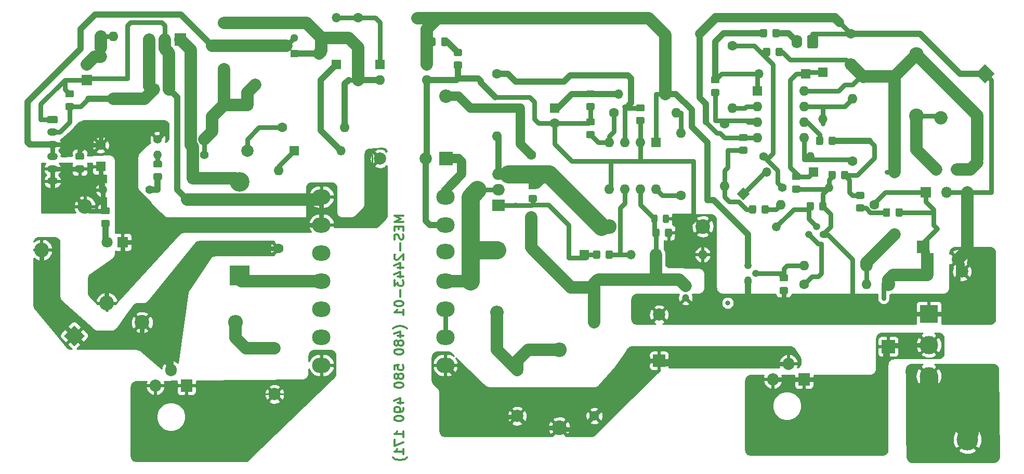
<source format=gbr>
%TF.GenerationSoftware,KiCad,Pcbnew,(5.1.6)-1*%
%TF.CreationDate,2021-01-03T20:38:07+05:30*%
%TF.ProjectId,supplyboard,73757070-6c79-4626-9f61-72642e6b6963,rev?*%
%TF.SameCoordinates,Original*%
%TF.FileFunction,Copper,L2,Bot*%
%TF.FilePolarity,Positive*%
%FSLAX46Y46*%
G04 Gerber Fmt 4.6, Leading zero omitted, Abs format (unit mm)*
G04 Created by KiCad (PCBNEW (5.1.6)-1) date 2021-01-03 20:38:07*
%MOMM*%
%LPD*%
G01*
G04 APERTURE LIST*
%TA.AperFunction,NonConductor*%
%ADD10C,0.300000*%
%TD*%
%TA.AperFunction,ComponentPad*%
%ADD11O,3.200000X3.200000*%
%TD*%
%TA.AperFunction,ComponentPad*%
%ADD12R,3.200000X3.200000*%
%TD*%
%TA.AperFunction,ComponentPad*%
%ADD13C,1.600000*%
%TD*%
%TA.AperFunction,ComponentPad*%
%ADD14R,1.600000X1.600000*%
%TD*%
%TA.AperFunction,ComponentPad*%
%ADD15O,1.600000X1.600000*%
%TD*%
%TA.AperFunction,ComponentPad*%
%ADD16O,1.400000X1.400000*%
%TD*%
%TA.AperFunction,ComponentPad*%
%ADD17C,1.400000*%
%TD*%
%TA.AperFunction,ComponentPad*%
%ADD18O,1.750000X1.200000*%
%TD*%
%TA.AperFunction,ComponentPad*%
%ADD19R,1.200000X1.200000*%
%TD*%
%TA.AperFunction,ComponentPad*%
%ADD20C,1.200000*%
%TD*%
%TA.AperFunction,ComponentPad*%
%ADD21C,0.100000*%
%TD*%
%TA.AperFunction,ComponentPad*%
%ADD22C,3.500000*%
%TD*%
%TA.AperFunction,ComponentPad*%
%ADD23O,1.500000X1.500000*%
%TD*%
%TA.AperFunction,ComponentPad*%
%ADD24R,1.500000X1.500000*%
%TD*%
%TA.AperFunction,ComponentPad*%
%ADD25C,2.000000*%
%TD*%
%TA.AperFunction,ComponentPad*%
%ADD26R,2.000000X2.000000*%
%TD*%
%TA.AperFunction,ComponentPad*%
%ADD27O,3.000000X2.500000*%
%TD*%
%TA.AperFunction,ComponentPad*%
%ADD28O,2.400000X2.400000*%
%TD*%
%TA.AperFunction,ComponentPad*%
%ADD29C,2.400000*%
%TD*%
%TA.AperFunction,ComponentPad*%
%ADD30O,2.200000X2.200000*%
%TD*%
%TA.AperFunction,ComponentPad*%
%ADD31R,2.200000X2.200000*%
%TD*%
%TA.AperFunction,ComponentPad*%
%ADD32C,1.800000*%
%TD*%
%TA.AperFunction,ComponentPad*%
%ADD33R,1.800000X1.800000*%
%TD*%
%TA.AperFunction,ComponentPad*%
%ADD34O,1.905000X2.000000*%
%TD*%
%TA.AperFunction,ComponentPad*%
%ADD35R,1.905000X2.000000*%
%TD*%
%TA.AperFunction,ComponentPad*%
%ADD36C,3.000000*%
%TD*%
%TA.AperFunction,ComponentPad*%
%ADD37R,3.000000X3.000000*%
%TD*%
%TA.AperFunction,ComponentPad*%
%ADD38O,1.800000X1.800000*%
%TD*%
%TA.AperFunction,ComponentPad*%
%ADD39O,1.740000X2.190000*%
%TD*%
%TA.AperFunction,ComponentPad*%
%ADD40O,1.200000X1.200000*%
%TD*%
%TA.AperFunction,ComponentPad*%
%ADD41O,1.600000X1.200000*%
%TD*%
%TA.AperFunction,ComponentPad*%
%ADD42R,2.000000X1.905000*%
%TD*%
%TA.AperFunction,ComponentPad*%
%ADD43O,2.000000X1.905000*%
%TD*%
%TA.AperFunction,ComponentPad*%
%ADD44O,1.200000X1.600000*%
%TD*%
%TA.AperFunction,ComponentPad*%
%ADD45C,1.300000*%
%TD*%
%TA.AperFunction,ComponentPad*%
%ADD46R,1.300000X1.300000*%
%TD*%
%TA.AperFunction,ViaPad*%
%ADD47C,0.800000*%
%TD*%
%TA.AperFunction,Conductor*%
%ADD48C,0.800000*%
%TD*%
%TA.AperFunction,Conductor*%
%ADD49C,2.000000*%
%TD*%
%TA.AperFunction,Conductor*%
%ADD50C,1.000000*%
%TD*%
%TA.AperFunction,Conductor*%
%ADD51C,0.250000*%
%TD*%
%TA.AperFunction,Conductor*%
%ADD52C,1.500000*%
%TD*%
%TA.AperFunction,Conductor*%
%ADD53C,3.000000*%
%TD*%
%TA.AperFunction,Conductor*%
%ADD54C,0.254000*%
%TD*%
G04 APERTURE END LIST*
D10*
X97833571Y-111552142D02*
X96333571Y-111552142D01*
X97405000Y-112052142D01*
X96333571Y-112552142D01*
X97833571Y-112552142D01*
X97047857Y-113266428D02*
X97047857Y-113766428D01*
X97833571Y-113980714D02*
X97833571Y-113266428D01*
X96333571Y-113266428D01*
X96333571Y-113980714D01*
X97762142Y-114552142D02*
X97833571Y-114766428D01*
X97833571Y-115123571D01*
X97762142Y-115266428D01*
X97690714Y-115337857D01*
X97547857Y-115409285D01*
X97405000Y-115409285D01*
X97262142Y-115337857D01*
X97190714Y-115266428D01*
X97119285Y-115123571D01*
X97047857Y-114837857D01*
X96976428Y-114695000D01*
X96905000Y-114623571D01*
X96762142Y-114552142D01*
X96619285Y-114552142D01*
X96476428Y-114623571D01*
X96405000Y-114695000D01*
X96333571Y-114837857D01*
X96333571Y-115195000D01*
X96405000Y-115409285D01*
X97262142Y-116052142D02*
X97262142Y-117195000D01*
X96476428Y-117837857D02*
X96405000Y-117909285D01*
X96333571Y-118052142D01*
X96333571Y-118409285D01*
X96405000Y-118552142D01*
X96476428Y-118623571D01*
X96619285Y-118695000D01*
X96762142Y-118695000D01*
X96976428Y-118623571D01*
X97833571Y-117766428D01*
X97833571Y-118695000D01*
X96833571Y-119980714D02*
X97833571Y-119980714D01*
X96262142Y-119623571D02*
X97333571Y-119266428D01*
X97333571Y-120195000D01*
X96833571Y-121409285D02*
X97833571Y-121409285D01*
X96262142Y-121052142D02*
X97333571Y-120695000D01*
X97333571Y-121623571D01*
X96333571Y-122052142D02*
X96333571Y-122980714D01*
X96905000Y-122480714D01*
X96905000Y-122695000D01*
X96976428Y-122837857D01*
X97047857Y-122909285D01*
X97190714Y-122980714D01*
X97547857Y-122980714D01*
X97690714Y-122909285D01*
X97762142Y-122837857D01*
X97833571Y-122695000D01*
X97833571Y-122266428D01*
X97762142Y-122123571D01*
X97690714Y-122052142D01*
X97262142Y-123623571D02*
X97262142Y-124766428D01*
X96333571Y-125766428D02*
X96333571Y-125909285D01*
X96405000Y-126052142D01*
X96476428Y-126123571D01*
X96619285Y-126195000D01*
X96905000Y-126266428D01*
X97262142Y-126266428D01*
X97547857Y-126195000D01*
X97690714Y-126123571D01*
X97762142Y-126052142D01*
X97833571Y-125909285D01*
X97833571Y-125766428D01*
X97762142Y-125623571D01*
X97690714Y-125552142D01*
X97547857Y-125480714D01*
X97262142Y-125409285D01*
X96905000Y-125409285D01*
X96619285Y-125480714D01*
X96476428Y-125552142D01*
X96405000Y-125623571D01*
X96333571Y-125766428D01*
X97833571Y-127695000D02*
X97833571Y-126837857D01*
X97833571Y-127266428D02*
X96333571Y-127266428D01*
X96547857Y-127123571D01*
X96690714Y-126980714D01*
X96762142Y-126837857D01*
X98405000Y-129909285D02*
X98333571Y-129837857D01*
X98119285Y-129695000D01*
X97976428Y-129623571D01*
X97762142Y-129552142D01*
X97405000Y-129480714D01*
X97119285Y-129480714D01*
X96762142Y-129552142D01*
X96547857Y-129623571D01*
X96405000Y-129695000D01*
X96190714Y-129837857D01*
X96119285Y-129909285D01*
X96833571Y-131123571D02*
X97833571Y-131123571D01*
X96262142Y-130766428D02*
X97333571Y-130409285D01*
X97333571Y-131337857D01*
X96976428Y-132123571D02*
X96905000Y-131980714D01*
X96833571Y-131909285D01*
X96690714Y-131837857D01*
X96619285Y-131837857D01*
X96476428Y-131909285D01*
X96405000Y-131980714D01*
X96333571Y-132123571D01*
X96333571Y-132409285D01*
X96405000Y-132552142D01*
X96476428Y-132623571D01*
X96619285Y-132695000D01*
X96690714Y-132695000D01*
X96833571Y-132623571D01*
X96905000Y-132552142D01*
X96976428Y-132409285D01*
X96976428Y-132123571D01*
X97047857Y-131980714D01*
X97119285Y-131909285D01*
X97262142Y-131837857D01*
X97547857Y-131837857D01*
X97690714Y-131909285D01*
X97762142Y-131980714D01*
X97833571Y-132123571D01*
X97833571Y-132409285D01*
X97762142Y-132552142D01*
X97690714Y-132623571D01*
X97547857Y-132695000D01*
X97262142Y-132695000D01*
X97119285Y-132623571D01*
X97047857Y-132552142D01*
X96976428Y-132409285D01*
X96333571Y-133623571D02*
X96333571Y-133766428D01*
X96405000Y-133909285D01*
X96476428Y-133980714D01*
X96619285Y-134052142D01*
X96905000Y-134123571D01*
X97262142Y-134123571D01*
X97547857Y-134052142D01*
X97690714Y-133980714D01*
X97762142Y-133909285D01*
X97833571Y-133766428D01*
X97833571Y-133623571D01*
X97762142Y-133480714D01*
X97690714Y-133409285D01*
X97547857Y-133337857D01*
X97262142Y-133266428D01*
X96905000Y-133266428D01*
X96619285Y-133337857D01*
X96476428Y-133409285D01*
X96405000Y-133480714D01*
X96333571Y-133623571D01*
X96333571Y-136623571D02*
X96333571Y-135909285D01*
X97047857Y-135837857D01*
X96976428Y-135909285D01*
X96905000Y-136052142D01*
X96905000Y-136409285D01*
X96976428Y-136552142D01*
X97047857Y-136623571D01*
X97190714Y-136695000D01*
X97547857Y-136695000D01*
X97690714Y-136623571D01*
X97762142Y-136552142D01*
X97833571Y-136409285D01*
X97833571Y-136052142D01*
X97762142Y-135909285D01*
X97690714Y-135837857D01*
X96976428Y-137552142D02*
X96905000Y-137409285D01*
X96833571Y-137337857D01*
X96690714Y-137266428D01*
X96619285Y-137266428D01*
X96476428Y-137337857D01*
X96405000Y-137409285D01*
X96333571Y-137552142D01*
X96333571Y-137837857D01*
X96405000Y-137980714D01*
X96476428Y-138052142D01*
X96619285Y-138123571D01*
X96690714Y-138123571D01*
X96833571Y-138052142D01*
X96905000Y-137980714D01*
X96976428Y-137837857D01*
X96976428Y-137552142D01*
X97047857Y-137409285D01*
X97119285Y-137337857D01*
X97262142Y-137266428D01*
X97547857Y-137266428D01*
X97690714Y-137337857D01*
X97762142Y-137409285D01*
X97833571Y-137552142D01*
X97833571Y-137837857D01*
X97762142Y-137980714D01*
X97690714Y-138052142D01*
X97547857Y-138123571D01*
X97262142Y-138123571D01*
X97119285Y-138052142D01*
X97047857Y-137980714D01*
X96976428Y-137837857D01*
X96333571Y-139052142D02*
X96333571Y-139195000D01*
X96405000Y-139337857D01*
X96476428Y-139409285D01*
X96619285Y-139480714D01*
X96905000Y-139552142D01*
X97262142Y-139552142D01*
X97547857Y-139480714D01*
X97690714Y-139409285D01*
X97762142Y-139337857D01*
X97833571Y-139195000D01*
X97833571Y-139052142D01*
X97762142Y-138909285D01*
X97690714Y-138837857D01*
X97547857Y-138766428D01*
X97262142Y-138695000D01*
X96905000Y-138695000D01*
X96619285Y-138766428D01*
X96476428Y-138837857D01*
X96405000Y-138909285D01*
X96333571Y-139052142D01*
X96833571Y-141980714D02*
X97833571Y-141980714D01*
X96262142Y-141623571D02*
X97333571Y-141266428D01*
X97333571Y-142195000D01*
X97833571Y-142837857D02*
X97833571Y-143123571D01*
X97762142Y-143266428D01*
X97690714Y-143337857D01*
X97476428Y-143480714D01*
X97190714Y-143552142D01*
X96619285Y-143552142D01*
X96476428Y-143480714D01*
X96405000Y-143409285D01*
X96333571Y-143266428D01*
X96333571Y-142980714D01*
X96405000Y-142837857D01*
X96476428Y-142766428D01*
X96619285Y-142695000D01*
X96976428Y-142695000D01*
X97119285Y-142766428D01*
X97190714Y-142837857D01*
X97262142Y-142980714D01*
X97262142Y-143266428D01*
X97190714Y-143409285D01*
X97119285Y-143480714D01*
X96976428Y-143552142D01*
X96333571Y-144480714D02*
X96333571Y-144623571D01*
X96405000Y-144766428D01*
X96476428Y-144837857D01*
X96619285Y-144909285D01*
X96905000Y-144980714D01*
X97262142Y-144980714D01*
X97547857Y-144909285D01*
X97690714Y-144837857D01*
X97762142Y-144766428D01*
X97833571Y-144623571D01*
X97833571Y-144480714D01*
X97762142Y-144337857D01*
X97690714Y-144266428D01*
X97547857Y-144195000D01*
X97262142Y-144123571D01*
X96905000Y-144123571D01*
X96619285Y-144195000D01*
X96476428Y-144266428D01*
X96405000Y-144337857D01*
X96333571Y-144480714D01*
X97833571Y-147552142D02*
X97833571Y-146695000D01*
X97833571Y-147123571D02*
X96333571Y-147123571D01*
X96547857Y-146980714D01*
X96690714Y-146837857D01*
X96762142Y-146695000D01*
X96333571Y-148052142D02*
X96333571Y-149052142D01*
X97833571Y-148409285D01*
X97833571Y-150409285D02*
X97833571Y-149552142D01*
X97833571Y-149980714D02*
X96333571Y-149980714D01*
X96547857Y-149837857D01*
X96690714Y-149695000D01*
X96762142Y-149552142D01*
X98405000Y-150909285D02*
X98333571Y-150980714D01*
X98119285Y-151123571D01*
X97976428Y-151195000D01*
X97762142Y-151266428D01*
X97405000Y-151337857D01*
X97119285Y-151337857D01*
X96762142Y-151266428D01*
X96547857Y-151195000D01*
X96405000Y-151123571D01*
X96190714Y-150980714D01*
X96119285Y-150909285D01*
D11*
%TO.P,D8,2*%
%TO.N,Net-(C20-Pad1)*%
X71120000Y-106045000D03*
D12*
%TO.P,D8,1*%
%TO.N,Net-(D8-Pad1)*%
X71120000Y-121285000D03*
%TD*%
D13*
%TO.P,C20,2*%
%TO.N,Earth*%
X63500000Y-108910000D03*
D14*
%TO.P,C20,1*%
%TO.N,Net-(C20-Pad1)*%
X63500000Y-105410000D03*
%TD*%
D15*
%TO.P,R19,2*%
%TO.N,Net-(D11-Pad1)*%
X77470000Y-104140000D03*
D13*
%TO.P,R19,1*%
%TO.N,OPTO_2*%
X77470000Y-116840000D03*
%TD*%
D16*
%TO.P,R25,2*%
%TO.N,Net-(R13-Pad1)*%
X57785000Y-101600000D03*
D17*
%TO.P,R25,1*%
%TO.N,Net-(C12-Pad1)*%
X65405000Y-101600000D03*
%TD*%
D16*
%TO.P,R21,2*%
%TO.N,Net-(C12-Pad1)*%
X65405000Y-99060000D03*
D17*
%TO.P,R21,1*%
%TO.N,Earth*%
X57785000Y-99060000D03*
%TD*%
D16*
%TO.P,R9,2*%
%TO.N,48V*%
X48895000Y-107315000D03*
D17*
%TO.P,R9,1*%
%TO.N,Net-(R13-Pad2)*%
X56515000Y-107315000D03*
%TD*%
D18*
%TO.P,J2,6*%
%TO.N,48V*%
X40640000Y-105885000D03*
%TO.P,J2,5*%
X40640000Y-103885000D03*
%TO.P,J2,4*%
%TO.N,Earth*%
X40640000Y-101885000D03*
%TO.P,J2,3*%
X40640000Y-99885000D03*
%TO.P,J2,2*%
%TO.N,5V*%
X40640000Y-97885000D03*
%TO.P,J2,1*%
%TO.N,Earth*%
%TA.AperFunction,ComponentPad*%
G36*
G01*
X40014999Y-95285000D02*
X41265001Y-95285000D01*
G75*
G02*
X41515000Y-95534999I0J-249999D01*
G01*
X41515000Y-96235001D01*
G75*
G02*
X41265001Y-96485000I-249999J0D01*
G01*
X40014999Y-96485000D01*
G75*
G02*
X39765000Y-96235001I0J249999D01*
G01*
X39765000Y-95534999D01*
G75*
G02*
X40014999Y-95285000I249999J0D01*
G01*
G37*
%TD.AperFunction*%
%TD*%
%TO.P,R35,2*%
%TO.N,Net-(R28-Pad1)*%
%TA.AperFunction,SMDPad,CuDef*%
G36*
G01*
X157538000Y-84385999D02*
X157538000Y-85286001D01*
G75*
G02*
X157288001Y-85536000I-249999J0D01*
G01*
X156637999Y-85536000D01*
G75*
G02*
X156388000Y-85286001I0J249999D01*
G01*
X156388000Y-84385999D01*
G75*
G02*
X156637999Y-84136000I249999J0D01*
G01*
X157288001Y-84136000D01*
G75*
G02*
X157538000Y-84385999I0J-249999D01*
G01*
G37*
%TD.AperFunction*%
%TO.P,R35,1*%
%TO.N,Net-(C8-Pad1)*%
%TA.AperFunction,SMDPad,CuDef*%
G36*
G01*
X159588000Y-84385999D02*
X159588000Y-85286001D01*
G75*
G02*
X159338001Y-85536000I-249999J0D01*
G01*
X158687999Y-85536000D01*
G75*
G02*
X158438000Y-85286001I0J249999D01*
G01*
X158438000Y-84385999D01*
G75*
G02*
X158687999Y-84136000I249999J0D01*
G01*
X159338001Y-84136000D01*
G75*
G02*
X159588000Y-84385999I0J-249999D01*
G01*
G37*
%TD.AperFunction*%
%TD*%
D15*
%TO.P,R31,2*%
%TO.N,Net-(R31-Pad2)*%
X159258000Y-109728000D03*
D13*
%TO.P,R31,1*%
%TO.N,Net-(C4-Pad1)*%
X174498000Y-109728000D03*
%TD*%
D16*
%TO.P,R30,2*%
%TO.N,Earth*%
X167132000Y-106934000D03*
D17*
%TO.P,R30,1*%
%TO.N,Net-(R28-Pad1)*%
X159512000Y-106934000D03*
%TD*%
D16*
%TO.P,R36,2*%
%TO.N,/INPUTB*%
X164084000Y-101854000D03*
D17*
%TO.P,R36,1*%
%TO.N,Net-(R28-Pad1)*%
X156464000Y-101854000D03*
%TD*%
D19*
%TO.P,C18,1*%
%TO.N,TO_FB1*%
X143764000Y-122936000D03*
D20*
%TO.P,C18,2*%
%TO.N,Earth*%
X143764000Y-124936000D03*
%TD*%
%TO.P,C9,2*%
%TO.N,Earth*%
%TA.AperFunction,SMDPad,CuDef*%
G36*
G01*
X140413000Y-114750001D02*
X140413000Y-113849999D01*
G75*
G02*
X140662999Y-113600000I249999J0D01*
G01*
X141313001Y-113600000D01*
G75*
G02*
X141563000Y-113849999I0J-249999D01*
G01*
X141563000Y-114750001D01*
G75*
G02*
X141313001Y-115000000I-249999J0D01*
G01*
X140662999Y-115000000D01*
G75*
G02*
X140413000Y-114750001I0J249999D01*
G01*
G37*
%TD.AperFunction*%
%TO.P,C9,1*%
%TO.N,TO_FB1*%
%TA.AperFunction,SMDPad,CuDef*%
G36*
G01*
X138363000Y-114750001D02*
X138363000Y-113849999D01*
G75*
G02*
X138612999Y-113600000I249999J0D01*
G01*
X139263001Y-113600000D01*
G75*
G02*
X139513000Y-113849999I0J-249999D01*
G01*
X139513000Y-114750001D01*
G75*
G02*
X139263001Y-115000000I-249999J0D01*
G01*
X138612999Y-115000000D01*
G75*
G02*
X138363000Y-114750001I0J249999D01*
G01*
G37*
%TD.AperFunction*%
%TD*%
%TO.P,R10,2*%
%TO.N,Net-(D2-Pad1)*%
%TA.AperFunction,SMDPad,CuDef*%
G36*
G01*
X129852000Y-117405999D02*
X129852000Y-118306001D01*
G75*
G02*
X129602001Y-118556000I-249999J0D01*
G01*
X128951999Y-118556000D01*
G75*
G02*
X128702000Y-118306001I0J249999D01*
G01*
X128702000Y-117405999D01*
G75*
G02*
X128951999Y-117156000I249999J0D01*
G01*
X129602001Y-117156000D01*
G75*
G02*
X129852000Y-117405999I0J-249999D01*
G01*
G37*
%TD.AperFunction*%
%TO.P,R10,1*%
%TO.N,Net-(D2-Pad2)*%
%TA.AperFunction,SMDPad,CuDef*%
G36*
G01*
X131902000Y-117405999D02*
X131902000Y-118306001D01*
G75*
G02*
X131652001Y-118556000I-249999J0D01*
G01*
X131001999Y-118556000D01*
G75*
G02*
X130752000Y-118306001I0J249999D01*
G01*
X130752000Y-117405999D01*
G75*
G02*
X131001999Y-117156000I249999J0D01*
G01*
X131652001Y-117156000D01*
G75*
G02*
X131902000Y-117405999I0J-249999D01*
G01*
G37*
%TD.AperFunction*%
%TD*%
%TO.P,D3,2*%
%TO.N,Net-(D3-Pad2)*%
%TA.AperFunction,ComponentPad*%
G36*
G01*
X186125612Y-94798388D02*
X186125612Y-94798388D01*
G75*
G02*
X186125612Y-96354022I-777817J-777817D01*
G01*
X186125612Y-96354022D01*
G75*
G02*
X184569978Y-96354022I-777817J777817D01*
G01*
X184569978Y-96354022D01*
G75*
G02*
X184569978Y-94798388I777817J777817D01*
G01*
X184569978Y-94798388D01*
G75*
G02*
X186125612Y-94798388I777817J-777817D01*
G01*
G37*
%TD.AperFunction*%
%TA.AperFunction,ComponentPad*%
D21*
%TO.P,D3,1*%
%TO.N,Earth*%
G36*
X192532000Y-86836365D02*
G01*
X194087635Y-88392000D01*
X192532000Y-89947635D01*
X190976365Y-88392000D01*
X192532000Y-86836365D01*
G37*
%TD.AperFunction*%
%TD*%
D22*
%TO.P,,*%
%TO.N,Net-(J1-Pad3)*%
X189675000Y-148005000D03*
%TD*%
D14*
%TO.P,C21,2*%
%TO.N,48V*%
X48514000Y-103505000D03*
D13*
%TO.P,C21,1*%
%TO.N,Earth*%
X48514000Y-100005000D03*
%TD*%
D23*
%TO.P,ZD,2*%
%TO.N,Earth*%
X146558000Y-117856000D03*
D24*
%TO.P,ZD,1*%
%TO.N,TO_FB1*%
X138938000Y-117856000D03*
%TD*%
D25*
%TO.P,C4,2*%
%TO.N,Earth*%
X188806144Y-120618000D03*
D26*
%TO.P,C4,1*%
%TO.N,Net-(C4-Pad1)*%
X182461856Y-116618000D03*
D25*
%TO.P,C4,2*%
%TO.N,Earth*%
X188134000Y-118618000D03*
D26*
%TO.P,C4,1*%
%TO.N,Net-(C4-Pad1)*%
X183134000Y-118618000D03*
%TD*%
D27*
%TO.P,T1,7*%
%TO.N,Earth*%
X84455000Y-113030000D03*
%TO.P,T1,6*%
%TO.N,Net-(D8-Pad1)*%
X84455000Y-122174000D03*
%TO.P,T1,14*%
%TO.N,Net-(C2-Pad2)*%
X84455000Y-135890000D03*
%TO.P,T1,3*%
%TO.N,Net-(D4-Pad1)*%
X104648000Y-122174000D03*
%TO.P,T1,2*%
%TO.N,Earth*%
X104648000Y-113030000D03*
%TO.P,T1,1*%
%TO.N,Net-(D6-Pad1)*%
X104648000Y-108458000D03*
%TO.P,T1,5*%
%TO.N,N/C*%
X104648000Y-126746000D03*
%TO.P,T1,13*%
X84455000Y-131318000D03*
%TO.P,T1,12*%
X84455000Y-126746000D03*
%TO.P,T1,11*%
X104648000Y-131318000D03*
%TO.P,T1,10*%
X84455000Y-117602000D03*
%TO.P,T1,*%
%TO.N,Earth*%
X84455000Y-108458000D03*
%TO.P,T1,8*%
%TO.N,N/C*%
X104648000Y-117348000D03*
%TO.P,T1,4*%
%TO.N,Net-(C1-Pad2)*%
X104648000Y-135890000D03*
%TD*%
D24*
%TO.P,D2,1*%
%TO.N,Net-(D2-Pad1)*%
X127254000Y-117856000D03*
D23*
%TO.P,D2,2*%
%TO.N,Net-(D2-Pad2)*%
X134874000Y-117856000D03*
%TD*%
%TO.P,D7,2*%
%TO.N,Net-(C3-Pad1)*%
X132842000Y-91694000D03*
D24*
%TO.P,D7,1*%
%TO.N,OPTO_POS+*%
X140462000Y-91694000D03*
%TD*%
%TO.P,D10,1*%
%TO.N,/Qin*%
X166116000Y-88138000D03*
D23*
%TO.P,D10,2*%
%TO.N,Net-(D10-Pad2)*%
X166116000Y-95758000D03*
%TD*%
D24*
%TO.P,D9,1*%
%TO.N,/Qin*%
X163322000Y-88392000D03*
D23*
%TO.P,D9,2*%
%TO.N,Net-(D9-Pad2)*%
X155702000Y-88392000D03*
%TD*%
%TO.P,D14,2*%
%TO.N,Net-(D13-Pad1)*%
X156972000Y-104394000D03*
D24*
%TO.P,D14,1*%
%TO.N,/Qin*%
X164592000Y-104394000D03*
%TD*%
%TA.AperFunction,ComponentPad*%
D21*
%TO.P,D13,1*%
%TO.N,Net-(D13-Pad1)*%
G36*
X152101340Y-107950000D02*
G01*
X153162000Y-106889340D01*
X154222660Y-107950000D01*
X153162000Y-109010660D01*
X152101340Y-107950000D01*
G37*
%TD.AperFunction*%
%TO.P,D13,2*%
%TO.N,Net-(D13-Pad2)*%
%TA.AperFunction,ComponentPad*%
G36*
G01*
X158019824Y-112807824D02*
X158019824Y-112807824D01*
G75*
G02*
X159080484Y-112807824I530330J-530330D01*
G01*
X159080484Y-112807824D01*
G75*
G02*
X159080484Y-113868484I-530330J-530330D01*
G01*
X159080484Y-113868484D01*
G75*
G02*
X158019824Y-113868484I-530330J530330D01*
G01*
X158019824Y-113868484D01*
G75*
G02*
X158019824Y-112807824I530330J530330D01*
G01*
G37*
%TD.AperFunction*%
%TD*%
D28*
%TO.P,R4,2*%
%TO.N,Net-(Q4-Pad3)*%
X131318000Y-113284000D03*
D29*
%TO.P,R4,1*%
%TO.N,Earth*%
X146558000Y-113284000D03*
%TD*%
D30*
%TO.P,D4,2*%
%TO.N,Net-(C1-Pad1)*%
X113030000Y-127254000D03*
D31*
%TO.P,D4,1*%
%TO.N,Net-(D4-Pad1)*%
X113030000Y-117094000D03*
%TD*%
D32*
%TO.P,LED1,2*%
%TO.N,Net-(LED1-Pad2)*%
X49530000Y-115824000D03*
D33*
%TO.P,LED1,1*%
%TO.N,Earth*%
X52070000Y-115824000D03*
%TD*%
D32*
%TO.P,LED2,2*%
%TO.N,Net-(LED2-Pad2)*%
X46228000Y-86868000D03*
D33*
%TO.P,LED2,1*%
%TO.N,Earth*%
X46228000Y-89408000D03*
%TD*%
D34*
%TO.P,Q2,3*%
%TO.N,Net-(C2-Pad2)*%
X57404000Y-139192000D03*
%TO.P,Q2,2*%
%TO.N,OPTO_2*%
X59944000Y-136652000D03*
D35*
%TO.P,Q2,1*%
%TO.N,Net-(C2-Pad2)*%
X62484000Y-139192000D03*
%TD*%
D34*
%TO.P,Q1,3*%
%TO.N,358IN*%
X157988000Y-138176000D03*
%TO.P,Q1,2*%
%TO.N,Net-(C1-Pad2)*%
X160528000Y-135636000D03*
D35*
%TO.P,Q1,1*%
%TO.N,358IN*%
X163068000Y-138176000D03*
%TD*%
D30*
%TO.P,D1,2*%
%TO.N,Net-(C4-Pad1)*%
X176784000Y-122682000D03*
D31*
%TO.P,D1,1*%
%TO.N,358IN*%
X176784000Y-132842000D03*
%TD*%
D30*
%TO.P,D6,2*%
%TO.N,Net-(C18-Pad1)*%
X104775000Y-92075000D03*
D31*
%TO.P,D6,1*%
%TO.N,Net-(D6-Pad1)*%
X104775000Y-102235000D03*
%TD*%
D15*
%TO.P,R42,2*%
%TO.N,Net-(C8-Pad1)*%
X177800000Y-104394000D03*
D13*
%TO.P,R42,1*%
%TO.N,Net-(R42-Pad1)*%
X177800000Y-114554000D03*
%TD*%
D36*
%TO.P,J1,3*%
%TO.N,Net-(J1-Pad3)*%
X183388000Y-137668000D03*
%TO.P,J1,2*%
%TO.N,358IN*%
X183388000Y-132588000D03*
D37*
%TO.P,J1,1*%
%TO.N,Earth*%
X183388000Y-127508000D03*
%TD*%
D28*
%TO.P,R2,2*%
%TO.N,Net-(C2-Pad1)*%
X70485000Y-128905000D03*
D29*
%TO.P,R2,1*%
%TO.N,OPTO_2*%
X55245000Y-128905000D03*
%TD*%
%TO.P,L1,2*%
%TO.N,48V*%
X45933068Y-110022932D03*
%TO.P,L1,1*%
%TO.N,OPTO_2*%
X38862000Y-117094000D03*
%TD*%
%TO.P,L2,2*%
%TO.N,Net-(C8-Pad1)*%
X181356000Y-85250000D03*
%TO.P,L2,1*%
%TO.N,Net-(D3-Pad2)*%
X181356000Y-95250000D03*
%TD*%
D38*
%TO.P,U6,5*%
%TO.N,Earth*%
X189680000Y-107696000D03*
%TO.P,U6,4*%
%TO.N,Net-(C8-Pad1)*%
X187980000Y-103996000D03*
%TO.P,U6,3*%
%TO.N,Earth*%
X186280000Y-107696000D03*
%TO.P,U6,2*%
%TO.N,Net-(D3-Pad2)*%
X184580000Y-103996000D03*
D33*
%TO.P,U6,1*%
%TO.N,Net-(C4-Pad1)*%
X182880000Y-107696000D03*
%TD*%
%TO.P,C7,2*%
%TO.N,Earth*%
%TA.AperFunction,SMDPad,CuDef*%
G36*
G01*
X140071500Y-112470250D02*
X140071500Y-111557750D01*
G75*
G02*
X140315250Y-111314000I243750J0D01*
G01*
X140802750Y-111314000D01*
G75*
G02*
X141046500Y-111557750I0J-243750D01*
G01*
X141046500Y-112470250D01*
G75*
G02*
X140802750Y-112714000I-243750J0D01*
G01*
X140315250Y-112714000D01*
G75*
G02*
X140071500Y-112470250I0J243750D01*
G01*
G37*
%TD.AperFunction*%
%TO.P,C7,1*%
%TO.N,TO_FB1*%
%TA.AperFunction,SMDPad,CuDef*%
G36*
G01*
X138196500Y-112470250D02*
X138196500Y-111557750D01*
G75*
G02*
X138440250Y-111314000I243750J0D01*
G01*
X138927750Y-111314000D01*
G75*
G02*
X139171500Y-111557750I0J-243750D01*
G01*
X139171500Y-112470250D01*
G75*
G02*
X138927750Y-112714000I-243750J0D01*
G01*
X138440250Y-112714000D01*
G75*
G02*
X138196500Y-112470250I0J243750D01*
G01*
G37*
%TD.AperFunction*%
%TD*%
D13*
%TO.P,C8,2*%
%TO.N,Earth*%
X170688000Y-81868000D03*
D14*
%TO.P,C8,1*%
%TO.N,Net-(C8-Pad1)*%
X170688000Y-86868000D03*
%TD*%
D15*
%TO.P,R45,2*%
%TO.N,Net-(D10-Pad2)*%
X170942000Y-92456000D03*
D13*
%TO.P,R45,1*%
%TO.N,/INPUTB*%
X170942000Y-102616000D03*
%TD*%
%TO.P,R1,2*%
%TO.N,Net-(C3-Pad1)*%
%TA.AperFunction,SMDPad,CuDef*%
G36*
G01*
X128720001Y-92260000D02*
X127819999Y-92260000D01*
G75*
G02*
X127570000Y-92010001I0J249999D01*
G01*
X127570000Y-91359999D01*
G75*
G02*
X127819999Y-91110000I249999J0D01*
G01*
X128720001Y-91110000D01*
G75*
G02*
X128970000Y-91359999I0J-249999D01*
G01*
X128970000Y-92010001D01*
G75*
G02*
X128720001Y-92260000I-249999J0D01*
G01*
G37*
%TD.AperFunction*%
%TO.P,R1,1*%
%TO.N,Earth*%
%TA.AperFunction,SMDPad,CuDef*%
G36*
G01*
X128720001Y-94310000D02*
X127819999Y-94310000D01*
G75*
G02*
X127570000Y-94060001I0J249999D01*
G01*
X127570000Y-93409999D01*
G75*
G02*
X127819999Y-93160000I249999J0D01*
G01*
X128720001Y-93160000D01*
G75*
G02*
X128970000Y-93409999I0J-249999D01*
G01*
X128970000Y-94060001D01*
G75*
G02*
X128720001Y-94310000I-249999J0D01*
G01*
G37*
%TD.AperFunction*%
%TD*%
D15*
%TO.P,R27,2*%
%TO.N,Net-(R14-Pad2)*%
X142240000Y-94742000D03*
D13*
%TO.P,R27,1*%
%TO.N,Net-(C14-Pad2)*%
X132080000Y-94742000D03*
%TD*%
%TO.P,C3,2*%
%TO.N,Earth*%
X122428000Y-96480000D03*
D14*
%TO.P,C3,1*%
%TO.N,Net-(C3-Pad1)*%
X122428000Y-93980000D03*
%TD*%
%TO.P,C15,2*%
%TO.N,Net-(C15-Pad2)*%
%TA.AperFunction,SMDPad,CuDef*%
G36*
G01*
X136848001Y-94537000D02*
X135947999Y-94537000D01*
G75*
G02*
X135698000Y-94287001I0J249999D01*
G01*
X135698000Y-93636999D01*
G75*
G02*
X135947999Y-93387000I249999J0D01*
G01*
X136848001Y-93387000D01*
G75*
G02*
X137098000Y-93636999I0J-249999D01*
G01*
X137098000Y-94287001D01*
G75*
G02*
X136848001Y-94537000I-249999J0D01*
G01*
G37*
%TD.AperFunction*%
%TO.P,C15,1*%
%TO.N,Earth*%
%TA.AperFunction,SMDPad,CuDef*%
G36*
G01*
X136848001Y-96587000D02*
X135947999Y-96587000D01*
G75*
G02*
X135698000Y-96337001I0J249999D01*
G01*
X135698000Y-95686999D01*
G75*
G02*
X135947999Y-95437000I249999J0D01*
G01*
X136848001Y-95437000D01*
G75*
G02*
X137098000Y-95686999I0J-249999D01*
G01*
X137098000Y-96337001D01*
G75*
G02*
X136848001Y-96587000I-249999J0D01*
G01*
G37*
%TD.AperFunction*%
%TD*%
D15*
%TO.P,R46,2*%
%TO.N,Net-(Q5-Pad2)*%
X163068000Y-119634000D03*
D13*
%TO.P,R46,1*%
%TO.N,Net-(R42-Pad1)*%
X173228000Y-119634000D03*
%TD*%
D15*
%TO.P,R47,2*%
%TO.N,Net-(R42-Pad1)*%
X173228000Y-122682000D03*
D13*
%TO.P,R47,1*%
%TO.N,Net-(Q3-Pad3)*%
X163068000Y-122682000D03*
%TD*%
%TO.P,C6,2*%
%TO.N,48V*%
%TA.AperFunction,SMDPad,CuDef*%
G36*
G01*
X44634999Y-103320000D02*
X45535001Y-103320000D01*
G75*
G02*
X45785000Y-103569999I0J-249999D01*
G01*
X45785000Y-104220001D01*
G75*
G02*
X45535001Y-104470000I-249999J0D01*
G01*
X44634999Y-104470000D01*
G75*
G02*
X44385000Y-104220001I0J249999D01*
G01*
X44385000Y-103569999D01*
G75*
G02*
X44634999Y-103320000I249999J0D01*
G01*
G37*
%TD.AperFunction*%
%TO.P,C6,1*%
%TO.N,Earth*%
%TA.AperFunction,SMDPad,CuDef*%
G36*
G01*
X44634999Y-101270000D02*
X45535001Y-101270000D01*
G75*
G02*
X45785000Y-101519999I0J-249999D01*
G01*
X45785000Y-102170001D01*
G75*
G02*
X45535001Y-102420000I-249999J0D01*
G01*
X44634999Y-102420000D01*
G75*
G02*
X44385000Y-102170001I0J249999D01*
G01*
X44385000Y-101519999D01*
G75*
G02*
X44634999Y-101270000I249999J0D01*
G01*
G37*
%TD.AperFunction*%
%TD*%
D15*
%TO.P,R12,2*%
%TO.N,Net-(LED2-Pad2)*%
X50546000Y-82296000D03*
D13*
%TO.P,R12,1*%
%TO.N,5V*%
X50546000Y-92456000D03*
%TD*%
%TO.P,C16,2*%
%TO.N,Earth*%
X59650000Y-90932000D03*
D14*
%TO.P,C16,1*%
%TO.N,5V*%
X57150000Y-90932000D03*
%TD*%
D25*
%TO.P,C12,2*%
%TO.N,Net-(C12-Pad2)*%
X68580000Y-80130000D03*
%TO.P,C12,1*%
%TO.N,Net-(C12-Pad1)*%
X68580000Y-87630000D03*
%TD*%
%TO.P,R7,2*%
%TO.N,Net-(C11-Pad2)*%
%TA.AperFunction,SMDPad,CuDef*%
G36*
G01*
X103955000Y-83635001D02*
X103955000Y-82734999D01*
G75*
G02*
X104204999Y-82485000I249999J0D01*
G01*
X104855001Y-82485000D01*
G75*
G02*
X105105000Y-82734999I0J-249999D01*
G01*
X105105000Y-83635001D01*
G75*
G02*
X104855001Y-83885000I-249999J0D01*
G01*
X104204999Y-83885000D01*
G75*
G02*
X103955000Y-83635001I0J249999D01*
G01*
G37*
%TD.AperFunction*%
%TO.P,R7,1*%
%TO.N,OPTO_POS+*%
%TA.AperFunction,SMDPad,CuDef*%
G36*
G01*
X101905000Y-83635001D02*
X101905000Y-82734999D01*
G75*
G02*
X102154999Y-82485000I249999J0D01*
G01*
X102805001Y-82485000D01*
G75*
G02*
X103055000Y-82734999I0J-249999D01*
G01*
X103055000Y-83635001D01*
G75*
G02*
X102805001Y-83885000I-249999J0D01*
G01*
X102154999Y-83885000D01*
G75*
G02*
X101905000Y-83635001I0J249999D01*
G01*
G37*
%TD.AperFunction*%
%TD*%
D15*
%TO.P,R14,2*%
%TO.N,Net-(R14-Pad2)*%
X143002000Y-98044000D03*
D13*
%TO.P,R14,1*%
%TO.N,Net-(R14-Pad1)*%
X143002000Y-108204000D03*
%TD*%
D15*
%TO.P,R29,2*%
%TO.N,Net-(R29-Pad2)*%
X150114000Y-106680000D03*
D13*
%TO.P,R29,1*%
%TO.N,Net-(R29-Pad1)*%
X150114000Y-96520000D03*
%TD*%
D15*
%TO.P,R28,2*%
%TO.N,Net-(R28-Pad2)*%
X151384000Y-93980000D03*
D13*
%TO.P,R28,1*%
%TO.N,Net-(R28-Pad1)*%
X151384000Y-83820000D03*
%TD*%
D15*
%TO.P,R20,2*%
%TO.N,Net-(C12-Pad2)*%
X88265000Y-97155000D03*
D13*
%TO.P,R20,1*%
%TO.N,Net-(C13-Pad1)*%
X78105000Y-97155000D03*
%TD*%
D15*
%TO.P,R18,2*%
%TO.N,Net-(Q4-Pad3)*%
X113030000Y-98552000D03*
D13*
%TO.P,R18,1*%
%TO.N,Net-(C15-Pad2)*%
X113030000Y-88392000D03*
%TD*%
D15*
%TO.P,R5,2*%
%TO.N,TO_FB1*%
X118618000Y-111760000D03*
D13*
%TO.P,R5,1*%
%TO.N,Net-(C18-Pad1)*%
X118618000Y-101600000D03*
%TD*%
D15*
%TO.P,R16,2*%
%TO.N,Net-(C12-Pad2)*%
X90424000Y-89408000D03*
D13*
%TO.P,R16,1*%
%TO.N,Net-(D5-Pad2)*%
X90424000Y-79248000D03*
%TD*%
D15*
%TO.P,R17,2*%
%TO.N,Net-(C12-Pad1)*%
X73660000Y-90170000D03*
D13*
%TO.P,R17,1*%
%TO.N,Net-(C12-Pad2)*%
X73660000Y-80010000D03*
%TD*%
%TO.P,R8,2*%
%TO.N,48V*%
%TA.AperFunction,SMDPad,CuDef*%
G36*
G01*
X49726001Y-111310000D02*
X48825999Y-111310000D01*
G75*
G02*
X48576000Y-111060001I0J249999D01*
G01*
X48576000Y-110409999D01*
G75*
G02*
X48825999Y-110160000I249999J0D01*
G01*
X49726001Y-110160000D01*
G75*
G02*
X49976000Y-110409999I0J-249999D01*
G01*
X49976000Y-111060001D01*
G75*
G02*
X49726001Y-111310000I-249999J0D01*
G01*
G37*
%TD.AperFunction*%
%TO.P,R8,1*%
%TO.N,Net-(LED1-Pad2)*%
%TA.AperFunction,SMDPad,CuDef*%
G36*
G01*
X49726001Y-113360000D02*
X48825999Y-113360000D01*
G75*
G02*
X48576000Y-113110001I0J249999D01*
G01*
X48576000Y-112459999D01*
G75*
G02*
X48825999Y-112210000I249999J0D01*
G01*
X49726001Y-112210000D01*
G75*
G02*
X49976000Y-112459999I0J-249999D01*
G01*
X49976000Y-113110001D01*
G75*
G02*
X49726001Y-113360000I-249999J0D01*
G01*
G37*
%TD.AperFunction*%
%TD*%
D29*
%TO.P,C19,2*%
%TO.N,Earth*%
X49499301Y-125760699D03*
%TA.AperFunction,ComponentPad*%
D21*
%TO.P,C19,1*%
%TO.N,OPTO_2*%
G36*
X44196000Y-132761056D02*
G01*
X42498944Y-131064000D01*
X44196000Y-129366944D01*
X45893056Y-131064000D01*
X44196000Y-132761056D01*
G37*
%TD.AperFunction*%
%TD*%
%TO.P,R15,2*%
%TO.N,Net-(Q4-Pad3)*%
%TA.AperFunction,SMDPad,CuDef*%
G36*
G01*
X119322001Y-107246000D02*
X118421999Y-107246000D01*
G75*
G02*
X118172000Y-106996001I0J249999D01*
G01*
X118172000Y-106345999D01*
G75*
G02*
X118421999Y-106096000I249999J0D01*
G01*
X119322001Y-106096000D01*
G75*
G02*
X119572000Y-106345999I0J-249999D01*
G01*
X119572000Y-106996001D01*
G75*
G02*
X119322001Y-107246000I-249999J0D01*
G01*
G37*
%TD.AperFunction*%
%TO.P,R15,1*%
%TO.N,Net-(D2-Pad1)*%
%TA.AperFunction,SMDPad,CuDef*%
G36*
G01*
X119322001Y-109296000D02*
X118421999Y-109296000D01*
G75*
G02*
X118172000Y-109046001I0J249999D01*
G01*
X118172000Y-108395999D01*
G75*
G02*
X118421999Y-108146000I249999J0D01*
G01*
X119322001Y-108146000D01*
G75*
G02*
X119572000Y-108395999I0J-249999D01*
G01*
X119572000Y-109046001D01*
G75*
G02*
X119322001Y-109296000I-249999J0D01*
G01*
G37*
%TD.AperFunction*%
%TD*%
%TO.P,R11,2*%
%TO.N,Earth*%
%TA.AperFunction,SMDPad,CuDef*%
G36*
G01*
X165550000Y-110432001D02*
X165550000Y-109531999D01*
G75*
G02*
X165799999Y-109282000I249999J0D01*
G01*
X166450001Y-109282000D01*
G75*
G02*
X166700000Y-109531999I0J-249999D01*
G01*
X166700000Y-110432001D01*
G75*
G02*
X166450001Y-110682000I-249999J0D01*
G01*
X165799999Y-110682000D01*
G75*
G02*
X165550000Y-110432001I0J249999D01*
G01*
G37*
%TD.AperFunction*%
%TO.P,R11,1*%
%TO.N,Net-(D13-Pad2)*%
%TA.AperFunction,SMDPad,CuDef*%
G36*
G01*
X163500000Y-110432001D02*
X163500000Y-109531999D01*
G75*
G02*
X163749999Y-109282000I249999J0D01*
G01*
X164400001Y-109282000D01*
G75*
G02*
X164650000Y-109531999I0J-249999D01*
G01*
X164650000Y-110432001D01*
G75*
G02*
X164400001Y-110682000I-249999J0D01*
G01*
X163749999Y-110682000D01*
G75*
G02*
X163500000Y-110432001I0J249999D01*
G01*
G37*
%TD.AperFunction*%
%TD*%
%TO.P,R13,2*%
%TO.N,Net-(R13-Pad2)*%
%TA.AperFunction,SMDPad,CuDef*%
G36*
G01*
X57334999Y-104590000D02*
X58235001Y-104590000D01*
G75*
G02*
X58485000Y-104839999I0J-249999D01*
G01*
X58485000Y-105490001D01*
G75*
G02*
X58235001Y-105740000I-249999J0D01*
G01*
X57334999Y-105740000D01*
G75*
G02*
X57085000Y-105490001I0J249999D01*
G01*
X57085000Y-104839999D01*
G75*
G02*
X57334999Y-104590000I249999J0D01*
G01*
G37*
%TD.AperFunction*%
%TO.P,R13,1*%
%TO.N,Net-(R13-Pad1)*%
%TA.AperFunction,SMDPad,CuDef*%
G36*
G01*
X57334999Y-102540000D02*
X58235001Y-102540000D01*
G75*
G02*
X58485000Y-102789999I0J-249999D01*
G01*
X58485000Y-103440001D01*
G75*
G02*
X58235001Y-103690000I-249999J0D01*
G01*
X57334999Y-103690000D01*
G75*
G02*
X57085000Y-103440001I0J249999D01*
G01*
X57085000Y-102789999D01*
G75*
G02*
X57334999Y-102540000I249999J0D01*
G01*
G37*
%TD.AperFunction*%
%TD*%
%TO.P,R32,2*%
%TO.N,Net-(R31-Pad2)*%
%TA.AperFunction,SMDPad,CuDef*%
G36*
G01*
X156152000Y-110940001D02*
X156152000Y-110039999D01*
G75*
G02*
X156401999Y-109790000I249999J0D01*
G01*
X157052001Y-109790000D01*
G75*
G02*
X157302000Y-110039999I0J-249999D01*
G01*
X157302000Y-110940001D01*
G75*
G02*
X157052001Y-111190000I-249999J0D01*
G01*
X156401999Y-111190000D01*
G75*
G02*
X156152000Y-110940001I0J249999D01*
G01*
G37*
%TD.AperFunction*%
%TO.P,R32,1*%
%TO.N,Net-(R29-Pad2)*%
%TA.AperFunction,SMDPad,CuDef*%
G36*
G01*
X154102000Y-110940001D02*
X154102000Y-110039999D01*
G75*
G02*
X154351999Y-109790000I249999J0D01*
G01*
X155002001Y-109790000D01*
G75*
G02*
X155252000Y-110039999I0J-249999D01*
G01*
X155252000Y-110940001D01*
G75*
G02*
X155002001Y-111190000I-249999J0D01*
G01*
X154351999Y-111190000D01*
G75*
G02*
X154102000Y-110940001I0J249999D01*
G01*
G37*
%TD.AperFunction*%
%TD*%
%TO.P,R33,2*%
%TO.N,Net-(R29-Pad2)*%
%TA.AperFunction,SMDPad,CuDef*%
G36*
G01*
X152711999Y-100272000D02*
X153612001Y-100272000D01*
G75*
G02*
X153862000Y-100521999I0J-249999D01*
G01*
X153862000Y-101172001D01*
G75*
G02*
X153612001Y-101422000I-249999J0D01*
G01*
X152711999Y-101422000D01*
G75*
G02*
X152462000Y-101172001I0J249999D01*
G01*
X152462000Y-100521999D01*
G75*
G02*
X152711999Y-100272000I249999J0D01*
G01*
G37*
%TD.AperFunction*%
%TO.P,R33,1*%
%TO.N,Earth*%
%TA.AperFunction,SMDPad,CuDef*%
G36*
G01*
X152711999Y-98222000D02*
X153612001Y-98222000D01*
G75*
G02*
X153862000Y-98471999I0J-249999D01*
G01*
X153862000Y-99122001D01*
G75*
G02*
X153612001Y-99372000I-249999J0D01*
G01*
X152711999Y-99372000D01*
G75*
G02*
X152462000Y-99122001I0J249999D01*
G01*
X152462000Y-98471999D01*
G75*
G02*
X152711999Y-98222000I249999J0D01*
G01*
G37*
%TD.AperFunction*%
%TD*%
%TO.P,R37,2*%
%TO.N,Net-(R37-Pad2)*%
%TA.AperFunction,SMDPad,CuDef*%
G36*
G01*
X167074000Y-99764001D02*
X167074000Y-98863999D01*
G75*
G02*
X167323999Y-98614000I249999J0D01*
G01*
X167974001Y-98614000D01*
G75*
G02*
X168224000Y-98863999I0J-249999D01*
G01*
X168224000Y-99764001D01*
G75*
G02*
X167974001Y-100014000I-249999J0D01*
G01*
X167323999Y-100014000D01*
G75*
G02*
X167074000Y-99764001I0J249999D01*
G01*
G37*
%TD.AperFunction*%
%TO.P,R37,1*%
%TO.N,Net-(R37-Pad1)*%
%TA.AperFunction,SMDPad,CuDef*%
G36*
G01*
X165024000Y-99764001D02*
X165024000Y-98863999D01*
G75*
G02*
X165273999Y-98614000I249999J0D01*
G01*
X165924001Y-98614000D01*
G75*
G02*
X166174000Y-98863999I0J-249999D01*
G01*
X166174000Y-99764001D01*
G75*
G02*
X165924001Y-100014000I-249999J0D01*
G01*
X165273999Y-100014000D01*
G75*
G02*
X165024000Y-99764001I0J249999D01*
G01*
G37*
%TD.AperFunction*%
%TD*%
%TO.P,R38,2*%
%TO.N,Net-(R38-Pad2)*%
%TA.AperFunction,SMDPad,CuDef*%
G36*
G01*
X171761999Y-109679000D02*
X172662001Y-109679000D01*
G75*
G02*
X172912000Y-109928999I0J-249999D01*
G01*
X172912000Y-110579001D01*
G75*
G02*
X172662001Y-110829000I-249999J0D01*
G01*
X171761999Y-110829000D01*
G75*
G02*
X171512000Y-110579001I0J249999D01*
G01*
X171512000Y-109928999D01*
G75*
G02*
X171761999Y-109679000I249999J0D01*
G01*
G37*
%TD.AperFunction*%
%TO.P,R38,1*%
%TO.N,Net-(R37-Pad2)*%
%TA.AperFunction,SMDPad,CuDef*%
G36*
G01*
X171761999Y-107629000D02*
X172662001Y-107629000D01*
G75*
G02*
X172912000Y-107878999I0J-249999D01*
G01*
X172912000Y-108529001D01*
G75*
G02*
X172662001Y-108779000I-249999J0D01*
G01*
X171761999Y-108779000D01*
G75*
G02*
X171512000Y-108529001I0J249999D01*
G01*
X171512000Y-107878999D01*
G75*
G02*
X171761999Y-107629000I249999J0D01*
G01*
G37*
%TD.AperFunction*%
%TD*%
%TO.P,R39,2*%
%TO.N,Net-(R37-Pad2)*%
%TA.AperFunction,SMDPad,CuDef*%
G36*
G01*
X169106000Y-105352001D02*
X169106000Y-104451999D01*
G75*
G02*
X169355999Y-104202000I249999J0D01*
G01*
X170006001Y-104202000D01*
G75*
G02*
X170256000Y-104451999I0J-249999D01*
G01*
X170256000Y-105352001D01*
G75*
G02*
X170006001Y-105602000I-249999J0D01*
G01*
X169355999Y-105602000D01*
G75*
G02*
X169106000Y-105352001I0J249999D01*
G01*
G37*
%TD.AperFunction*%
%TO.P,R39,1*%
%TO.N,Earth*%
%TA.AperFunction,SMDPad,CuDef*%
G36*
G01*
X167056000Y-105352001D02*
X167056000Y-104451999D01*
G75*
G02*
X167305999Y-104202000I249999J0D01*
G01*
X167956001Y-104202000D01*
G75*
G02*
X168206000Y-104451999I0J-249999D01*
G01*
X168206000Y-105352001D01*
G75*
G02*
X167956001Y-105602000I-249999J0D01*
G01*
X167305999Y-105602000D01*
G75*
G02*
X167056000Y-105352001I0J249999D01*
G01*
G37*
%TD.AperFunction*%
%TD*%
%TO.P,R40,2*%
%TO.N,Earth*%
%TA.AperFunction,SMDPad,CuDef*%
G36*
G01*
X159315999Y-123132000D02*
X160216001Y-123132000D01*
G75*
G02*
X160466000Y-123381999I0J-249999D01*
G01*
X160466000Y-124032001D01*
G75*
G02*
X160216001Y-124282000I-249999J0D01*
G01*
X159315999Y-124282000D01*
G75*
G02*
X159066000Y-124032001I0J249999D01*
G01*
X159066000Y-123381999D01*
G75*
G02*
X159315999Y-123132000I249999J0D01*
G01*
G37*
%TD.AperFunction*%
%TO.P,R40,1*%
%TO.N,Net-(Q5-Pad2)*%
%TA.AperFunction,SMDPad,CuDef*%
G36*
G01*
X159315999Y-121082000D02*
X160216001Y-121082000D01*
G75*
G02*
X160466000Y-121331999I0J-249999D01*
G01*
X160466000Y-121982001D01*
G75*
G02*
X160216001Y-122232000I-249999J0D01*
G01*
X159315999Y-122232000D01*
G75*
G02*
X159066000Y-121982001I0J249999D01*
G01*
X159066000Y-121331999D01*
G75*
G02*
X159315999Y-121082000I249999J0D01*
G01*
G37*
%TD.AperFunction*%
%TD*%
%TO.P,R41,2*%
%TO.N,Net-(R38-Pad2)*%
%TA.AperFunction,SMDPad,CuDef*%
G36*
G01*
X177087000Y-110547999D02*
X177087000Y-111448001D01*
G75*
G02*
X176837001Y-111698000I-249999J0D01*
G01*
X176186999Y-111698000D01*
G75*
G02*
X175937000Y-111448001I0J249999D01*
G01*
X175937000Y-110547999D01*
G75*
G02*
X176186999Y-110298000I249999J0D01*
G01*
X176837001Y-110298000D01*
G75*
G02*
X177087000Y-110547999I0J-249999D01*
G01*
G37*
%TD.AperFunction*%
%TO.P,R41,1*%
%TO.N,Net-(C4-Pad1)*%
%TA.AperFunction,SMDPad,CuDef*%
G36*
G01*
X179137000Y-110547999D02*
X179137000Y-111448001D01*
G75*
G02*
X178887001Y-111698000I-249999J0D01*
G01*
X178236999Y-111698000D01*
G75*
G02*
X177987000Y-111448001I0J249999D01*
G01*
X177987000Y-110547999D01*
G75*
G02*
X178236999Y-110298000I249999J0D01*
G01*
X178887001Y-110298000D01*
G75*
G02*
X179137000Y-110547999I0J-249999D01*
G01*
G37*
%TD.AperFunction*%
%TD*%
%TO.P,R44,2*%
%TO.N,Net-(D9-Pad2)*%
%TA.AperFunction,SMDPad,CuDef*%
G36*
G01*
X149040001Y-89974000D02*
X148139999Y-89974000D01*
G75*
G02*
X147890000Y-89724001I0J249999D01*
G01*
X147890000Y-89073999D01*
G75*
G02*
X148139999Y-88824000I249999J0D01*
G01*
X149040001Y-88824000D01*
G75*
G02*
X149290000Y-89073999I0J-249999D01*
G01*
X149290000Y-89724001D01*
G75*
G02*
X149040001Y-89974000I-249999J0D01*
G01*
G37*
%TD.AperFunction*%
%TO.P,R44,1*%
%TO.N,Net-(R29-Pad1)*%
%TA.AperFunction,SMDPad,CuDef*%
G36*
G01*
X149040001Y-92024000D02*
X148139999Y-92024000D01*
G75*
G02*
X147890000Y-91774001I0J249999D01*
G01*
X147890000Y-91123999D01*
G75*
G02*
X148139999Y-90874000I249999J0D01*
G01*
X149040001Y-90874000D01*
G75*
G02*
X149290000Y-91123999I0J-249999D01*
G01*
X149290000Y-91774001D01*
G75*
G02*
X149040001Y-92024000I-249999J0D01*
G01*
G37*
%TD.AperFunction*%
%TD*%
%TO.P,R48,2*%
%TO.N,Earth*%
%TA.AperFunction,SMDPad,CuDef*%
G36*
G01*
X161347999Y-106613000D02*
X162248001Y-106613000D01*
G75*
G02*
X162498000Y-106862999I0J-249999D01*
G01*
X162498000Y-107513001D01*
G75*
G02*
X162248001Y-107763000I-249999J0D01*
G01*
X161347999Y-107763000D01*
G75*
G02*
X161098000Y-107513001I0J249999D01*
G01*
X161098000Y-106862999D01*
G75*
G02*
X161347999Y-106613000I249999J0D01*
G01*
G37*
%TD.AperFunction*%
%TO.P,R48,1*%
%TO.N,/Qin*%
%TA.AperFunction,SMDPad,CuDef*%
G36*
G01*
X161347999Y-104563000D02*
X162248001Y-104563000D01*
G75*
G02*
X162498000Y-104812999I0J-249999D01*
G01*
X162498000Y-105463001D01*
G75*
G02*
X162248001Y-105713000I-249999J0D01*
G01*
X161347999Y-105713000D01*
G75*
G02*
X161098000Y-105463001I0J249999D01*
G01*
X161098000Y-104812999D01*
G75*
G02*
X161347999Y-104563000I249999J0D01*
G01*
G37*
%TD.AperFunction*%
%TD*%
%TO.P,R49,2*%
%TO.N,Net-(J3-Pad2)*%
%TA.AperFunction,SMDPad,CuDef*%
G36*
G01*
X157930000Y-82238001D02*
X157930000Y-81337999D01*
G75*
G02*
X158179999Y-81088000I249999J0D01*
G01*
X158830001Y-81088000D01*
G75*
G02*
X159080000Y-81337999I0J-249999D01*
G01*
X159080000Y-82238001D01*
G75*
G02*
X158830001Y-82488000I-249999J0D01*
G01*
X158179999Y-82488000D01*
G75*
G02*
X157930000Y-82238001I0J249999D01*
G01*
G37*
%TD.AperFunction*%
%TO.P,R49,1*%
%TO.N,Net-(D9-Pad2)*%
%TA.AperFunction,SMDPad,CuDef*%
G36*
G01*
X155880000Y-82238001D02*
X155880000Y-81337999D01*
G75*
G02*
X156129999Y-81088000I249999J0D01*
G01*
X156780001Y-81088000D01*
G75*
G02*
X157030000Y-81337999I0J-249999D01*
G01*
X157030000Y-82238001D01*
G75*
G02*
X156780001Y-82488000I-249999J0D01*
G01*
X156129999Y-82488000D01*
G75*
G02*
X155880000Y-82238001I0J249999D01*
G01*
G37*
%TD.AperFunction*%
%TD*%
D25*
%TO.P,C1,2*%
%TO.N,Net-(C1-Pad2)*%
X116332000Y-144152000D03*
%TO.P,C1,1*%
%TO.N,Net-(C1-Pad1)*%
X116332000Y-136652000D03*
%TD*%
%TO.P,C2,1*%
%TO.N,Net-(C2-Pad1)*%
X76835000Y-133096000D03*
%TO.P,C2,2*%
%TO.N,Net-(C2-Pad2)*%
X76835000Y-140596000D03*
%TD*%
%TO.P,C5,2*%
%TO.N,Earth*%
X139446000Y-127628000D03*
D26*
%TO.P,C5,1*%
%TO.N,Net-(C1-Pad2)*%
X139446000Y-135128000D03*
%TD*%
D25*
%TO.P,C10,1*%
%TO.N,Earth*%
X93980000Y-102235000D03*
%TO.P,C10,2*%
X101480000Y-102235000D03*
%TD*%
%TO.P,C11,1*%
%TO.N,Earth*%
%TA.AperFunction,SMDPad,CuDef*%
G36*
G01*
X107130001Y-87570000D02*
X106229999Y-87570000D01*
G75*
G02*
X105980000Y-87320001I0J249999D01*
G01*
X105980000Y-86669999D01*
G75*
G02*
X106229999Y-86420000I249999J0D01*
G01*
X107130001Y-86420000D01*
G75*
G02*
X107380000Y-86669999I0J-249999D01*
G01*
X107380000Y-87320001D01*
G75*
G02*
X107130001Y-87570000I-249999J0D01*
G01*
G37*
%TD.AperFunction*%
%TO.P,C11,2*%
%TO.N,Net-(C11-Pad2)*%
%TA.AperFunction,SMDPad,CuDef*%
G36*
G01*
X107130001Y-85520000D02*
X106229999Y-85520000D01*
G75*
G02*
X105980000Y-85270001I0J249999D01*
G01*
X105980000Y-84619999D01*
G75*
G02*
X106229999Y-84370000I249999J0D01*
G01*
X107130001Y-84370000D01*
G75*
G02*
X107380000Y-84619999I0J-249999D01*
G01*
X107380000Y-85270001D01*
G75*
G02*
X107130001Y-85520000I-249999J0D01*
G01*
G37*
%TD.AperFunction*%
%TD*%
%TO.P,C13,2*%
%TO.N,Net-(C12-Pad1)*%
X72390000Y-93465000D03*
%TO.P,C13,1*%
%TO.N,Net-(C13-Pad1)*%
X72390000Y-100965000D03*
%TD*%
%TO.P,C14,1*%
%TO.N,Earth*%
%TA.AperFunction,SMDPad,CuDef*%
G36*
G01*
X127819999Y-95682000D02*
X128720001Y-95682000D01*
G75*
G02*
X128970000Y-95931999I0J-249999D01*
G01*
X128970000Y-96582001D01*
G75*
G02*
X128720001Y-96832000I-249999J0D01*
G01*
X127819999Y-96832000D01*
G75*
G02*
X127570000Y-96582001I0J249999D01*
G01*
X127570000Y-95931999D01*
G75*
G02*
X127819999Y-95682000I249999J0D01*
G01*
G37*
%TD.AperFunction*%
%TO.P,C14,2*%
%TO.N,Net-(C14-Pad2)*%
%TA.AperFunction,SMDPad,CuDef*%
G36*
G01*
X127819999Y-97732000D02*
X128720001Y-97732000D01*
G75*
G02*
X128970000Y-97981999I0J-249999D01*
G01*
X128970000Y-98632001D01*
G75*
G02*
X128720001Y-98882000I-249999J0D01*
G01*
X127819999Y-98882000D01*
G75*
G02*
X127570000Y-98632001I0J249999D01*
G01*
X127570000Y-97981999D01*
G75*
G02*
X127819999Y-97732000I249999J0D01*
G01*
G37*
%TD.AperFunction*%
%TD*%
%TO.P,C17,2*%
%TO.N,Earth*%
%TA.AperFunction,SMDPad,CuDef*%
G36*
G01*
X43884001Y-92260000D02*
X42983999Y-92260000D01*
G75*
G02*
X42734000Y-92010001I0J249999D01*
G01*
X42734000Y-91359999D01*
G75*
G02*
X42983999Y-91110000I249999J0D01*
G01*
X43884001Y-91110000D01*
G75*
G02*
X44134000Y-91359999I0J-249999D01*
G01*
X44134000Y-92010001D01*
G75*
G02*
X43884001Y-92260000I-249999J0D01*
G01*
G37*
%TD.AperFunction*%
%TO.P,C17,1*%
%TO.N,5V*%
%TA.AperFunction,SMDPad,CuDef*%
G36*
G01*
X43884001Y-94310000D02*
X42983999Y-94310000D01*
G75*
G02*
X42734000Y-94060001I0J249999D01*
G01*
X42734000Y-93409999D01*
G75*
G02*
X42983999Y-93160000I249999J0D01*
G01*
X43884001Y-93160000D01*
G75*
G02*
X44134000Y-93409999I0J-249999D01*
G01*
X44134000Y-94060001D01*
G75*
G02*
X43884001Y-94310000I-249999J0D01*
G01*
G37*
%TD.AperFunction*%
%TD*%
D23*
%TO.P,D5,2*%
%TO.N,Net-(D5-Pad2)*%
X86868000Y-79248000D03*
D24*
%TO.P,D5,1*%
%TO.N,Net-(D11-Pad2)*%
X86868000Y-86868000D03*
%TD*%
%TO.P,D11,1*%
%TO.N,Net-(D11-Pad1)*%
X80010000Y-100965000D03*
D23*
%TO.P,D11,2*%
%TO.N,Net-(D11-Pad2)*%
X87630000Y-100965000D03*
%TD*%
%TO.P,J3,1*%
%TO.N,Earth*%
%TA.AperFunction,ComponentPad*%
G36*
G01*
X165335000Y-82339999D02*
X165335000Y-84030001D01*
G75*
G02*
X165085001Y-84280000I-249999J0D01*
G01*
X163844999Y-84280000D01*
G75*
G02*
X163595000Y-84030001I0J249999D01*
G01*
X163595000Y-82339999D01*
G75*
G02*
X163844999Y-82090000I249999J0D01*
G01*
X165085001Y-82090000D01*
G75*
G02*
X165335000Y-82339999I0J-249999D01*
G01*
G37*
%TD.AperFunction*%
D39*
%TO.P,J3,2*%
%TO.N,Net-(J3-Pad2)*%
X161925000Y-83185000D03*
%TD*%
D40*
%TO.P,Q3,3*%
%TO.N,Net-(Q3-Pad3)*%
X163830000Y-114554000D03*
%TO.P,Q3,2*%
%TO.N,Net-(D13-Pad2)*%
X165100000Y-113284000D03*
D41*
%TO.P,Q3,1*%
%TO.N,Earth*%
X166370000Y-114554000D03*
%TD*%
D42*
%TO.P,Q4,1*%
%TO.N,Net-(D2-Pad1)*%
X113284000Y-109855000D03*
D43*
%TO.P,Q4,2*%
%TO.N,Net-(D4-Pad1)*%
X113284000Y-107315000D03*
%TO.P,Q4,3*%
%TO.N,Net-(Q4-Pad3)*%
X113284000Y-104775000D03*
%TD*%
D44*
%TO.P,Q5,1*%
%TO.N,Earth*%
X153924000Y-122174000D03*
D40*
%TO.P,Q5,2*%
%TO.N,Net-(Q5-Pad2)*%
X155194000Y-120904000D03*
%TO.P,Q5,3*%
%TO.N,OPTO_POS+*%
X153924000Y-119634000D03*
%TD*%
D13*
%TO.P,R3,1*%
%TO.N,Net-(C1-Pad2)*%
X128905000Y-144145000D03*
D15*
%TO.P,R3,2*%
%TO.N,TO_FB1*%
X128905000Y-128905000D03*
%TD*%
D28*
%TO.P,R6,2*%
%TO.N,Net-(C1-Pad1)*%
X123190000Y-133350000D03*
D29*
%TO.P,R6,1*%
%TO.N,Net-(C1-Pad2)*%
X123190000Y-146050000D03*
%TD*%
D14*
%TO.P,U1,1*%
%TO.N,Net-(D5-Pad2)*%
X93980000Y-86868000D03*
D15*
%TO.P,U1,3*%
%TO.N,Earth*%
X101600000Y-89408000D03*
%TO.P,U1,2*%
%TO.N,Net-(C12-Pad2)*%
X93980000Y-89408000D03*
%TO.P,U1,4*%
%TO.N,OPTO_POS+*%
X101600000Y-86868000D03*
%TD*%
D14*
%TO.P,U2,1*%
%TO.N,OPTO_POS+*%
X138938000Y-99568000D03*
D15*
%TO.P,U2,5*%
%TO.N,Earth*%
X131318000Y-107188000D03*
%TO.P,U2,2*%
X136398000Y-99568000D03*
%TO.P,U2,6*%
%TO.N,Net-(D2-Pad2)*%
X133858000Y-107188000D03*
%TO.P,U2,3*%
%TO.N,Net-(C15-Pad2)*%
X133858000Y-99568000D03*
%TO.P,U2,7*%
%TO.N,TO_FB1*%
X136398000Y-107188000D03*
%TO.P,U2,4*%
%TO.N,Net-(C14-Pad2)*%
X131318000Y-99568000D03*
%TO.P,U2,8*%
%TO.N,Net-(R14-Pad1)*%
X138938000Y-107188000D03*
%TD*%
D45*
%TO.P,U3,2*%
%TO.N,Earth*%
X78740000Y-83820000D03*
%TO.P,U3,3*%
X80010000Y-82550000D03*
D46*
%TO.P,U3,1*%
%TO.N,Net-(C12-Pad2)*%
X80010000Y-85090000D03*
%TD*%
D35*
%TO.P,U4,1*%
%TO.N,Net-(C20-Pad1)*%
X61468000Y-82804000D03*
D34*
%TO.P,U4,2*%
%TO.N,Earth*%
X58928000Y-82804000D03*
%TO.P,U4,3*%
%TO.N,5V*%
X56388000Y-82804000D03*
%TD*%
D15*
%TO.P,U5,8*%
%TO.N,Net-(C8-Pad1)*%
X163068000Y-91186000D03*
%TO.P,U5,4*%
%TO.N,Earth*%
X155448000Y-98806000D03*
%TO.P,U5,7*%
%TO.N,Net-(D10-Pad2)*%
X163068000Y-93726000D03*
%TO.P,U5,3*%
%TO.N,Net-(R29-Pad1)*%
X155448000Y-96266000D03*
%TO.P,U5,6*%
%TO.N,Net-(R37-Pad1)*%
X163068000Y-96266000D03*
%TO.P,U5,2*%
%TO.N,Net-(R28-Pad2)*%
X155448000Y-93726000D03*
%TO.P,U5,5*%
%TO.N,/INPUTB*%
X163068000Y-98806000D03*
D14*
%TO.P,U5,1*%
%TO.N,Net-(D9-Pad2)*%
X155448000Y-91186000D03*
%TD*%
D47*
%TO.N,*%
X150622000Y-125730000D03*
%TD*%
D48*
%TO.N,*%
X104648000Y-126746000D02*
X104648000Y-131318000D01*
%TO.N,Net-(C1-Pad2)*%
X128905000Y-144145000D02*
X126746000Y-146304000D01*
X123444000Y-146304000D02*
X123190000Y-146050000D01*
X126746000Y-146304000D02*
X123444000Y-146304000D01*
X118230000Y-146050000D02*
X116332000Y-144152000D01*
X123190000Y-146050000D02*
X118230000Y-146050000D01*
X104648000Y-135890000D02*
X113030000Y-144272000D01*
X116212000Y-144272000D02*
X116332000Y-144152000D01*
X113030000Y-144272000D02*
X116212000Y-144272000D01*
X139954000Y-135636000D02*
X139446000Y-135128000D01*
X160528000Y-135636000D02*
X139954000Y-135636000D01*
X137922000Y-135128000D02*
X128905000Y-144145000D01*
X139446000Y-135128000D02*
X137922000Y-135128000D01*
%TO.N,Net-(C1-Pad1)*%
X113030000Y-130048000D02*
X113030000Y-127254000D01*
D49*
X113030000Y-133350000D02*
X116332000Y-136652000D01*
X113030000Y-127254000D02*
X113030000Y-133350000D01*
X116332000Y-136652000D02*
X116332000Y-135128000D01*
X118110000Y-133350000D02*
X123190000Y-133350000D01*
X116332000Y-135128000D02*
X118110000Y-133350000D01*
D50*
%TO.N,Net-(C2-Pad1)*%
X72136000Y-133096000D02*
X71755000Y-132715000D01*
D48*
X70485000Y-131445000D02*
X71755000Y-132715000D01*
D49*
X72136000Y-133096000D02*
X70485000Y-131445000D01*
X76835000Y-133096000D02*
X72136000Y-133096000D01*
X70485000Y-128905000D02*
X70485000Y-131445000D01*
D51*
%TO.N,Net-(C2-Pad2)*%
X84455000Y-135890000D02*
X84455000Y-138557000D01*
X82416000Y-140596000D02*
X76835000Y-140596000D01*
X84455000Y-138557000D02*
X82416000Y-140596000D01*
X76835000Y-140596000D02*
X73286000Y-140596000D01*
X71882000Y-139192000D02*
X62484000Y-139192000D01*
X73286000Y-140596000D02*
X71882000Y-139192000D01*
X57404000Y-139192000D02*
X62484000Y-139192000D01*
%TO.N,Earth*%
X84455000Y-108458000D02*
X84455000Y-111454999D01*
X92710000Y-111760000D02*
X92710000Y-101600000D01*
X84455000Y-113030000D02*
X91440000Y-113030000D01*
X91440000Y-113030000D02*
X92710000Y-111760000D01*
D48*
X58928000Y-80518000D02*
X58928000Y-82804000D01*
X38735000Y-95885000D02*
X38735000Y-93345000D01*
X58420000Y-80010000D02*
X58928000Y-80518000D01*
X58420000Y-80010000D02*
X53340000Y-80010000D01*
X53340000Y-80010000D02*
X52832000Y-80518000D01*
X52832000Y-80518000D02*
X52832000Y-89154000D01*
X46482000Y-89154000D02*
X46228000Y-89408000D01*
X52832000Y-89154000D02*
X46482000Y-89154000D01*
X42672000Y-89408000D02*
X38735000Y-93345000D01*
X46228000Y-89408000D02*
X42672000Y-89408000D01*
X45664000Y-96576000D02*
X48514000Y-96576000D01*
X42672000Y-90923000D02*
X43434000Y-91685000D01*
X42672000Y-89408000D02*
X42672000Y-90923000D01*
X84455000Y-108458000D02*
X84455000Y-113030000D01*
X48514000Y-96576000D02*
X53904000Y-96576000D01*
X53904000Y-96576000D02*
X53848000Y-96632000D01*
X53848000Y-96632000D02*
X53848000Y-106934000D01*
X56388000Y-109474000D02*
X56388000Y-112776000D01*
X53848000Y-106934000D02*
X56388000Y-109474000D01*
X183388000Y-127508000D02*
X184456144Y-127508000D01*
X186280000Y-107696000D02*
X189680000Y-107696000D01*
X193548000Y-89408000D02*
X192532000Y-88392000D01*
X189680000Y-107696000D02*
X193548000Y-107696000D01*
X193548000Y-107696000D02*
X193548000Y-89408000D01*
X164465000Y-83185000D02*
X164465000Y-81915000D01*
X136398000Y-99568000D02*
X136398000Y-95767000D01*
X128270000Y-93735000D02*
X128270000Y-96257000D01*
X136398000Y-99568000D02*
X136398000Y-102616000D01*
X136398000Y-102616000D02*
X131572000Y-102616000D01*
X131572000Y-106934000D02*
X131318000Y-107188000D01*
X131572000Y-102616000D02*
X131572000Y-106934000D01*
X131572000Y-102616000D02*
X125222000Y-102616000D01*
X122428000Y-99822000D02*
X122428000Y-96480000D01*
X125222000Y-102616000D02*
X122428000Y-99822000D01*
X128047000Y-96480000D02*
X128270000Y-96257000D01*
X122428000Y-96480000D02*
X128047000Y-96480000D01*
X112776000Y-92202000D02*
X118364000Y-92202000D01*
X118364000Y-92202000D02*
X119126000Y-92964000D01*
X119126000Y-92964000D02*
X119126000Y-95758000D01*
X119848000Y-96480000D02*
X122428000Y-96480000D01*
X119126000Y-95758000D02*
X119848000Y-96480000D01*
X144526000Y-113284000D02*
X144018000Y-113284000D01*
X144018000Y-113284000D02*
X142367000Y-114935000D01*
X183388000Y-127508000D02*
X187960000Y-127508000D01*
X188134000Y-127334000D02*
X188134000Y-118618000D01*
X187960000Y-127508000D02*
X188134000Y-127334000D01*
X188806144Y-119290144D02*
X188134000Y-118618000D01*
X188806144Y-120618000D02*
X188806144Y-119290144D01*
X170942000Y-118618000D02*
X170942000Y-127508000D01*
X183388000Y-127508000D02*
X170942000Y-127508000D01*
X148590000Y-127508000D02*
X145422000Y-127508000D01*
X159766000Y-127254000D02*
X160020000Y-127508000D01*
X159766000Y-123707000D02*
X159766000Y-127254000D01*
X160020000Y-127508000D02*
X156718000Y-127508000D01*
X152146000Y-127254000D02*
X151892000Y-127508000D01*
X151892000Y-127508000D02*
X148590000Y-127508000D01*
X142367000Y-115951000D02*
X142367000Y-114935000D01*
X144526000Y-118110000D02*
X142367000Y-115951000D01*
X168148000Y-127254000D02*
X167894000Y-127508000D01*
X170942000Y-127508000D02*
X167894000Y-127508000D01*
X167894000Y-127508000D02*
X160020000Y-127508000D01*
X155439000Y-98797000D02*
X155448000Y-98806000D01*
X153162000Y-98797000D02*
X155439000Y-98797000D01*
X136398000Y-102616000D02*
X145034000Y-102616000D01*
X145034000Y-112268000D02*
X144018000Y-113284000D01*
X145034000Y-102616000D02*
X145034000Y-112268000D01*
X170641000Y-81915000D02*
X170688000Y-81868000D01*
X164465000Y-81915000D02*
X170641000Y-81915000D01*
X167631000Y-104902000D02*
X167631000Y-105147000D01*
X167132000Y-105646000D02*
X167132000Y-106934000D01*
X167631000Y-105147000D02*
X167132000Y-105646000D01*
X166125000Y-107941000D02*
X167132000Y-106934000D01*
X166125000Y-109982000D02*
X166125000Y-107941000D01*
X166878000Y-107188000D02*
X167132000Y-106934000D01*
X161798000Y-107188000D02*
X166878000Y-107188000D01*
X166370000Y-114554000D02*
X166370000Y-114300000D01*
X166370000Y-114300000D02*
X167386000Y-113284000D01*
X167386000Y-111243000D02*
X166125000Y-109982000D01*
X167386000Y-113284000D02*
X167386000Y-111243000D01*
X166878000Y-114554000D02*
X170942000Y-118618000D01*
X166370000Y-114554000D02*
X166878000Y-114554000D01*
X156718000Y-127508000D02*
X153924000Y-127508000D01*
X153924000Y-127508000D02*
X151892000Y-127508000D01*
X38735000Y-95885000D02*
X40640000Y-95885000D01*
X40640000Y-101885000D02*
X40640000Y-99885000D01*
X45156000Y-96576000D02*
X48514000Y-96576000D01*
X42926000Y-99305000D02*
X42926000Y-98806000D01*
X42926000Y-98806000D02*
X45156000Y-96576000D01*
X40640000Y-99885000D02*
X42346000Y-99885000D01*
X42346000Y-99885000D02*
X42926000Y-99305000D01*
X48514000Y-100076000D02*
X48260000Y-100076000D01*
X48514000Y-96576000D02*
X48570000Y-96520000D01*
X48570000Y-96520000D02*
X58420000Y-96520000D01*
X48514000Y-100005000D02*
X48514000Y-96576000D01*
X57785000Y-99060000D02*
X58420000Y-98425000D01*
X58420000Y-98425000D02*
X58420000Y-96520000D01*
X60706000Y-113030000D02*
X56388000Y-117348000D01*
X84455000Y-113030000D02*
X60706000Y-113030000D01*
X49499301Y-125760699D02*
X49499301Y-122585699D01*
X52070000Y-120015000D02*
X52070000Y-115824000D01*
X49499301Y-122585699D02*
X52070000Y-120015000D01*
X56134000Y-115824000D02*
X56388000Y-116078000D01*
X52070000Y-115824000D02*
X56134000Y-115824000D01*
X56388000Y-112776000D02*
X56388000Y-116078000D01*
X56388000Y-116078000D02*
X56388000Y-117348000D01*
X45085000Y-101845000D02*
X45085000Y-100965000D01*
X46045000Y-100005000D02*
X48514000Y-100005000D01*
X45085000Y-100965000D02*
X46045000Y-100005000D01*
X153162000Y-98797000D02*
X150123000Y-98797000D01*
X150123000Y-98797000D02*
X149370000Y-98044000D01*
X168830000Y-80010000D02*
X170688000Y-81868000D01*
X148844000Y-98044000D02*
X147066000Y-96266000D01*
X149370000Y-98044000D02*
X148844000Y-98044000D01*
D49*
X58928000Y-84282001D02*
X58928000Y-82804000D01*
X59650000Y-85004001D02*
X58928000Y-84282001D01*
X59650000Y-90932000D02*
X59650000Y-85004001D01*
D50*
X36893000Y-99885000D02*
X36576000Y-99568000D01*
X40640000Y-99885000D02*
X36893000Y-99885000D01*
X36576000Y-99441000D02*
X36576000Y-98679000D01*
X36893000Y-99758000D02*
X36576000Y-99441000D01*
X36893000Y-99885000D02*
X36893000Y-99758000D01*
D48*
X36576000Y-99568000D02*
X36576000Y-98679000D01*
X36576000Y-98679000D02*
X36576000Y-92964000D01*
D50*
X36576000Y-99568000D02*
X36576000Y-92964000D01*
X61595000Y-78740000D02*
X66675000Y-83820000D01*
X36576000Y-92964000D02*
X45212000Y-84328000D01*
X45212000Y-84328000D02*
X45212000Y-81153000D01*
X47625000Y-78740000D02*
X61595000Y-78740000D01*
X59650000Y-90932000D02*
X60960000Y-92242000D01*
X60960000Y-92242000D02*
X60960000Y-107315000D01*
X62555000Y-108910000D02*
X63500000Y-108910000D01*
X60960000Y-107315000D02*
X62555000Y-108910000D01*
X63500000Y-108910000D02*
X84003000Y-108910000D01*
X101600000Y-102115000D02*
X101480000Y-102235000D01*
X101600000Y-89408000D02*
X101600000Y-102115000D01*
X104648000Y-113030000D02*
X102108000Y-113030000D01*
X101480000Y-112402000D02*
X102108000Y-113030000D01*
X101480000Y-102235000D02*
X101480000Y-112402000D01*
X101600000Y-89408000D02*
X106426000Y-89408000D01*
X106680000Y-89154000D02*
X106426000Y-89408000D01*
X106680000Y-86995000D02*
X106680000Y-89154000D01*
X109982000Y-89154000D02*
X110426500Y-89598500D01*
X106680000Y-89154000D02*
X109982000Y-89154000D01*
X110426500Y-89852500D02*
X112776000Y-92202000D01*
X110426500Y-89598500D02*
X110426500Y-89852500D01*
X181944000Y-81868000D02*
X188468000Y-88392000D01*
X170688000Y-81868000D02*
X181944000Y-81868000D01*
X188468000Y-88392000D02*
X192532000Y-88392000D01*
X153924000Y-122174000D02*
X153924000Y-127508000D01*
D49*
X189680000Y-117072000D02*
X188134000Y-118618000D01*
X189680000Y-107696000D02*
X189680000Y-117072000D01*
X84003000Y-108910000D02*
X62555000Y-108910000D01*
X84455000Y-108458000D02*
X84003000Y-108910000D01*
D50*
X45212000Y-81153000D02*
X47625000Y-78740000D01*
D49*
X66675000Y-83820000D02*
X78740000Y-83820000D01*
D48*
X78740000Y-83820000D02*
X80010000Y-82550000D01*
D52*
X148722808Y-79237990D02*
X146050000Y-81910798D01*
X168830000Y-80010000D02*
X168057990Y-79237990D01*
X168057990Y-79237990D02*
X148722808Y-79237990D01*
D50*
X147066000Y-93298930D02*
X147066000Y-96266000D01*
X146050000Y-92282930D02*
X147066000Y-93298930D01*
X146050000Y-81910798D02*
X146050000Y-92282930D01*
D48*
%TO.N,Net-(C3-Pad1)*%
X128279000Y-91694000D02*
X128270000Y-91685000D01*
X132842000Y-91694000D02*
X128279000Y-91694000D01*
X128270000Y-91685000D02*
X125231000Y-91685000D01*
D50*
X122936000Y-93980000D02*
X125231000Y-91685000D01*
X122428000Y-93980000D02*
X122936000Y-93980000D01*
X132833000Y-91685000D02*
X132842000Y-91694000D01*
X125231000Y-91685000D02*
X132833000Y-91685000D01*
D48*
%TO.N,Net-(C4-Pad1)*%
X184747856Y-113618856D02*
X184159000Y-113030000D01*
X182880000Y-107696000D02*
X182880000Y-109220000D01*
X182880000Y-109220000D02*
X184159000Y-110499000D01*
X176022000Y-124968000D02*
X176022000Y-122682000D01*
X176022000Y-122682000D02*
X177546000Y-121158000D01*
X183134000Y-117290144D02*
X182461856Y-116618000D01*
X183134000Y-121158000D02*
X183134000Y-117290144D01*
X182461856Y-115904856D02*
X184747856Y-113618856D01*
X182461856Y-116618000D02*
X182461856Y-115904856D01*
X178562000Y-110998000D02*
X184150000Y-110998000D01*
X184159000Y-110499000D02*
X184159000Y-110989000D01*
X184150000Y-110998000D02*
X184159000Y-110989000D01*
X184159000Y-110989000D02*
X184159000Y-113030000D01*
X176276000Y-107696000D02*
X174752000Y-109220000D01*
X182880000Y-107696000D02*
X176276000Y-107696000D01*
D49*
X176784000Y-121920000D02*
X177546000Y-121158000D01*
X176784000Y-122682000D02*
X176784000Y-121920000D01*
X177546000Y-121158000D02*
X183134000Y-121158000D01*
X183134000Y-118618000D02*
X183134000Y-121158000D01*
D51*
%TO.N,48V*%
X43180000Y-107856000D02*
X40800000Y-107856000D01*
D48*
X48514000Y-106934000D02*
X48895000Y-107315000D01*
X48514000Y-103505000D02*
X48514000Y-106934000D01*
X46645136Y-110735000D02*
X45933068Y-110022932D01*
X49276000Y-110735000D02*
X46645136Y-110735000D01*
X48895000Y-110354000D02*
X49276000Y-110735000D01*
X48895000Y-107315000D02*
X48895000Y-110354000D01*
X40640000Y-105885000D02*
X40640000Y-103885000D01*
X43170000Y-103885000D02*
X43180000Y-103895000D01*
X40640000Y-103885000D02*
X43170000Y-103885000D01*
X40480000Y-106045000D02*
X40640000Y-105885000D01*
X43766136Y-107856000D02*
X45933068Y-110022932D01*
X43180000Y-107856000D02*
X43766136Y-107856000D01*
X40640000Y-107127000D02*
X41369000Y-107856000D01*
X40640000Y-105885000D02*
X40640000Y-107127000D01*
X40546000Y-107856000D02*
X41369000Y-107856000D01*
X41369000Y-107856000D02*
X43180000Y-107856000D01*
X45075000Y-103885000D02*
X45085000Y-103895000D01*
X43170000Y-103885000D02*
X45075000Y-103885000D01*
%TO.N,TO_FB1*%
X143764000Y-122936000D02*
X143764000Y-122428000D01*
X136398000Y-109728000D02*
X138684000Y-112014000D01*
X136398000Y-107188000D02*
X136398000Y-109728000D01*
X138684000Y-114046000D02*
X138938000Y-114300000D01*
X138684000Y-112014000D02*
X138684000Y-114046000D01*
X138938000Y-114300000D02*
X138938000Y-117856000D01*
X124968000Y-122936000D02*
X118364000Y-116332000D01*
X128905000Y-128905000D02*
X128905000Y-123317000D01*
X128905000Y-123317000D02*
X129286000Y-122936000D01*
X118364000Y-112776000D02*
X118618000Y-112522000D01*
X118364000Y-112776000D02*
X118364000Y-116332000D01*
D49*
X128905000Y-123190000D02*
X128651000Y-122936000D01*
X128905000Y-128905000D02*
X128905000Y-123190000D01*
D48*
X129286000Y-122936000D02*
X128651000Y-122936000D01*
X128651000Y-122936000D02*
X124968000Y-122936000D01*
D49*
X118618000Y-111760000D02*
X118618000Y-116713000D01*
X125095000Y-123190000D02*
X128905000Y-123190000D01*
X118618000Y-116713000D02*
X125095000Y-123190000D01*
X128905000Y-123190000D02*
X128905000Y-122555000D01*
X128905000Y-122555000D02*
X129540000Y-121920000D01*
X142748000Y-121920000D02*
X143764000Y-122936000D01*
X138938000Y-121793000D02*
X139065000Y-121920000D01*
X138938000Y-117856000D02*
X138938000Y-121793000D01*
X129540000Y-121920000D02*
X139065000Y-121920000D01*
X139065000Y-121920000D02*
X142748000Y-121920000D01*
D48*
%TO.N,Net-(C8-Pad1)*%
X172466000Y-88646000D02*
X170688000Y-86868000D01*
X181356000Y-85250000D02*
X178084010Y-88521990D01*
X177960000Y-88646000D02*
X178084010Y-88521990D01*
X172466000Y-88646000D02*
X177960000Y-88646000D01*
X172457000Y-88646000D02*
X170942000Y-90161000D01*
X172466000Y-88646000D02*
X172457000Y-88646000D01*
X169681000Y-90161000D02*
X170942000Y-90161000D01*
X163068000Y-91186000D02*
X168656000Y-91186000D01*
X168656000Y-91186000D02*
X169681000Y-90161000D01*
X176530000Y-104394000D02*
X177860020Y-104394000D01*
X177860020Y-88745980D02*
X177960000Y-88646000D01*
X177860020Y-104394000D02*
X177860020Y-88745980D01*
X159013000Y-84836000D02*
X159512000Y-84836000D01*
X159512000Y-84836000D02*
X160782000Y-86106000D01*
X169926000Y-86106000D02*
X170688000Y-86868000D01*
X160782000Y-86106000D02*
X169926000Y-86106000D01*
D50*
X191229000Y-95123000D02*
X191262000Y-95123000D01*
X181356000Y-85250000D02*
X191229000Y-95123000D01*
D49*
X190136000Y-103996000D02*
X191262000Y-102870000D01*
X187980000Y-103996000D02*
X190136000Y-103996000D01*
X191262000Y-102362000D02*
X191262000Y-95156000D01*
X191262000Y-95156000D02*
X191229000Y-95123000D01*
D48*
X191262000Y-102362000D02*
X191262000Y-95123000D01*
X191262000Y-102870000D02*
X191262000Y-102362000D01*
D49*
X181356000Y-85250000D02*
X191262000Y-95156000D01*
X177800000Y-88806000D02*
X181356000Y-85250000D01*
X177800000Y-104394000D02*
X177800000Y-88806000D01*
X170688000Y-86868000D02*
X172720000Y-88900000D01*
X172814000Y-88806000D02*
X177800000Y-88806000D01*
X172720000Y-88900000D02*
X172814000Y-88806000D01*
D50*
%TO.N,Net-(C11-Pad2)*%
X104920000Y-83185000D02*
X106680000Y-84945000D01*
X104530000Y-83185000D02*
X104920000Y-83185000D01*
D48*
%TO.N,Net-(C12-Pad2)*%
X68700000Y-80010000D02*
X68580000Y-80130000D01*
X73660000Y-80010000D02*
X68700000Y-80010000D01*
X90424000Y-89408000D02*
X88900000Y-89408000D01*
X88900000Y-89408000D02*
X88646000Y-89408000D01*
D50*
X88265000Y-90043000D02*
X88900000Y-89408000D01*
X88265000Y-97155000D02*
X88265000Y-90043000D01*
X90424000Y-89408000D02*
X93980000Y-89408000D01*
X84074000Y-85090000D02*
X80010000Y-85090000D01*
D49*
X81598002Y-80130000D02*
X68580000Y-80130000D01*
X90424000Y-84074000D02*
X88900000Y-82550000D01*
X90424000Y-89408000D02*
X90424000Y-84074000D01*
X88900000Y-82550000D02*
X84455000Y-82550000D01*
X84455000Y-82550000D02*
X82035000Y-80130000D01*
X82035000Y-80130000D02*
X81598002Y-80130000D01*
X84455000Y-84709000D02*
X84074000Y-85090000D01*
X84455000Y-82550000D02*
X84455000Y-84709000D01*
D48*
%TO.N,Net-(C12-Pad1)*%
X68072000Y-93472000D02*
X68580000Y-93472000D01*
X66675000Y-94869000D02*
X68072000Y-93472000D01*
X65405000Y-101600000D02*
X65405000Y-99060000D01*
D49*
X68580000Y-87630000D02*
X68580000Y-93472000D01*
X72383000Y-93472000D02*
X72390000Y-93465000D01*
X68580000Y-93472000D02*
X72383000Y-93472000D01*
X72390000Y-91440000D02*
X73660000Y-90170000D01*
X72390000Y-93465000D02*
X72390000Y-91440000D01*
X66675000Y-97790000D02*
X66675000Y-97155000D01*
X65405000Y-99060000D02*
X66675000Y-97790000D01*
D48*
X66675000Y-97155000D02*
X66675000Y-94869000D01*
D49*
X66675000Y-95377000D02*
X68580000Y-93472000D01*
X66675000Y-97790000D02*
X66675000Y-95377000D01*
D48*
%TO.N,Net-(C13-Pad1)*%
X72390000Y-100965000D02*
X72390000Y-99060000D01*
X74295000Y-97155000D02*
X78105000Y-97155000D01*
X72390000Y-99060000D02*
X74295000Y-97155000D01*
%TO.N,Net-(C14-Pad2)*%
X129531000Y-99568000D02*
X128270000Y-98307000D01*
X131318000Y-99568000D02*
X129531000Y-99568000D01*
X131318000Y-99568000D02*
X131318000Y-98552000D01*
X132080000Y-97790000D02*
X132080000Y-94742000D01*
X131318000Y-98552000D02*
X132080000Y-97790000D01*
%TO.N,Net-(C15-Pad2)*%
X133858000Y-99568000D02*
X133858000Y-93726000D01*
X133858000Y-93726000D02*
X133824000Y-93726000D01*
X134094000Y-93962000D02*
X133858000Y-93726000D01*
X136398000Y-93962000D02*
X134094000Y-93962000D01*
D50*
X114808000Y-88392000D02*
X116078000Y-89662000D01*
X113030000Y-88392000D02*
X114808000Y-88392000D01*
X116078000Y-89662000D02*
X123952000Y-89662000D01*
X123952000Y-89662000D02*
X124968000Y-88646000D01*
X134366000Y-88646000D02*
X134874000Y-89154000D01*
X124968000Y-88646000D02*
X134366000Y-88646000D01*
X134874000Y-93182000D02*
X134874000Y-89154000D01*
X134094000Y-93962000D02*
X134874000Y-93182000D01*
D49*
%TO.N,5V*%
X56388000Y-82804000D02*
X56388000Y-90464000D01*
D48*
X50292000Y-92710000D02*
X50546000Y-92456000D01*
X43434000Y-93735000D02*
X45203000Y-93735000D01*
D50*
X46482000Y-92456000D02*
X50546000Y-92456000D01*
D48*
X45203000Y-93735000D02*
X46482000Y-92456000D01*
X43434000Y-96266000D02*
X43434000Y-93735000D01*
X40640000Y-97885000D02*
X41815000Y-97885000D01*
X41815000Y-97885000D02*
X43434000Y-96266000D01*
D49*
X55626000Y-92456000D02*
X57150000Y-90932000D01*
X50546000Y-92456000D02*
X55626000Y-92456000D01*
D48*
%TO.N,Net-(C18-Pad1)*%
X108712000Y-93980000D02*
X106680000Y-91948000D01*
D52*
X106807000Y-92075000D02*
X108712000Y-93980000D01*
X104775000Y-92075000D02*
X106807000Y-92075000D01*
X109220000Y-93980000D02*
X116840000Y-93980000D01*
D48*
X109220000Y-93980000D02*
X108712000Y-93980000D01*
D52*
X116840000Y-99822000D02*
X118618000Y-101600000D01*
X116840000Y-93980000D02*
X116840000Y-99822000D01*
D48*
%TO.N,OPTO_2*%
X59944000Y-136144000D02*
X56388000Y-132588000D01*
X59944000Y-136652000D02*
X59944000Y-136144000D01*
X45720000Y-132588000D02*
X44196000Y-131064000D01*
X44196000Y-131064000D02*
X39116000Y-125984000D01*
X39116000Y-125984000D02*
X39116000Y-121920000D01*
X55245000Y-132080000D02*
X55753000Y-132588000D01*
X55245000Y-128905000D02*
X55245000Y-132080000D01*
X56388000Y-132588000D02*
X55753000Y-132588000D01*
X55753000Y-132588000D02*
X45720000Y-132588000D01*
X59944000Y-123571000D02*
X59944000Y-131064000D01*
X66675000Y-116840000D02*
X59944000Y-123571000D01*
X77470000Y-116840000D02*
X66675000Y-116840000D01*
X59944000Y-136652000D02*
X59944000Y-131064000D01*
X59944000Y-131064000D02*
X59944000Y-130556000D01*
X38862000Y-121666000D02*
X39116000Y-121920000D01*
X38862000Y-117094000D02*
X38862000Y-121666000D01*
D49*
%TO.N,Net-(C20-Pad1)*%
X70485000Y-105410000D02*
X71120000Y-106045000D01*
X63500000Y-105410000D02*
X70485000Y-105410000D01*
X63204992Y-84540992D02*
X61468000Y-82804000D01*
X63204992Y-99971274D02*
X63204992Y-84540992D01*
X63500000Y-100266282D02*
X63204992Y-99971274D01*
X63500000Y-105410000D02*
X63500000Y-100266282D01*
D48*
%TO.N,358IN*%
X183388000Y-132588000D02*
X176276000Y-132588000D01*
X157988000Y-138176000D02*
X163068000Y-138176000D01*
X163068000Y-138176000D02*
X176276000Y-138176000D01*
X176276000Y-134874000D02*
X176022000Y-135128000D01*
X176276000Y-132588000D02*
X176276000Y-134874000D01*
X176276000Y-135382000D02*
X176022000Y-135128000D01*
X176276000Y-138176000D02*
X176276000Y-135382000D01*
%TO.N,Net-(D2-Pad1)*%
X115960000Y-109855000D02*
X116078000Y-109737000D01*
X113284000Y-109855000D02*
X115960000Y-109855000D01*
X115960000Y-109855000D02*
X118754000Y-109855000D01*
X124714000Y-113030000D02*
X124714000Y-118364000D01*
X118872000Y-109737000D02*
X121421000Y-109737000D01*
X121421000Y-109737000D02*
X124714000Y-113030000D01*
X124714000Y-118364000D02*
X127499000Y-118364000D01*
X129277000Y-117856000D02*
X127254000Y-117856000D01*
X118872000Y-108721000D02*
X118872000Y-109737000D01*
%TO.N,Net-(D2-Pad2)*%
X133096000Y-110236000D02*
X133096000Y-117602000D01*
X133858000Y-107188000D02*
X133858000Y-109474000D01*
X133858000Y-109474000D02*
X133096000Y-110236000D01*
X131327000Y-117856000D02*
X134874000Y-117856000D01*
%TO.N,Net-(D3-Pad2)*%
X185021590Y-95250000D02*
X185347795Y-95576205D01*
X181356000Y-95250000D02*
X185021590Y-95250000D01*
D49*
X181356000Y-95250000D02*
X181356000Y-100772000D01*
X184580000Y-103996000D02*
X181356000Y-100772000D01*
D48*
%TO.N,Net-(D4-Pad1)*%
X109855000Y-107315000D02*
X113284000Y-107315000D01*
D53*
X108712000Y-108458000D02*
X109855000Y-107315000D01*
D48*
X113030000Y-117094000D02*
X112014000Y-117094000D01*
D53*
X113030000Y-117094000D02*
X109728000Y-117094000D01*
X108712000Y-122174000D02*
X108712000Y-118110000D01*
X109728000Y-117094000D02*
X108712000Y-118110000D01*
X108712000Y-118110000D02*
X108712000Y-108458000D01*
D49*
X104648000Y-122174000D02*
X108712000Y-122174000D01*
D48*
%TO.N,Net-(D5-Pad2)*%
X93980000Y-86868000D02*
X93980000Y-80010000D01*
X93218000Y-79248000D02*
X90424000Y-79248000D01*
X93980000Y-80010000D02*
X93218000Y-79248000D01*
X90424000Y-79248000D02*
X86868000Y-79248000D01*
D50*
%TO.N,Net-(D11-Pad2)*%
X87630000Y-100965000D02*
X84328000Y-97663000D01*
X86868000Y-86868000D02*
X84328000Y-89408000D01*
X84328000Y-89408000D02*
X84328000Y-97663000D01*
%TO.N,Net-(D6-Pad1)*%
X107315000Y-102743000D02*
X106680000Y-102108000D01*
D52*
X104775000Y-102235000D02*
X106807000Y-102235000D01*
X104648000Y-107442000D02*
X107315000Y-104775000D01*
X104648000Y-108458000D02*
X104648000Y-107442000D01*
X107315000Y-102743000D02*
X106807000Y-102235000D01*
X107315000Y-104775000D02*
X107315000Y-102743000D01*
D48*
%TO.N,OPTO_POS+*%
X101600000Y-81915000D02*
X102235000Y-81280000D01*
X101600000Y-86868000D02*
X101600000Y-81915000D01*
X140462000Y-91694000D02*
X138938000Y-91694000D01*
X138938000Y-99568000D02*
X138938000Y-91694000D01*
D49*
X101600000Y-81139374D02*
X103359384Y-79379990D01*
X101600000Y-86868000D02*
X101600000Y-81139374D01*
X140462000Y-82042000D02*
X140462000Y-91694000D01*
X100052394Y-79375000D02*
X137795000Y-79375000D01*
X137795000Y-79375000D02*
X140462000Y-82042000D01*
D50*
X142212000Y-91694000D02*
X144780000Y-94262000D01*
X140462000Y-91694000D02*
X142212000Y-91694000D01*
X144780000Y-97028000D02*
X147320000Y-99568000D01*
X144780000Y-94262000D02*
X144780000Y-97028000D01*
X153924000Y-119634000D02*
X153924000Y-114554000D01*
X148336000Y-108966000D02*
X153924000Y-114554000D01*
X148336000Y-108966000D02*
X147320000Y-108966000D01*
X147320000Y-99568000D02*
X147320000Y-108966000D01*
D49*
%TO.N,Net-(D8-Pad1)*%
X71374000Y-122174000D02*
X84455000Y-122174000D01*
D50*
X71120000Y-121920000D02*
X71374000Y-122174000D01*
X71120000Y-121285000D02*
X71120000Y-121920000D01*
D48*
%TO.N,/Qin*%
X163576000Y-88138000D02*
X163322000Y-88392000D01*
X166116000Y-88138000D02*
X163576000Y-88138000D01*
X160782000Y-89408000D02*
X160782000Y-103632000D01*
X163322000Y-88392000D02*
X161798000Y-88392000D01*
X160782000Y-103632000D02*
X162306000Y-105156000D01*
X161798000Y-88392000D02*
X160782000Y-89408000D01*
X163848000Y-105138000D02*
X164592000Y-104394000D01*
X161798000Y-105138000D02*
X163848000Y-105138000D01*
%TO.N,Net-(D9-Pad2)*%
X148590000Y-89399000D02*
X148590000Y-85589000D01*
X155448000Y-88646000D02*
X155702000Y-88392000D01*
X155448000Y-91186000D02*
X155448000Y-88646000D01*
X149597000Y-88392000D02*
X148590000Y-89399000D01*
X155702000Y-88392000D02*
X149597000Y-88392000D01*
D50*
X156455000Y-81788000D02*
X149987000Y-81788000D01*
X148590000Y-83185000D02*
X148590000Y-89399000D01*
X149987000Y-81788000D02*
X148590000Y-83185000D01*
D48*
%TO.N,Net-(D10-Pad2)*%
X169672000Y-93726000D02*
X170942000Y-92456000D01*
X166116000Y-96520000D02*
X166116000Y-93726000D01*
X163068000Y-93726000D02*
X166116000Y-93726000D01*
X166116000Y-93726000D02*
X169672000Y-93726000D01*
%TO.N,Net-(D11-Pad1)*%
X77470000Y-103505000D02*
X80010000Y-100965000D01*
X77470000Y-104140000D02*
X77470000Y-103505000D01*
%TO.N,Net-(D13-Pad1)*%
X156718000Y-104394000D02*
X153162000Y-107950000D01*
X156972000Y-104394000D02*
X156718000Y-104394000D01*
%TO.N,Net-(D13-Pad2)*%
X158550154Y-113338154D02*
X161398308Y-110490000D01*
X163567000Y-110490000D02*
X164075000Y-109982000D01*
X161398308Y-110490000D02*
X163567000Y-110490000D01*
X165100000Y-113284000D02*
X163830000Y-112014000D01*
X163830000Y-110227000D02*
X164075000Y-109982000D01*
X163830000Y-112014000D02*
X163830000Y-110227000D01*
D53*
%TO.N,Net-(J1-Pad3)*%
X183388000Y-140208000D02*
X189992000Y-146812000D01*
X183388000Y-137668000D02*
X183388000Y-140208000D01*
D50*
%TO.N,Net-(J3-Pad2)*%
X160528000Y-81788000D02*
X161925000Y-83185000D01*
X158505000Y-81788000D02*
X160528000Y-81788000D01*
%TO.N,Net-(LED1-Pad2)*%
X49276000Y-115570000D02*
X49530000Y-115824000D01*
X49276000Y-112785000D02*
X49276000Y-115570000D01*
D48*
%TO.N,Net-(LED2-Pad2)*%
X50546000Y-82296000D02*
X48514000Y-82296000D01*
D49*
X47498000Y-85598000D02*
X48514000Y-85598000D01*
X46228000Y-86868000D02*
X47498000Y-85598000D01*
X48514000Y-82296000D02*
X48514000Y-84201000D01*
D48*
X48514000Y-85598000D02*
X48514000Y-84201000D01*
%TO.N,Net-(Q3-Pad3)*%
X165354000Y-121412000D02*
X164338000Y-121412000D01*
X164338000Y-121412000D02*
X163068000Y-122682000D01*
X165862000Y-120904000D02*
X165354000Y-121412000D01*
X165862000Y-116078000D02*
X165862000Y-120904000D01*
X165354000Y-116078000D02*
X163830000Y-114554000D01*
X165862000Y-116078000D02*
X165354000Y-116078000D01*
%TO.N,Net-(Q4-Pad3)*%
X113284000Y-104775000D02*
X113665000Y-104775000D01*
X130556000Y-113284000D02*
X131318000Y-113284000D01*
X131318000Y-113284000D02*
X130048000Y-113284000D01*
X113284000Y-104775000D02*
X114935000Y-104775000D01*
D53*
X121539000Y-104775000D02*
X130048000Y-113284000D01*
X114935000Y-104775000D02*
X121539000Y-104775000D01*
D48*
X119643000Y-106671000D02*
X121539000Y-104775000D01*
X118872000Y-106671000D02*
X119643000Y-106671000D01*
D50*
X113284000Y-98806000D02*
X113030000Y-98552000D01*
X113284000Y-104775000D02*
X113284000Y-98806000D01*
D48*
%TO.N,Net-(Q5-Pad2)*%
X159267000Y-121158000D02*
X159766000Y-121657000D01*
X160274000Y-119634000D02*
X159766000Y-120142000D01*
X163068000Y-119634000D02*
X160274000Y-119634000D01*
X155194000Y-120904000D02*
X159766000Y-120904000D01*
X159766000Y-121657000D02*
X159766000Y-120904000D01*
X159766000Y-120904000D02*
X159766000Y-120142000D01*
D50*
%TO.N,Net-(R13-Pad2)*%
X57785000Y-105165000D02*
X57785000Y-107315000D01*
X56515000Y-107315000D02*
X57785000Y-107315000D01*
D48*
%TO.N,Net-(R13-Pad1)*%
X57785000Y-101600000D02*
X57785000Y-103115000D01*
%TO.N,Net-(R14-Pad1)*%
X138938000Y-107188000D02*
X139954000Y-108204000D01*
X139954000Y-108204000D02*
X143002000Y-108204000D01*
%TO.N,Net-(R14-Pad2)*%
X142240000Y-94742000D02*
X143002000Y-94742000D01*
X143002000Y-94742000D02*
X143002000Y-98044000D01*
%TO.N,Net-(R28-Pad2)*%
X155448000Y-93726000D02*
X153670000Y-93726000D01*
X153416000Y-93980000D02*
X153670000Y-93726000D01*
X151384000Y-93980000D02*
X153416000Y-93980000D01*
%TO.N,Net-(R28-Pad1)*%
X151384000Y-83820000D02*
X154940000Y-83820000D01*
X157988000Y-101346000D02*
X156972000Y-102362000D01*
X157988000Y-86868000D02*
X157988000Y-101346000D01*
X159512000Y-106934000D02*
X158750000Y-106172000D01*
X158750000Y-104173998D02*
X156464000Y-101887998D01*
X156464000Y-101887998D02*
X156464000Y-101854000D01*
X158750000Y-106172000D02*
X158750000Y-104173998D01*
X156210000Y-84836000D02*
X156083000Y-84963000D01*
X156963000Y-84836000D02*
X156210000Y-84836000D01*
X154940000Y-83820000D02*
X156083000Y-84963000D01*
X156083000Y-84963000D02*
X157988000Y-86868000D01*
%TO.N,Net-(R29-Pad2)*%
X153162000Y-100847000D02*
X150613000Y-100847000D01*
X150613000Y-100847000D02*
X150613000Y-103632000D01*
X150114000Y-104131000D02*
X150613000Y-103632000D01*
X150114000Y-106680000D02*
X150114000Y-104131000D01*
X150114000Y-106680000D02*
X150114000Y-108458000D01*
X150114000Y-108458000D02*
X150876000Y-109220000D01*
X150876000Y-109220000D02*
X152400000Y-109220000D01*
X153670000Y-110490000D02*
X154677000Y-110490000D01*
X152400000Y-109220000D02*
X153670000Y-110490000D01*
%TO.N,Net-(R29-Pad1)*%
X155448000Y-96266000D02*
X153924000Y-96266000D01*
X155194000Y-96012000D02*
X155448000Y-96266000D01*
X148590000Y-96012000D02*
X148590000Y-91449000D01*
X150114000Y-96266000D02*
X149860000Y-96012000D01*
X150114000Y-96520000D02*
X150114000Y-96266000D01*
X148590000Y-96012000D02*
X149860000Y-96012000D01*
X149860000Y-96012000D02*
X155194000Y-96012000D01*
%TO.N,Net-(R31-Pad2)*%
X158496000Y-110490000D02*
X159258000Y-109728000D01*
X156727000Y-110490000D02*
X158496000Y-110490000D01*
%TO.N,/INPUTB*%
X167132000Y-102362000D02*
X163068000Y-102362000D01*
X163068000Y-102362000D02*
X163068000Y-98806000D01*
X170688000Y-102362000D02*
X170942000Y-102616000D01*
X167132000Y-102362000D02*
X170688000Y-102362000D01*
X163576000Y-102362000D02*
X164084000Y-101854000D01*
X163068000Y-102362000D02*
X163576000Y-102362000D01*
%TO.N,Net-(R37-Pad1)*%
X163068000Y-96266000D02*
X163576000Y-96266000D01*
X165599000Y-98289000D02*
X165599000Y-99314000D01*
X163576000Y-96266000D02*
X165599000Y-98289000D01*
%TO.N,Net-(R37-Pad2)*%
X170434000Y-107705000D02*
X170942000Y-108213000D01*
X170434000Y-105655000D02*
X169681000Y-104902000D01*
X170434000Y-107705000D02*
X170434000Y-105655000D01*
X174498000Y-102108000D02*
X174498000Y-100076000D01*
X174498000Y-100076000D02*
X173736000Y-99314000D01*
X169681000Y-104902000D02*
X171704000Y-104902000D01*
X171704000Y-104902000D02*
X174498000Y-102108000D01*
X172203000Y-108213000D02*
X172212000Y-108204000D01*
X170942000Y-108213000D02*
X172203000Y-108213000D01*
D50*
X167649000Y-99314000D02*
X173736000Y-99314000D01*
D48*
%TO.N,Net-(R38-Pad2)*%
X173127226Y-110254000D02*
X172212000Y-110254000D01*
X173871226Y-110998000D02*
X173127226Y-110254000D01*
X176512000Y-110998000D02*
X173871226Y-110998000D01*
%TO.N,Net-(R42-Pad1)*%
X173228000Y-122682000D02*
X173228000Y-119634000D01*
D49*
X173228000Y-119126000D02*
X177800000Y-114554000D01*
X173228000Y-119634000D02*
X173228000Y-119126000D01*
%TD*%
D54*
%TO.N,Net-(J1-Pad3)*%
G36*
X182231962Y-135860786D02*
G01*
X182075952Y-136176347D01*
X183388000Y-137488395D01*
X184700048Y-136176347D01*
X184544038Y-135860786D01*
X184351966Y-135763000D01*
X193819631Y-135763000D01*
X193995196Y-135780204D01*
X194158106Y-135829360D01*
X194308377Y-135909207D01*
X194440284Y-136016702D01*
X194548816Y-136147761D01*
X194629843Y-136297395D01*
X194680279Y-136459914D01*
X194698865Y-136635333D01*
X194810019Y-150751854D01*
X194793864Y-150929294D01*
X194745026Y-151094079D01*
X194664828Y-151246093D01*
X194556383Y-151379432D01*
X194423903Y-151488923D01*
X194272526Y-151570314D01*
X194108127Y-151620450D01*
X193930828Y-151638000D01*
X180703369Y-151638000D01*
X180527804Y-151620796D01*
X180364894Y-151571640D01*
X180214623Y-151491793D01*
X180082716Y-151384298D01*
X179974184Y-151253239D01*
X179893157Y-151103605D01*
X179842721Y-150941086D01*
X179824135Y-150765667D01*
X179815545Y-149674609D01*
X188184997Y-149674609D01*
X188371073Y-150015766D01*
X188788409Y-150231513D01*
X189239815Y-150361696D01*
X189707946Y-150401313D01*
X190174811Y-150348842D01*
X190622468Y-150206297D01*
X190978927Y-150015766D01*
X191165003Y-149674609D01*
X189675000Y-148184605D01*
X188184997Y-149674609D01*
X179815545Y-149674609D01*
X179802658Y-148037946D01*
X187278687Y-148037946D01*
X187331158Y-148504811D01*
X187473703Y-148952468D01*
X187664234Y-149308927D01*
X188005391Y-149495003D01*
X189495395Y-148005000D01*
X189854605Y-148005000D01*
X191344609Y-149495003D01*
X191685766Y-149308927D01*
X191901513Y-148891591D01*
X192031696Y-148440185D01*
X192071313Y-147972054D01*
X192018842Y-147505189D01*
X191876297Y-147057532D01*
X191685766Y-146701073D01*
X191344609Y-146514997D01*
X189854605Y-148005000D01*
X189495395Y-148005000D01*
X188005391Y-146514997D01*
X187664234Y-146701073D01*
X187448487Y-147118409D01*
X187318304Y-147569815D01*
X187278687Y-148037946D01*
X179802658Y-148037946D01*
X179789253Y-146335391D01*
X188184997Y-146335391D01*
X189675000Y-147825395D01*
X191165003Y-146335391D01*
X190978927Y-145994234D01*
X190561591Y-145778487D01*
X190110185Y-145648304D01*
X189642054Y-145608687D01*
X189175189Y-145661158D01*
X188727532Y-145803703D01*
X188371073Y-145994234D01*
X188184997Y-146335391D01*
X179789253Y-146335391D01*
X179732750Y-139159653D01*
X182075952Y-139159653D01*
X182231962Y-139475214D01*
X182606745Y-139666020D01*
X183011551Y-139780044D01*
X183430824Y-139812902D01*
X183848451Y-139763334D01*
X184248383Y-139633243D01*
X184544038Y-139475214D01*
X184700048Y-139159653D01*
X183388000Y-137847605D01*
X182075952Y-139159653D01*
X179732750Y-139159653D01*
X179721341Y-137710824D01*
X181243098Y-137710824D01*
X181292666Y-138128451D01*
X181422757Y-138528383D01*
X181580786Y-138824038D01*
X181896347Y-138980048D01*
X183208395Y-137668000D01*
X183567605Y-137668000D01*
X184879653Y-138980048D01*
X185195214Y-138824038D01*
X185386020Y-138449255D01*
X185500044Y-138044449D01*
X185532902Y-137625176D01*
X185483334Y-137207549D01*
X185353243Y-136807617D01*
X185195214Y-136511962D01*
X184879653Y-136355952D01*
X183567605Y-137668000D01*
X183208395Y-137668000D01*
X181896347Y-136355952D01*
X181580786Y-136511962D01*
X181389980Y-136886745D01*
X181275956Y-137291551D01*
X181243098Y-137710824D01*
X179721341Y-137710824D01*
X179712981Y-136649146D01*
X179729136Y-136471706D01*
X179777974Y-136306921D01*
X179858172Y-136154907D01*
X179966617Y-136021568D01*
X180099097Y-135912077D01*
X180250474Y-135830686D01*
X180414873Y-135780550D01*
X180592172Y-135763000D01*
X182414909Y-135763000D01*
X182231962Y-135860786D01*
G37*
X182231962Y-135860786D02*
X182075952Y-136176347D01*
X183388000Y-137488395D01*
X184700048Y-136176347D01*
X184544038Y-135860786D01*
X184351966Y-135763000D01*
X193819631Y-135763000D01*
X193995196Y-135780204D01*
X194158106Y-135829360D01*
X194308377Y-135909207D01*
X194440284Y-136016702D01*
X194548816Y-136147761D01*
X194629843Y-136297395D01*
X194680279Y-136459914D01*
X194698865Y-136635333D01*
X194810019Y-150751854D01*
X194793864Y-150929294D01*
X194745026Y-151094079D01*
X194664828Y-151246093D01*
X194556383Y-151379432D01*
X194423903Y-151488923D01*
X194272526Y-151570314D01*
X194108127Y-151620450D01*
X193930828Y-151638000D01*
X180703369Y-151638000D01*
X180527804Y-151620796D01*
X180364894Y-151571640D01*
X180214623Y-151491793D01*
X180082716Y-151384298D01*
X179974184Y-151253239D01*
X179893157Y-151103605D01*
X179842721Y-150941086D01*
X179824135Y-150765667D01*
X179815545Y-149674609D01*
X188184997Y-149674609D01*
X188371073Y-150015766D01*
X188788409Y-150231513D01*
X189239815Y-150361696D01*
X189707946Y-150401313D01*
X190174811Y-150348842D01*
X190622468Y-150206297D01*
X190978927Y-150015766D01*
X191165003Y-149674609D01*
X189675000Y-148184605D01*
X188184997Y-149674609D01*
X179815545Y-149674609D01*
X179802658Y-148037946D01*
X187278687Y-148037946D01*
X187331158Y-148504811D01*
X187473703Y-148952468D01*
X187664234Y-149308927D01*
X188005391Y-149495003D01*
X189495395Y-148005000D01*
X189854605Y-148005000D01*
X191344609Y-149495003D01*
X191685766Y-149308927D01*
X191901513Y-148891591D01*
X192031696Y-148440185D01*
X192071313Y-147972054D01*
X192018842Y-147505189D01*
X191876297Y-147057532D01*
X191685766Y-146701073D01*
X191344609Y-146514997D01*
X189854605Y-148005000D01*
X189495395Y-148005000D01*
X188005391Y-146514997D01*
X187664234Y-146701073D01*
X187448487Y-147118409D01*
X187318304Y-147569815D01*
X187278687Y-148037946D01*
X179802658Y-148037946D01*
X179789253Y-146335391D01*
X188184997Y-146335391D01*
X189675000Y-147825395D01*
X191165003Y-146335391D01*
X190978927Y-145994234D01*
X190561591Y-145778487D01*
X190110185Y-145648304D01*
X189642054Y-145608687D01*
X189175189Y-145661158D01*
X188727532Y-145803703D01*
X188371073Y-145994234D01*
X188184997Y-146335391D01*
X179789253Y-146335391D01*
X179732750Y-139159653D01*
X182075952Y-139159653D01*
X182231962Y-139475214D01*
X182606745Y-139666020D01*
X183011551Y-139780044D01*
X183430824Y-139812902D01*
X183848451Y-139763334D01*
X184248383Y-139633243D01*
X184544038Y-139475214D01*
X184700048Y-139159653D01*
X183388000Y-137847605D01*
X182075952Y-139159653D01*
X179732750Y-139159653D01*
X179721341Y-137710824D01*
X181243098Y-137710824D01*
X181292666Y-138128451D01*
X181422757Y-138528383D01*
X181580786Y-138824038D01*
X181896347Y-138980048D01*
X183208395Y-137668000D01*
X183567605Y-137668000D01*
X184879653Y-138980048D01*
X185195214Y-138824038D01*
X185386020Y-138449255D01*
X185500044Y-138044449D01*
X185532902Y-137625176D01*
X185483334Y-137207549D01*
X185353243Y-136807617D01*
X185195214Y-136511962D01*
X184879653Y-136355952D01*
X183567605Y-137668000D01*
X183208395Y-137668000D01*
X181896347Y-136355952D01*
X181580786Y-136511962D01*
X181389980Y-136886745D01*
X181275956Y-137291551D01*
X181243098Y-137710824D01*
X179721341Y-137710824D01*
X179712981Y-136649146D01*
X179729136Y-136471706D01*
X179777974Y-136306921D01*
X179858172Y-136154907D01*
X179966617Y-136021568D01*
X180099097Y-135912077D01*
X180250474Y-135830686D01*
X180414873Y-135780550D01*
X180592172Y-135763000D01*
X182414909Y-135763000D01*
X182231962Y-135860786D01*
%TO.N,358IN*%
G36*
X182231962Y-130780786D02*
G01*
X182075952Y-131096347D01*
X183388000Y-132408395D01*
X184700048Y-131096347D01*
X184544038Y-130780786D01*
X184351966Y-130683000D01*
X184921766Y-130683000D01*
X185098189Y-130700376D01*
X185261850Y-130750022D01*
X185412672Y-130830638D01*
X185544870Y-130939130D01*
X185653362Y-131071328D01*
X185733978Y-131222150D01*
X185783624Y-131385811D01*
X185801000Y-131562234D01*
X185801000Y-133867766D01*
X185783624Y-134044189D01*
X185733978Y-134207850D01*
X185653362Y-134358672D01*
X185544870Y-134490870D01*
X185412672Y-134599362D01*
X185261850Y-134679978D01*
X185098189Y-134729624D01*
X184921766Y-134747000D01*
X177784000Y-134747000D01*
X177771552Y-134747612D01*
X177576462Y-134766827D01*
X177552044Y-134771683D01*
X177364451Y-134828588D01*
X177341450Y-134838116D01*
X177168563Y-134930526D01*
X177147862Y-134944358D01*
X176996325Y-135068721D01*
X176978721Y-135086325D01*
X176854358Y-135237862D01*
X176840526Y-135258563D01*
X176748116Y-135431450D01*
X176738588Y-135454451D01*
X176681683Y-135642044D01*
X176676827Y-135666462D01*
X176657612Y-135861552D01*
X176657000Y-135874000D01*
X176657000Y-149615766D01*
X176639624Y-149792189D01*
X176589978Y-149955850D01*
X176509362Y-150106672D01*
X176400870Y-150238870D01*
X176268672Y-150347362D01*
X176117850Y-150427978D01*
X175954189Y-150477624D01*
X175777766Y-150495000D01*
X154422234Y-150495000D01*
X154245811Y-150477624D01*
X154082150Y-150427978D01*
X153931328Y-150347362D01*
X153799130Y-150238870D01*
X153690638Y-150106672D01*
X153610022Y-149955850D01*
X153560376Y-149792189D01*
X153543000Y-149615766D01*
X153543000Y-142259098D01*
X157889000Y-142259098D01*
X157889000Y-142728902D01*
X157980654Y-143189679D01*
X158160440Y-143623721D01*
X158421450Y-144014349D01*
X158753651Y-144346550D01*
X159144279Y-144607560D01*
X159578321Y-144787346D01*
X160039098Y-144879000D01*
X160508902Y-144879000D01*
X160969679Y-144787346D01*
X161403721Y-144607560D01*
X161794349Y-144346550D01*
X162126550Y-144014349D01*
X162387560Y-143623721D01*
X162567346Y-143189679D01*
X162659000Y-142728902D01*
X162659000Y-142259098D01*
X162567346Y-141798321D01*
X162387560Y-141364279D01*
X162126550Y-140973651D01*
X161794349Y-140641450D01*
X161403721Y-140380440D01*
X160969679Y-140200654D01*
X160508902Y-140109000D01*
X160039098Y-140109000D01*
X159578321Y-140200654D01*
X159144279Y-140380440D01*
X158753651Y-140641450D01*
X158421450Y-140973651D01*
X158160440Y-141364279D01*
X157980654Y-141798321D01*
X157889000Y-142259098D01*
X153543000Y-142259098D01*
X153543000Y-138549863D01*
X156435622Y-138549863D01*
X156529121Y-138846446D01*
X156678684Y-139119089D01*
X156878563Y-139357315D01*
X157121077Y-139551969D01*
X157396906Y-139695571D01*
X157615020Y-139766563D01*
X157861000Y-139646594D01*
X157861000Y-138303000D01*
X158115000Y-138303000D01*
X158115000Y-139646594D01*
X158360980Y-139766563D01*
X158579094Y-139695571D01*
X158854923Y-139551969D01*
X159097437Y-139357315D01*
X159249565Y-139176000D01*
X161477428Y-139176000D01*
X161489688Y-139300482D01*
X161525998Y-139420180D01*
X161584963Y-139530494D01*
X161664315Y-139627185D01*
X161761006Y-139706537D01*
X161871320Y-139765502D01*
X161991018Y-139801812D01*
X162115500Y-139814072D01*
X162782250Y-139811000D01*
X162941000Y-139652250D01*
X162941000Y-138303000D01*
X163195000Y-138303000D01*
X163195000Y-139652250D01*
X163353750Y-139811000D01*
X164020500Y-139814072D01*
X164144982Y-139801812D01*
X164264680Y-139765502D01*
X164374994Y-139706537D01*
X164471685Y-139627185D01*
X164551037Y-139530494D01*
X164610002Y-139420180D01*
X164646312Y-139300482D01*
X164658572Y-139176000D01*
X164655500Y-138461750D01*
X164496750Y-138303000D01*
X163195000Y-138303000D01*
X162941000Y-138303000D01*
X161639250Y-138303000D01*
X161480500Y-138461750D01*
X161477428Y-139176000D01*
X159249565Y-139176000D01*
X159297316Y-139119089D01*
X159446879Y-138846446D01*
X159540378Y-138549863D01*
X159413570Y-138303000D01*
X158115000Y-138303000D01*
X157861000Y-138303000D01*
X156562430Y-138303000D01*
X156435622Y-138549863D01*
X153543000Y-138549863D01*
X153543000Y-138420234D01*
X153560376Y-138243811D01*
X153610022Y-138080150D01*
X153690638Y-137929328D01*
X153799130Y-137797130D01*
X153931328Y-137688638D01*
X154082150Y-137608022D01*
X154245811Y-137558376D01*
X154422234Y-137541000D01*
X156517947Y-137541000D01*
X156435622Y-137802137D01*
X156562430Y-138049000D01*
X157861000Y-138049000D01*
X157861000Y-138029000D01*
X158115000Y-138029000D01*
X158115000Y-138049000D01*
X159413570Y-138049000D01*
X159540378Y-137802137D01*
X159458053Y-137541000D01*
X161478998Y-137541000D01*
X161480500Y-137890250D01*
X161639250Y-138049000D01*
X162941000Y-138049000D01*
X162941000Y-138029000D01*
X163195000Y-138029000D01*
X163195000Y-138049000D01*
X164496750Y-138049000D01*
X164655500Y-137890250D01*
X164657002Y-137541000D01*
X173752000Y-137541000D01*
X173764448Y-137540388D01*
X173959538Y-137521173D01*
X173983956Y-137516317D01*
X174171549Y-137459412D01*
X174194550Y-137449884D01*
X174367437Y-137357474D01*
X174388138Y-137343642D01*
X174539675Y-137219279D01*
X174557279Y-137201675D01*
X174681642Y-137050138D01*
X174695474Y-137029437D01*
X174787884Y-136856550D01*
X174797412Y-136833549D01*
X174854317Y-136645956D01*
X174859173Y-136621538D01*
X174878388Y-136426448D01*
X174879000Y-136414000D01*
X174879000Y-133942000D01*
X175045928Y-133942000D01*
X175058188Y-134066482D01*
X175094498Y-134186180D01*
X175153463Y-134296494D01*
X175232815Y-134393185D01*
X175329506Y-134472537D01*
X175439820Y-134531502D01*
X175559518Y-134567812D01*
X175684000Y-134580072D01*
X176498250Y-134577000D01*
X176657000Y-134418250D01*
X176657000Y-132969000D01*
X176911000Y-132969000D01*
X176911000Y-134418250D01*
X177069750Y-134577000D01*
X177884000Y-134580072D01*
X178008482Y-134567812D01*
X178128180Y-134531502D01*
X178238494Y-134472537D01*
X178335185Y-134393185D01*
X178414537Y-134296494D01*
X178473502Y-134186180D01*
X178505816Y-134079653D01*
X182075952Y-134079653D01*
X182231962Y-134395214D01*
X182606745Y-134586020D01*
X183011551Y-134700044D01*
X183430824Y-134732902D01*
X183848451Y-134683334D01*
X184248383Y-134553243D01*
X184544038Y-134395214D01*
X184700048Y-134079653D01*
X183388000Y-132767605D01*
X182075952Y-134079653D01*
X178505816Y-134079653D01*
X178509812Y-134066482D01*
X178522072Y-133942000D01*
X178519000Y-133127750D01*
X178360250Y-132969000D01*
X176911000Y-132969000D01*
X176657000Y-132969000D01*
X175207750Y-132969000D01*
X175049000Y-133127750D01*
X175045928Y-133942000D01*
X174879000Y-133942000D01*
X174879000Y-131742000D01*
X175045928Y-131742000D01*
X175049000Y-132556250D01*
X175207750Y-132715000D01*
X176657000Y-132715000D01*
X176657000Y-131265750D01*
X176911000Y-131265750D01*
X176911000Y-132715000D01*
X178360250Y-132715000D01*
X178444426Y-132630824D01*
X181243098Y-132630824D01*
X181292666Y-133048451D01*
X181422757Y-133448383D01*
X181580786Y-133744038D01*
X181896347Y-133900048D01*
X183208395Y-132588000D01*
X183567605Y-132588000D01*
X184879653Y-133900048D01*
X185195214Y-133744038D01*
X185386020Y-133369255D01*
X185500044Y-132964449D01*
X185532902Y-132545176D01*
X185483334Y-132127549D01*
X185353243Y-131727617D01*
X185195214Y-131431962D01*
X184879653Y-131275952D01*
X183567605Y-132588000D01*
X183208395Y-132588000D01*
X181896347Y-131275952D01*
X181580786Y-131431962D01*
X181389980Y-131806745D01*
X181275956Y-132211551D01*
X181243098Y-132630824D01*
X178444426Y-132630824D01*
X178519000Y-132556250D01*
X178522072Y-131742000D01*
X178509812Y-131617518D01*
X178473502Y-131497820D01*
X178414537Y-131387506D01*
X178335185Y-131290815D01*
X178238494Y-131211463D01*
X178128180Y-131152498D01*
X178008482Y-131116188D01*
X177884000Y-131103928D01*
X177069750Y-131107000D01*
X176911000Y-131265750D01*
X176657000Y-131265750D01*
X176498250Y-131107000D01*
X175684000Y-131103928D01*
X175559518Y-131116188D01*
X175439820Y-131152498D01*
X175329506Y-131211463D01*
X175232815Y-131290815D01*
X175153463Y-131387506D01*
X175094498Y-131497820D01*
X175058188Y-131617518D01*
X175045928Y-131742000D01*
X174879000Y-131742000D01*
X174879000Y-131562234D01*
X174896376Y-131385811D01*
X174946022Y-131222150D01*
X175026638Y-131071328D01*
X175135130Y-130939130D01*
X175267328Y-130830638D01*
X175418150Y-130750022D01*
X175581811Y-130700376D01*
X175758234Y-130683000D01*
X182414909Y-130683000D01*
X182231962Y-130780786D01*
G37*
X182231962Y-130780786D02*
X182075952Y-131096347D01*
X183388000Y-132408395D01*
X184700048Y-131096347D01*
X184544038Y-130780786D01*
X184351966Y-130683000D01*
X184921766Y-130683000D01*
X185098189Y-130700376D01*
X185261850Y-130750022D01*
X185412672Y-130830638D01*
X185544870Y-130939130D01*
X185653362Y-131071328D01*
X185733978Y-131222150D01*
X185783624Y-131385811D01*
X185801000Y-131562234D01*
X185801000Y-133867766D01*
X185783624Y-134044189D01*
X185733978Y-134207850D01*
X185653362Y-134358672D01*
X185544870Y-134490870D01*
X185412672Y-134599362D01*
X185261850Y-134679978D01*
X185098189Y-134729624D01*
X184921766Y-134747000D01*
X177784000Y-134747000D01*
X177771552Y-134747612D01*
X177576462Y-134766827D01*
X177552044Y-134771683D01*
X177364451Y-134828588D01*
X177341450Y-134838116D01*
X177168563Y-134930526D01*
X177147862Y-134944358D01*
X176996325Y-135068721D01*
X176978721Y-135086325D01*
X176854358Y-135237862D01*
X176840526Y-135258563D01*
X176748116Y-135431450D01*
X176738588Y-135454451D01*
X176681683Y-135642044D01*
X176676827Y-135666462D01*
X176657612Y-135861552D01*
X176657000Y-135874000D01*
X176657000Y-149615766D01*
X176639624Y-149792189D01*
X176589978Y-149955850D01*
X176509362Y-150106672D01*
X176400870Y-150238870D01*
X176268672Y-150347362D01*
X176117850Y-150427978D01*
X175954189Y-150477624D01*
X175777766Y-150495000D01*
X154422234Y-150495000D01*
X154245811Y-150477624D01*
X154082150Y-150427978D01*
X153931328Y-150347362D01*
X153799130Y-150238870D01*
X153690638Y-150106672D01*
X153610022Y-149955850D01*
X153560376Y-149792189D01*
X153543000Y-149615766D01*
X153543000Y-142259098D01*
X157889000Y-142259098D01*
X157889000Y-142728902D01*
X157980654Y-143189679D01*
X158160440Y-143623721D01*
X158421450Y-144014349D01*
X158753651Y-144346550D01*
X159144279Y-144607560D01*
X159578321Y-144787346D01*
X160039098Y-144879000D01*
X160508902Y-144879000D01*
X160969679Y-144787346D01*
X161403721Y-144607560D01*
X161794349Y-144346550D01*
X162126550Y-144014349D01*
X162387560Y-143623721D01*
X162567346Y-143189679D01*
X162659000Y-142728902D01*
X162659000Y-142259098D01*
X162567346Y-141798321D01*
X162387560Y-141364279D01*
X162126550Y-140973651D01*
X161794349Y-140641450D01*
X161403721Y-140380440D01*
X160969679Y-140200654D01*
X160508902Y-140109000D01*
X160039098Y-140109000D01*
X159578321Y-140200654D01*
X159144279Y-140380440D01*
X158753651Y-140641450D01*
X158421450Y-140973651D01*
X158160440Y-141364279D01*
X157980654Y-141798321D01*
X157889000Y-142259098D01*
X153543000Y-142259098D01*
X153543000Y-138549863D01*
X156435622Y-138549863D01*
X156529121Y-138846446D01*
X156678684Y-139119089D01*
X156878563Y-139357315D01*
X157121077Y-139551969D01*
X157396906Y-139695571D01*
X157615020Y-139766563D01*
X157861000Y-139646594D01*
X157861000Y-138303000D01*
X158115000Y-138303000D01*
X158115000Y-139646594D01*
X158360980Y-139766563D01*
X158579094Y-139695571D01*
X158854923Y-139551969D01*
X159097437Y-139357315D01*
X159249565Y-139176000D01*
X161477428Y-139176000D01*
X161489688Y-139300482D01*
X161525998Y-139420180D01*
X161584963Y-139530494D01*
X161664315Y-139627185D01*
X161761006Y-139706537D01*
X161871320Y-139765502D01*
X161991018Y-139801812D01*
X162115500Y-139814072D01*
X162782250Y-139811000D01*
X162941000Y-139652250D01*
X162941000Y-138303000D01*
X163195000Y-138303000D01*
X163195000Y-139652250D01*
X163353750Y-139811000D01*
X164020500Y-139814072D01*
X164144982Y-139801812D01*
X164264680Y-139765502D01*
X164374994Y-139706537D01*
X164471685Y-139627185D01*
X164551037Y-139530494D01*
X164610002Y-139420180D01*
X164646312Y-139300482D01*
X164658572Y-139176000D01*
X164655500Y-138461750D01*
X164496750Y-138303000D01*
X163195000Y-138303000D01*
X162941000Y-138303000D01*
X161639250Y-138303000D01*
X161480500Y-138461750D01*
X161477428Y-139176000D01*
X159249565Y-139176000D01*
X159297316Y-139119089D01*
X159446879Y-138846446D01*
X159540378Y-138549863D01*
X159413570Y-138303000D01*
X158115000Y-138303000D01*
X157861000Y-138303000D01*
X156562430Y-138303000D01*
X156435622Y-138549863D01*
X153543000Y-138549863D01*
X153543000Y-138420234D01*
X153560376Y-138243811D01*
X153610022Y-138080150D01*
X153690638Y-137929328D01*
X153799130Y-137797130D01*
X153931328Y-137688638D01*
X154082150Y-137608022D01*
X154245811Y-137558376D01*
X154422234Y-137541000D01*
X156517947Y-137541000D01*
X156435622Y-137802137D01*
X156562430Y-138049000D01*
X157861000Y-138049000D01*
X157861000Y-138029000D01*
X158115000Y-138029000D01*
X158115000Y-138049000D01*
X159413570Y-138049000D01*
X159540378Y-137802137D01*
X159458053Y-137541000D01*
X161478998Y-137541000D01*
X161480500Y-137890250D01*
X161639250Y-138049000D01*
X162941000Y-138049000D01*
X162941000Y-138029000D01*
X163195000Y-138029000D01*
X163195000Y-138049000D01*
X164496750Y-138049000D01*
X164655500Y-137890250D01*
X164657002Y-137541000D01*
X173752000Y-137541000D01*
X173764448Y-137540388D01*
X173959538Y-137521173D01*
X173983956Y-137516317D01*
X174171549Y-137459412D01*
X174194550Y-137449884D01*
X174367437Y-137357474D01*
X174388138Y-137343642D01*
X174539675Y-137219279D01*
X174557279Y-137201675D01*
X174681642Y-137050138D01*
X174695474Y-137029437D01*
X174787884Y-136856550D01*
X174797412Y-136833549D01*
X174854317Y-136645956D01*
X174859173Y-136621538D01*
X174878388Y-136426448D01*
X174879000Y-136414000D01*
X174879000Y-133942000D01*
X175045928Y-133942000D01*
X175058188Y-134066482D01*
X175094498Y-134186180D01*
X175153463Y-134296494D01*
X175232815Y-134393185D01*
X175329506Y-134472537D01*
X175439820Y-134531502D01*
X175559518Y-134567812D01*
X175684000Y-134580072D01*
X176498250Y-134577000D01*
X176657000Y-134418250D01*
X176657000Y-132969000D01*
X176911000Y-132969000D01*
X176911000Y-134418250D01*
X177069750Y-134577000D01*
X177884000Y-134580072D01*
X178008482Y-134567812D01*
X178128180Y-134531502D01*
X178238494Y-134472537D01*
X178335185Y-134393185D01*
X178414537Y-134296494D01*
X178473502Y-134186180D01*
X178505816Y-134079653D01*
X182075952Y-134079653D01*
X182231962Y-134395214D01*
X182606745Y-134586020D01*
X183011551Y-134700044D01*
X183430824Y-134732902D01*
X183848451Y-134683334D01*
X184248383Y-134553243D01*
X184544038Y-134395214D01*
X184700048Y-134079653D01*
X183388000Y-132767605D01*
X182075952Y-134079653D01*
X178505816Y-134079653D01*
X178509812Y-134066482D01*
X178522072Y-133942000D01*
X178519000Y-133127750D01*
X178360250Y-132969000D01*
X176911000Y-132969000D01*
X176657000Y-132969000D01*
X175207750Y-132969000D01*
X175049000Y-133127750D01*
X175045928Y-133942000D01*
X174879000Y-133942000D01*
X174879000Y-131742000D01*
X175045928Y-131742000D01*
X175049000Y-132556250D01*
X175207750Y-132715000D01*
X176657000Y-132715000D01*
X176657000Y-131265750D01*
X176911000Y-131265750D01*
X176911000Y-132715000D01*
X178360250Y-132715000D01*
X178444426Y-132630824D01*
X181243098Y-132630824D01*
X181292666Y-133048451D01*
X181422757Y-133448383D01*
X181580786Y-133744038D01*
X181896347Y-133900048D01*
X183208395Y-132588000D01*
X183567605Y-132588000D01*
X184879653Y-133900048D01*
X185195214Y-133744038D01*
X185386020Y-133369255D01*
X185500044Y-132964449D01*
X185532902Y-132545176D01*
X185483334Y-132127549D01*
X185353243Y-131727617D01*
X185195214Y-131431962D01*
X184879653Y-131275952D01*
X183567605Y-132588000D01*
X183208395Y-132588000D01*
X181896347Y-131275952D01*
X181580786Y-131431962D01*
X181389980Y-131806745D01*
X181275956Y-132211551D01*
X181243098Y-132630824D01*
X178444426Y-132630824D01*
X178519000Y-132556250D01*
X178522072Y-131742000D01*
X178509812Y-131617518D01*
X178473502Y-131497820D01*
X178414537Y-131387506D01*
X178335185Y-131290815D01*
X178238494Y-131211463D01*
X178128180Y-131152498D01*
X178008482Y-131116188D01*
X177884000Y-131103928D01*
X177069750Y-131107000D01*
X176911000Y-131265750D01*
X176657000Y-131265750D01*
X176498250Y-131107000D01*
X175684000Y-131103928D01*
X175559518Y-131116188D01*
X175439820Y-131152498D01*
X175329506Y-131211463D01*
X175232815Y-131290815D01*
X175153463Y-131387506D01*
X175094498Y-131497820D01*
X175058188Y-131617518D01*
X175045928Y-131742000D01*
X174879000Y-131742000D01*
X174879000Y-131562234D01*
X174896376Y-131385811D01*
X174946022Y-131222150D01*
X175026638Y-131071328D01*
X175135130Y-130939130D01*
X175267328Y-130830638D01*
X175418150Y-130750022D01*
X175581811Y-130700376D01*
X175758234Y-130683000D01*
X182414909Y-130683000D01*
X182231962Y-130780786D01*
%TO.N,Net-(C1-Pad2)*%
G36*
X160925188Y-132859414D02*
G01*
X161088999Y-132909162D01*
X161239944Y-132989945D01*
X161372199Y-133098646D01*
X161484664Y-133235948D01*
X162304712Y-134466020D01*
X162379560Y-134602416D01*
X162428148Y-134744429D01*
X162452540Y-134898095D01*
X162496291Y-135510606D01*
X162488393Y-135682240D01*
X162442898Y-135840115D01*
X162361951Y-135983092D01*
X162249988Y-136103338D01*
X162113139Y-136194266D01*
X162010346Y-136232008D01*
X162080378Y-136009863D01*
X161953570Y-135763000D01*
X160655000Y-135763000D01*
X160655000Y-135783000D01*
X160401000Y-135783000D01*
X160401000Y-135763000D01*
X159102430Y-135763000D01*
X158975622Y-136009863D01*
X159057947Y-136271000D01*
X141066195Y-136271000D01*
X141071812Y-136252482D01*
X141084072Y-136128000D01*
X141081000Y-135413750D01*
X140929387Y-135262137D01*
X158975622Y-135262137D01*
X159102430Y-135509000D01*
X160401000Y-135509000D01*
X160401000Y-134165406D01*
X160655000Y-134165406D01*
X160655000Y-135509000D01*
X161953570Y-135509000D01*
X162080378Y-135262137D01*
X161986879Y-134965554D01*
X161837316Y-134692911D01*
X161637437Y-134454685D01*
X161394923Y-134260031D01*
X161119094Y-134116429D01*
X160900980Y-134045437D01*
X160655000Y-134165406D01*
X160401000Y-134165406D01*
X160155020Y-134045437D01*
X159936906Y-134116429D01*
X159661077Y-134260031D01*
X159418563Y-134454685D01*
X159218684Y-134692911D01*
X159069121Y-134965554D01*
X158975622Y-135262137D01*
X140929387Y-135262137D01*
X140922250Y-135255000D01*
X139573000Y-135255000D01*
X139573000Y-136604250D01*
X139628568Y-136659818D01*
X135807111Y-140365472D01*
X135806411Y-140366156D01*
X135795450Y-140376950D01*
X135794758Y-140377636D01*
X128985496Y-147186898D01*
X128848458Y-147299363D01*
X128697637Y-147379978D01*
X128533976Y-147429624D01*
X128357552Y-147447000D01*
X124238282Y-147447000D01*
X124288374Y-147327980D01*
X123190000Y-146229605D01*
X122091626Y-147327980D01*
X122141718Y-147447000D01*
X104638234Y-147447000D01*
X104461811Y-147429624D01*
X104298150Y-147379978D01*
X104147328Y-147299362D01*
X104015130Y-147190870D01*
X103906638Y-147058672D01*
X103826022Y-146907850D01*
X103776376Y-146744189D01*
X103759000Y-146567766D01*
X103759000Y-146104684D01*
X121346933Y-146104684D01*
X121393015Y-146463198D01*
X121508154Y-146805833D01*
X121627164Y-147028486D01*
X121912020Y-147148374D01*
X123010395Y-146050000D01*
X123369605Y-146050000D01*
X124467980Y-147148374D01*
X124752836Y-147028486D01*
X124913699Y-146704790D01*
X125008322Y-146355931D01*
X125033067Y-145995316D01*
X124986985Y-145636802D01*
X124871846Y-145294167D01*
X124788215Y-145137702D01*
X128091903Y-145137702D01*
X128163486Y-145381671D01*
X128418996Y-145502571D01*
X128693184Y-145571300D01*
X128975512Y-145585217D01*
X129255130Y-145543787D01*
X129521292Y-145448603D01*
X129646514Y-145381671D01*
X129718097Y-145137702D01*
X128905000Y-144324605D01*
X128091903Y-145137702D01*
X124788215Y-145137702D01*
X124752836Y-145071514D01*
X124467980Y-144951626D01*
X123369605Y-146050000D01*
X123010395Y-146050000D01*
X121912020Y-144951626D01*
X121627164Y-145071514D01*
X121466301Y-145395210D01*
X121371678Y-145744069D01*
X121346933Y-146104684D01*
X103759000Y-146104684D01*
X103759000Y-145287413D01*
X115376192Y-145287413D01*
X115471956Y-145551814D01*
X115761571Y-145692704D01*
X116073108Y-145774384D01*
X116394595Y-145793718D01*
X116713675Y-145749961D01*
X117018088Y-145644795D01*
X117192044Y-145551814D01*
X117287808Y-145287413D01*
X116332000Y-144331605D01*
X115376192Y-145287413D01*
X103759000Y-145287413D01*
X103759000Y-144214595D01*
X114690282Y-144214595D01*
X114734039Y-144533675D01*
X114839205Y-144838088D01*
X114932186Y-145012044D01*
X115196587Y-145107808D01*
X116152395Y-144152000D01*
X116511605Y-144152000D01*
X117467413Y-145107808D01*
X117731814Y-145012044D01*
X117848579Y-144772020D01*
X122091626Y-144772020D01*
X123190000Y-145870395D01*
X124288374Y-144772020D01*
X124168486Y-144487164D01*
X123844790Y-144326301D01*
X123495931Y-144231678D01*
X123260340Y-144215512D01*
X127464783Y-144215512D01*
X127506213Y-144495130D01*
X127601397Y-144761292D01*
X127668329Y-144886514D01*
X127912298Y-144958097D01*
X128725395Y-144145000D01*
X129084605Y-144145000D01*
X129897702Y-144958097D01*
X130141671Y-144886514D01*
X130262571Y-144631004D01*
X130331300Y-144356816D01*
X130345217Y-144074488D01*
X130303787Y-143794870D01*
X130208603Y-143528708D01*
X130141671Y-143403486D01*
X129897702Y-143331903D01*
X129084605Y-144145000D01*
X128725395Y-144145000D01*
X127912298Y-143331903D01*
X127668329Y-143403486D01*
X127547429Y-143658996D01*
X127478700Y-143933184D01*
X127464783Y-144215512D01*
X123260340Y-144215512D01*
X123135316Y-144206933D01*
X122776802Y-144253015D01*
X122434167Y-144368154D01*
X122211514Y-144487164D01*
X122091626Y-144772020D01*
X117848579Y-144772020D01*
X117872704Y-144722429D01*
X117954384Y-144410892D01*
X117973718Y-144089405D01*
X117929961Y-143770325D01*
X117824795Y-143465912D01*
X117731814Y-143291956D01*
X117467413Y-143196192D01*
X116511605Y-144152000D01*
X116152395Y-144152000D01*
X115196587Y-143196192D01*
X114932186Y-143291956D01*
X114791296Y-143581571D01*
X114709616Y-143893108D01*
X114690282Y-144214595D01*
X103759000Y-144214595D01*
X103759000Y-143016587D01*
X115376192Y-143016587D01*
X116332000Y-143972395D01*
X117152097Y-143152298D01*
X128091903Y-143152298D01*
X128905000Y-143965395D01*
X129718097Y-143152298D01*
X129646514Y-142908329D01*
X129391004Y-142787429D01*
X129116816Y-142718700D01*
X128834488Y-142704783D01*
X128554870Y-142746213D01*
X128288708Y-142841397D01*
X128163486Y-142908329D01*
X128091903Y-143152298D01*
X117152097Y-143152298D01*
X117287808Y-143016587D01*
X117192044Y-142752186D01*
X116902429Y-142611296D01*
X116590892Y-142529616D01*
X116269405Y-142510282D01*
X115950325Y-142554039D01*
X115645912Y-142659205D01*
X115471956Y-142752186D01*
X115376192Y-143016587D01*
X103759000Y-143016587D01*
X103759000Y-140368214D01*
X103758388Y-140355766D01*
X103739173Y-140160675D01*
X103734317Y-140136257D01*
X103677412Y-139948664D01*
X103667884Y-139925663D01*
X103575474Y-139752776D01*
X103561642Y-139732075D01*
X103437279Y-139580539D01*
X103428910Y-139571304D01*
X102749102Y-138891496D01*
X102636637Y-138754458D01*
X102556022Y-138603637D01*
X102506376Y-138439976D01*
X102489000Y-138263552D01*
X102489000Y-136309645D01*
X102560305Y-136309645D01*
X102589777Y-136450611D01*
X102733891Y-136792606D01*
X102941956Y-137099914D01*
X103205976Y-137360726D01*
X103515805Y-137565019D01*
X103859536Y-137704942D01*
X104223960Y-137775118D01*
X104521000Y-137620385D01*
X104521000Y-136017000D01*
X104775000Y-136017000D01*
X104775000Y-137620385D01*
X105072040Y-137775118D01*
X105436464Y-137704942D01*
X105780195Y-137565019D01*
X106090024Y-137360726D01*
X106354044Y-137099914D01*
X106562109Y-136792606D01*
X106706223Y-136450611D01*
X106735695Y-136309645D01*
X106619572Y-136017000D01*
X104775000Y-136017000D01*
X104521000Y-136017000D01*
X102676428Y-136017000D01*
X102560305Y-136309645D01*
X102489000Y-136309645D01*
X102489000Y-135470355D01*
X102560305Y-135470355D01*
X102676428Y-135763000D01*
X104521000Y-135763000D01*
X104521000Y-134159615D01*
X104223960Y-134004882D01*
X103859536Y-134075058D01*
X103515805Y-134214981D01*
X103205976Y-134419274D01*
X102941956Y-134680086D01*
X102733891Y-134987394D01*
X102589777Y-135329389D01*
X102560305Y-135470355D01*
X102489000Y-135470355D01*
X102489000Y-134610234D01*
X102506376Y-134433811D01*
X102556022Y-134270150D01*
X102636638Y-134119328D01*
X102745130Y-133987130D01*
X102877328Y-133878638D01*
X103028150Y-133798022D01*
X103191811Y-133748376D01*
X103368234Y-133731000D01*
X105002125Y-133731000D01*
X105173839Y-133747451D01*
X105333463Y-133794485D01*
X105481248Y-133870969D01*
X105616608Y-133977903D01*
X106048817Y-134392103D01*
X105780195Y-134214981D01*
X105436464Y-134075058D01*
X105072040Y-134004882D01*
X104775000Y-134159615D01*
X104775000Y-135763000D01*
X106619572Y-135763000D01*
X106735695Y-135470355D01*
X106706223Y-135329389D01*
X106562109Y-134987394D01*
X106362771Y-134692976D01*
X111128029Y-139259681D01*
X111137174Y-139267643D01*
X111286845Y-139385883D01*
X111307199Y-139399018D01*
X111476598Y-139486688D01*
X111499076Y-139495720D01*
X111682040Y-139549631D01*
X111705823Y-139554230D01*
X111895694Y-139572421D01*
X111907806Y-139573000D01*
X128843630Y-139573000D01*
X128856830Y-139572312D01*
X129063574Y-139550707D01*
X129089403Y-139545249D01*
X129287213Y-139481368D01*
X129311355Y-139470688D01*
X129491684Y-139367292D01*
X129513097Y-139351852D01*
X129668154Y-139213407D01*
X129677542Y-139204102D01*
X131879353Y-136782110D01*
X131884332Y-136776291D01*
X131959899Y-136682366D01*
X131964517Y-136676257D01*
X132353602Y-136128000D01*
X137807928Y-136128000D01*
X137820188Y-136252482D01*
X137856498Y-136372180D01*
X137915463Y-136482494D01*
X137994815Y-136579185D01*
X138091506Y-136658537D01*
X138201820Y-136717502D01*
X138321518Y-136753812D01*
X138446000Y-136766072D01*
X139160250Y-136763000D01*
X139319000Y-136604250D01*
X139319000Y-135255000D01*
X137969750Y-135255000D01*
X137811000Y-135413750D01*
X137807928Y-136128000D01*
X132353602Y-136128000D01*
X133772956Y-134128000D01*
X137807928Y-134128000D01*
X137811000Y-134842250D01*
X137969750Y-135001000D01*
X139319000Y-135001000D01*
X139319000Y-133651750D01*
X139573000Y-133651750D01*
X139573000Y-135001000D01*
X140922250Y-135001000D01*
X141081000Y-134842250D01*
X141084072Y-134128000D01*
X141071812Y-134003518D01*
X141035502Y-133883820D01*
X140976537Y-133773506D01*
X140897185Y-133676815D01*
X140800494Y-133597463D01*
X140690180Y-133538498D01*
X140570482Y-133502188D01*
X140446000Y-133489928D01*
X139731750Y-133493000D01*
X139573000Y-133651750D01*
X139319000Y-133651750D01*
X139160250Y-133493000D01*
X138446000Y-133489928D01*
X138321518Y-133502188D01*
X138201820Y-133538498D01*
X138091506Y-133597463D01*
X137994815Y-133676815D01*
X137915463Y-133773506D01*
X137856498Y-133883820D01*
X137820188Y-134003518D01*
X137807928Y-134128000D01*
X133772956Y-134128000D01*
X134421110Y-133214693D01*
X134533702Y-133084374D01*
X134664178Y-132981530D01*
X134811788Y-132905281D01*
X134971171Y-132858398D01*
X135142613Y-132842000D01*
X160748571Y-132842000D01*
X160925188Y-132859414D01*
G37*
X160925188Y-132859414D02*
X161088999Y-132909162D01*
X161239944Y-132989945D01*
X161372199Y-133098646D01*
X161484664Y-133235948D01*
X162304712Y-134466020D01*
X162379560Y-134602416D01*
X162428148Y-134744429D01*
X162452540Y-134898095D01*
X162496291Y-135510606D01*
X162488393Y-135682240D01*
X162442898Y-135840115D01*
X162361951Y-135983092D01*
X162249988Y-136103338D01*
X162113139Y-136194266D01*
X162010346Y-136232008D01*
X162080378Y-136009863D01*
X161953570Y-135763000D01*
X160655000Y-135763000D01*
X160655000Y-135783000D01*
X160401000Y-135783000D01*
X160401000Y-135763000D01*
X159102430Y-135763000D01*
X158975622Y-136009863D01*
X159057947Y-136271000D01*
X141066195Y-136271000D01*
X141071812Y-136252482D01*
X141084072Y-136128000D01*
X141081000Y-135413750D01*
X140929387Y-135262137D01*
X158975622Y-135262137D01*
X159102430Y-135509000D01*
X160401000Y-135509000D01*
X160401000Y-134165406D01*
X160655000Y-134165406D01*
X160655000Y-135509000D01*
X161953570Y-135509000D01*
X162080378Y-135262137D01*
X161986879Y-134965554D01*
X161837316Y-134692911D01*
X161637437Y-134454685D01*
X161394923Y-134260031D01*
X161119094Y-134116429D01*
X160900980Y-134045437D01*
X160655000Y-134165406D01*
X160401000Y-134165406D01*
X160155020Y-134045437D01*
X159936906Y-134116429D01*
X159661077Y-134260031D01*
X159418563Y-134454685D01*
X159218684Y-134692911D01*
X159069121Y-134965554D01*
X158975622Y-135262137D01*
X140929387Y-135262137D01*
X140922250Y-135255000D01*
X139573000Y-135255000D01*
X139573000Y-136604250D01*
X139628568Y-136659818D01*
X135807111Y-140365472D01*
X135806411Y-140366156D01*
X135795450Y-140376950D01*
X135794758Y-140377636D01*
X128985496Y-147186898D01*
X128848458Y-147299363D01*
X128697637Y-147379978D01*
X128533976Y-147429624D01*
X128357552Y-147447000D01*
X124238282Y-147447000D01*
X124288374Y-147327980D01*
X123190000Y-146229605D01*
X122091626Y-147327980D01*
X122141718Y-147447000D01*
X104638234Y-147447000D01*
X104461811Y-147429624D01*
X104298150Y-147379978D01*
X104147328Y-147299362D01*
X104015130Y-147190870D01*
X103906638Y-147058672D01*
X103826022Y-146907850D01*
X103776376Y-146744189D01*
X103759000Y-146567766D01*
X103759000Y-146104684D01*
X121346933Y-146104684D01*
X121393015Y-146463198D01*
X121508154Y-146805833D01*
X121627164Y-147028486D01*
X121912020Y-147148374D01*
X123010395Y-146050000D01*
X123369605Y-146050000D01*
X124467980Y-147148374D01*
X124752836Y-147028486D01*
X124913699Y-146704790D01*
X125008322Y-146355931D01*
X125033067Y-145995316D01*
X124986985Y-145636802D01*
X124871846Y-145294167D01*
X124788215Y-145137702D01*
X128091903Y-145137702D01*
X128163486Y-145381671D01*
X128418996Y-145502571D01*
X128693184Y-145571300D01*
X128975512Y-145585217D01*
X129255130Y-145543787D01*
X129521292Y-145448603D01*
X129646514Y-145381671D01*
X129718097Y-145137702D01*
X128905000Y-144324605D01*
X128091903Y-145137702D01*
X124788215Y-145137702D01*
X124752836Y-145071514D01*
X124467980Y-144951626D01*
X123369605Y-146050000D01*
X123010395Y-146050000D01*
X121912020Y-144951626D01*
X121627164Y-145071514D01*
X121466301Y-145395210D01*
X121371678Y-145744069D01*
X121346933Y-146104684D01*
X103759000Y-146104684D01*
X103759000Y-145287413D01*
X115376192Y-145287413D01*
X115471956Y-145551814D01*
X115761571Y-145692704D01*
X116073108Y-145774384D01*
X116394595Y-145793718D01*
X116713675Y-145749961D01*
X117018088Y-145644795D01*
X117192044Y-145551814D01*
X117287808Y-145287413D01*
X116332000Y-144331605D01*
X115376192Y-145287413D01*
X103759000Y-145287413D01*
X103759000Y-144214595D01*
X114690282Y-144214595D01*
X114734039Y-144533675D01*
X114839205Y-144838088D01*
X114932186Y-145012044D01*
X115196587Y-145107808D01*
X116152395Y-144152000D01*
X116511605Y-144152000D01*
X117467413Y-145107808D01*
X117731814Y-145012044D01*
X117848579Y-144772020D01*
X122091626Y-144772020D01*
X123190000Y-145870395D01*
X124288374Y-144772020D01*
X124168486Y-144487164D01*
X123844790Y-144326301D01*
X123495931Y-144231678D01*
X123260340Y-144215512D01*
X127464783Y-144215512D01*
X127506213Y-144495130D01*
X127601397Y-144761292D01*
X127668329Y-144886514D01*
X127912298Y-144958097D01*
X128725395Y-144145000D01*
X129084605Y-144145000D01*
X129897702Y-144958097D01*
X130141671Y-144886514D01*
X130262571Y-144631004D01*
X130331300Y-144356816D01*
X130345217Y-144074488D01*
X130303787Y-143794870D01*
X130208603Y-143528708D01*
X130141671Y-143403486D01*
X129897702Y-143331903D01*
X129084605Y-144145000D01*
X128725395Y-144145000D01*
X127912298Y-143331903D01*
X127668329Y-143403486D01*
X127547429Y-143658996D01*
X127478700Y-143933184D01*
X127464783Y-144215512D01*
X123260340Y-144215512D01*
X123135316Y-144206933D01*
X122776802Y-144253015D01*
X122434167Y-144368154D01*
X122211514Y-144487164D01*
X122091626Y-144772020D01*
X117848579Y-144772020D01*
X117872704Y-144722429D01*
X117954384Y-144410892D01*
X117973718Y-144089405D01*
X117929961Y-143770325D01*
X117824795Y-143465912D01*
X117731814Y-143291956D01*
X117467413Y-143196192D01*
X116511605Y-144152000D01*
X116152395Y-144152000D01*
X115196587Y-143196192D01*
X114932186Y-143291956D01*
X114791296Y-143581571D01*
X114709616Y-143893108D01*
X114690282Y-144214595D01*
X103759000Y-144214595D01*
X103759000Y-143016587D01*
X115376192Y-143016587D01*
X116332000Y-143972395D01*
X117152097Y-143152298D01*
X128091903Y-143152298D01*
X128905000Y-143965395D01*
X129718097Y-143152298D01*
X129646514Y-142908329D01*
X129391004Y-142787429D01*
X129116816Y-142718700D01*
X128834488Y-142704783D01*
X128554870Y-142746213D01*
X128288708Y-142841397D01*
X128163486Y-142908329D01*
X128091903Y-143152298D01*
X117152097Y-143152298D01*
X117287808Y-143016587D01*
X117192044Y-142752186D01*
X116902429Y-142611296D01*
X116590892Y-142529616D01*
X116269405Y-142510282D01*
X115950325Y-142554039D01*
X115645912Y-142659205D01*
X115471956Y-142752186D01*
X115376192Y-143016587D01*
X103759000Y-143016587D01*
X103759000Y-140368214D01*
X103758388Y-140355766D01*
X103739173Y-140160675D01*
X103734317Y-140136257D01*
X103677412Y-139948664D01*
X103667884Y-139925663D01*
X103575474Y-139752776D01*
X103561642Y-139732075D01*
X103437279Y-139580539D01*
X103428910Y-139571304D01*
X102749102Y-138891496D01*
X102636637Y-138754458D01*
X102556022Y-138603637D01*
X102506376Y-138439976D01*
X102489000Y-138263552D01*
X102489000Y-136309645D01*
X102560305Y-136309645D01*
X102589777Y-136450611D01*
X102733891Y-136792606D01*
X102941956Y-137099914D01*
X103205976Y-137360726D01*
X103515805Y-137565019D01*
X103859536Y-137704942D01*
X104223960Y-137775118D01*
X104521000Y-137620385D01*
X104521000Y-136017000D01*
X104775000Y-136017000D01*
X104775000Y-137620385D01*
X105072040Y-137775118D01*
X105436464Y-137704942D01*
X105780195Y-137565019D01*
X106090024Y-137360726D01*
X106354044Y-137099914D01*
X106562109Y-136792606D01*
X106706223Y-136450611D01*
X106735695Y-136309645D01*
X106619572Y-136017000D01*
X104775000Y-136017000D01*
X104521000Y-136017000D01*
X102676428Y-136017000D01*
X102560305Y-136309645D01*
X102489000Y-136309645D01*
X102489000Y-135470355D01*
X102560305Y-135470355D01*
X102676428Y-135763000D01*
X104521000Y-135763000D01*
X104521000Y-134159615D01*
X104223960Y-134004882D01*
X103859536Y-134075058D01*
X103515805Y-134214981D01*
X103205976Y-134419274D01*
X102941956Y-134680086D01*
X102733891Y-134987394D01*
X102589777Y-135329389D01*
X102560305Y-135470355D01*
X102489000Y-135470355D01*
X102489000Y-134610234D01*
X102506376Y-134433811D01*
X102556022Y-134270150D01*
X102636638Y-134119328D01*
X102745130Y-133987130D01*
X102877328Y-133878638D01*
X103028150Y-133798022D01*
X103191811Y-133748376D01*
X103368234Y-133731000D01*
X105002125Y-133731000D01*
X105173839Y-133747451D01*
X105333463Y-133794485D01*
X105481248Y-133870969D01*
X105616608Y-133977903D01*
X106048817Y-134392103D01*
X105780195Y-134214981D01*
X105436464Y-134075058D01*
X105072040Y-134004882D01*
X104775000Y-134159615D01*
X104775000Y-135763000D01*
X106619572Y-135763000D01*
X106735695Y-135470355D01*
X106706223Y-135329389D01*
X106562109Y-134987394D01*
X106362771Y-134692976D01*
X111128029Y-139259681D01*
X111137174Y-139267643D01*
X111286845Y-139385883D01*
X111307199Y-139399018D01*
X111476598Y-139486688D01*
X111499076Y-139495720D01*
X111682040Y-139549631D01*
X111705823Y-139554230D01*
X111895694Y-139572421D01*
X111907806Y-139573000D01*
X128843630Y-139573000D01*
X128856830Y-139572312D01*
X129063574Y-139550707D01*
X129089403Y-139545249D01*
X129287213Y-139481368D01*
X129311355Y-139470688D01*
X129491684Y-139367292D01*
X129513097Y-139351852D01*
X129668154Y-139213407D01*
X129677542Y-139204102D01*
X131879353Y-136782110D01*
X131884332Y-136776291D01*
X131959899Y-136682366D01*
X131964517Y-136676257D01*
X132353602Y-136128000D01*
X137807928Y-136128000D01*
X137820188Y-136252482D01*
X137856498Y-136372180D01*
X137915463Y-136482494D01*
X137994815Y-136579185D01*
X138091506Y-136658537D01*
X138201820Y-136717502D01*
X138321518Y-136753812D01*
X138446000Y-136766072D01*
X139160250Y-136763000D01*
X139319000Y-136604250D01*
X139319000Y-135255000D01*
X137969750Y-135255000D01*
X137811000Y-135413750D01*
X137807928Y-136128000D01*
X132353602Y-136128000D01*
X133772956Y-134128000D01*
X137807928Y-134128000D01*
X137811000Y-134842250D01*
X137969750Y-135001000D01*
X139319000Y-135001000D01*
X139319000Y-133651750D01*
X139573000Y-133651750D01*
X139573000Y-135001000D01*
X140922250Y-135001000D01*
X141081000Y-134842250D01*
X141084072Y-134128000D01*
X141071812Y-134003518D01*
X141035502Y-133883820D01*
X140976537Y-133773506D01*
X140897185Y-133676815D01*
X140800494Y-133597463D01*
X140690180Y-133538498D01*
X140570482Y-133502188D01*
X140446000Y-133489928D01*
X139731750Y-133493000D01*
X139573000Y-133651750D01*
X139319000Y-133651750D01*
X139160250Y-133493000D01*
X138446000Y-133489928D01*
X138321518Y-133502188D01*
X138201820Y-133538498D01*
X138091506Y-133597463D01*
X137994815Y-133676815D01*
X137915463Y-133773506D01*
X137856498Y-133883820D01*
X137820188Y-134003518D01*
X137807928Y-134128000D01*
X133772956Y-134128000D01*
X134421110Y-133214693D01*
X134533702Y-133084374D01*
X134664178Y-132981530D01*
X134811788Y-132905281D01*
X134971171Y-132858398D01*
X135142613Y-132842000D01*
X160748571Y-132842000D01*
X160925188Y-132859414D01*
%TO.N,Net-(C2-Pad2)*%
G36*
X86038189Y-133494376D02*
G01*
X86201850Y-133544022D01*
X86352672Y-133624638D01*
X86484870Y-133733130D01*
X86593362Y-133865328D01*
X86673978Y-134016150D01*
X86723624Y-134179811D01*
X86741000Y-134356234D01*
X86741000Y-137236911D01*
X86722828Y-137417291D01*
X86670940Y-137584308D01*
X86586785Y-137737611D01*
X86469592Y-137875946D01*
X72596775Y-151261998D01*
X72461139Y-151369810D01*
X72312858Y-151446952D01*
X72152585Y-151494401D01*
X71980110Y-151511000D01*
X54346234Y-151511000D01*
X54169811Y-151493624D01*
X54006150Y-151443978D01*
X53855328Y-151363362D01*
X53723130Y-151254870D01*
X53614638Y-151122672D01*
X53534022Y-150971850D01*
X53484376Y-150808189D01*
X53467000Y-150631766D01*
X53467000Y-144037098D01*
X57559000Y-144037098D01*
X57559000Y-144506902D01*
X57650654Y-144967679D01*
X57830440Y-145401721D01*
X58091450Y-145792349D01*
X58423651Y-146124550D01*
X58814279Y-146385560D01*
X59248321Y-146565346D01*
X59709098Y-146657000D01*
X60178902Y-146657000D01*
X60639679Y-146565346D01*
X61073721Y-146385560D01*
X61464349Y-146124550D01*
X61796550Y-145792349D01*
X62057560Y-145401721D01*
X62237346Y-144967679D01*
X62329000Y-144506902D01*
X62329000Y-144037098D01*
X62237346Y-143576321D01*
X62057560Y-143142279D01*
X61796550Y-142751651D01*
X61464349Y-142419450D01*
X61073721Y-142158440D01*
X60639679Y-141978654D01*
X60178902Y-141887000D01*
X59709098Y-141887000D01*
X59248321Y-141978654D01*
X58814279Y-142158440D01*
X58423651Y-142419450D01*
X58091450Y-142751651D01*
X57830440Y-143142279D01*
X57650654Y-143576321D01*
X57559000Y-144037098D01*
X53467000Y-144037098D01*
X53467000Y-141731413D01*
X75879192Y-141731413D01*
X75974956Y-141995814D01*
X76264571Y-142136704D01*
X76576108Y-142218384D01*
X76897595Y-142237718D01*
X77216675Y-142193961D01*
X77521088Y-142088795D01*
X77695044Y-141995814D01*
X77790808Y-141731413D01*
X76835000Y-140775605D01*
X75879192Y-141731413D01*
X53467000Y-141731413D01*
X53467000Y-139565863D01*
X55851622Y-139565863D01*
X55945121Y-139862446D01*
X56094684Y-140135089D01*
X56294563Y-140373315D01*
X56537077Y-140567969D01*
X56812906Y-140711571D01*
X57031020Y-140782563D01*
X57277000Y-140662594D01*
X57277000Y-139319000D01*
X57531000Y-139319000D01*
X57531000Y-140662594D01*
X57776980Y-140782563D01*
X57995094Y-140711571D01*
X58270923Y-140567969D01*
X58513437Y-140373315D01*
X58665565Y-140192000D01*
X60893428Y-140192000D01*
X60905688Y-140316482D01*
X60941998Y-140436180D01*
X61000963Y-140546494D01*
X61080315Y-140643185D01*
X61177006Y-140722537D01*
X61287320Y-140781502D01*
X61407018Y-140817812D01*
X61531500Y-140830072D01*
X62198250Y-140827000D01*
X62357000Y-140668250D01*
X62357000Y-139319000D01*
X62611000Y-139319000D01*
X62611000Y-140668250D01*
X62769750Y-140827000D01*
X63436500Y-140830072D01*
X63560982Y-140817812D01*
X63680680Y-140781502D01*
X63790994Y-140722537D01*
X63868907Y-140658595D01*
X75193282Y-140658595D01*
X75237039Y-140977675D01*
X75342205Y-141282088D01*
X75435186Y-141456044D01*
X75699587Y-141551808D01*
X76655395Y-140596000D01*
X77014605Y-140596000D01*
X77970413Y-141551808D01*
X78234814Y-141456044D01*
X78375704Y-141166429D01*
X78457384Y-140854892D01*
X78476718Y-140533405D01*
X78432961Y-140214325D01*
X78327795Y-139909912D01*
X78234814Y-139735956D01*
X77970413Y-139640192D01*
X77014605Y-140596000D01*
X76655395Y-140596000D01*
X75699587Y-139640192D01*
X75435186Y-139735956D01*
X75294296Y-140025571D01*
X75212616Y-140337108D01*
X75193282Y-140658595D01*
X63868907Y-140658595D01*
X63887685Y-140643185D01*
X63967037Y-140546494D01*
X64026002Y-140436180D01*
X64062312Y-140316482D01*
X64074572Y-140192000D01*
X64071500Y-139477750D01*
X64054337Y-139460587D01*
X75879192Y-139460587D01*
X76835000Y-140416395D01*
X77790808Y-139460587D01*
X77695044Y-139196186D01*
X77405429Y-139055296D01*
X77093892Y-138973616D01*
X76772405Y-138954282D01*
X76453325Y-138998039D01*
X76148912Y-139103205D01*
X75974956Y-139196186D01*
X75879192Y-139460587D01*
X64054337Y-139460587D01*
X63912750Y-139319000D01*
X62611000Y-139319000D01*
X62357000Y-139319000D01*
X61055250Y-139319000D01*
X60896500Y-139477750D01*
X60893428Y-140192000D01*
X58665565Y-140192000D01*
X58713316Y-140135089D01*
X58862879Y-139862446D01*
X58956378Y-139565863D01*
X58829570Y-139319000D01*
X57531000Y-139319000D01*
X57277000Y-139319000D01*
X55978430Y-139319000D01*
X55851622Y-139565863D01*
X53467000Y-139565863D01*
X53467000Y-139427468D01*
X53484184Y-139252011D01*
X53533284Y-139089185D01*
X53613043Y-138938977D01*
X53720425Y-138807105D01*
X53851356Y-138698566D01*
X54000852Y-138617496D01*
X54163244Y-138566969D01*
X54338549Y-138548246D01*
X55941138Y-138534188D01*
X55851622Y-138818137D01*
X55978430Y-139065000D01*
X57277000Y-139065000D01*
X57277000Y-139045000D01*
X57531000Y-139045000D01*
X57531000Y-139065000D01*
X58829570Y-139065000D01*
X58956378Y-138818137D01*
X58862879Y-138521554D01*
X58855784Y-138508621D01*
X60894713Y-138490736D01*
X60896500Y-138906250D01*
X61055250Y-139065000D01*
X62357000Y-139065000D01*
X62357000Y-139045000D01*
X62611000Y-139045000D01*
X62611000Y-139065000D01*
X63912750Y-139065000D01*
X64071500Y-138906250D01*
X64073407Y-138462852D01*
X81305886Y-138311690D01*
X81318259Y-138310977D01*
X81512099Y-138290274D01*
X81536343Y-138285258D01*
X81722484Y-138227341D01*
X81745294Y-138217716D01*
X81916661Y-138124786D01*
X81937172Y-138110918D01*
X82087253Y-137986505D01*
X82104681Y-137968923D01*
X82227773Y-137817757D01*
X82241461Y-137797126D01*
X82332885Y-137624950D01*
X82342309Y-137602056D01*
X82398591Y-137415414D01*
X82403394Y-137391127D01*
X82422395Y-137197112D01*
X82423000Y-137184733D01*
X82423000Y-136512840D01*
X82540891Y-136792606D01*
X82748956Y-137099914D01*
X83012976Y-137360726D01*
X83322805Y-137565019D01*
X83666536Y-137704942D01*
X84030960Y-137775118D01*
X84328000Y-137620385D01*
X84328000Y-136017000D01*
X84582000Y-136017000D01*
X84582000Y-137620385D01*
X84879040Y-137775118D01*
X85243464Y-137704942D01*
X85587195Y-137565019D01*
X85897024Y-137360726D01*
X86161044Y-137099914D01*
X86369109Y-136792606D01*
X86513223Y-136450611D01*
X86542695Y-136309645D01*
X86426572Y-136017000D01*
X84582000Y-136017000D01*
X84328000Y-136017000D01*
X84308000Y-136017000D01*
X84308000Y-135763000D01*
X84328000Y-135763000D01*
X84328000Y-134159615D01*
X84582000Y-134159615D01*
X84582000Y-135763000D01*
X86426572Y-135763000D01*
X86542695Y-135470355D01*
X86513223Y-135329389D01*
X86369109Y-134987394D01*
X86161044Y-134680086D01*
X85897024Y-134419274D01*
X85587195Y-134214981D01*
X85243464Y-134075058D01*
X84879040Y-134004882D01*
X84582000Y-134159615D01*
X84328000Y-134159615D01*
X84030960Y-134004882D01*
X83666536Y-134075058D01*
X83322805Y-134214981D01*
X83012976Y-134419274D01*
X82748956Y-134680086D01*
X82540891Y-134987394D01*
X82423000Y-135267160D01*
X82423000Y-134356234D01*
X82440376Y-134179811D01*
X82490022Y-134016150D01*
X82570638Y-133865328D01*
X82679130Y-133733130D01*
X82811328Y-133624638D01*
X82962150Y-133544022D01*
X83125811Y-133494376D01*
X83302234Y-133477000D01*
X85861766Y-133477000D01*
X86038189Y-133494376D01*
G37*
X86038189Y-133494376D02*
X86201850Y-133544022D01*
X86352672Y-133624638D01*
X86484870Y-133733130D01*
X86593362Y-133865328D01*
X86673978Y-134016150D01*
X86723624Y-134179811D01*
X86741000Y-134356234D01*
X86741000Y-137236911D01*
X86722828Y-137417291D01*
X86670940Y-137584308D01*
X86586785Y-137737611D01*
X86469592Y-137875946D01*
X72596775Y-151261998D01*
X72461139Y-151369810D01*
X72312858Y-151446952D01*
X72152585Y-151494401D01*
X71980110Y-151511000D01*
X54346234Y-151511000D01*
X54169811Y-151493624D01*
X54006150Y-151443978D01*
X53855328Y-151363362D01*
X53723130Y-151254870D01*
X53614638Y-151122672D01*
X53534022Y-150971850D01*
X53484376Y-150808189D01*
X53467000Y-150631766D01*
X53467000Y-144037098D01*
X57559000Y-144037098D01*
X57559000Y-144506902D01*
X57650654Y-144967679D01*
X57830440Y-145401721D01*
X58091450Y-145792349D01*
X58423651Y-146124550D01*
X58814279Y-146385560D01*
X59248321Y-146565346D01*
X59709098Y-146657000D01*
X60178902Y-146657000D01*
X60639679Y-146565346D01*
X61073721Y-146385560D01*
X61464349Y-146124550D01*
X61796550Y-145792349D01*
X62057560Y-145401721D01*
X62237346Y-144967679D01*
X62329000Y-144506902D01*
X62329000Y-144037098D01*
X62237346Y-143576321D01*
X62057560Y-143142279D01*
X61796550Y-142751651D01*
X61464349Y-142419450D01*
X61073721Y-142158440D01*
X60639679Y-141978654D01*
X60178902Y-141887000D01*
X59709098Y-141887000D01*
X59248321Y-141978654D01*
X58814279Y-142158440D01*
X58423651Y-142419450D01*
X58091450Y-142751651D01*
X57830440Y-143142279D01*
X57650654Y-143576321D01*
X57559000Y-144037098D01*
X53467000Y-144037098D01*
X53467000Y-141731413D01*
X75879192Y-141731413D01*
X75974956Y-141995814D01*
X76264571Y-142136704D01*
X76576108Y-142218384D01*
X76897595Y-142237718D01*
X77216675Y-142193961D01*
X77521088Y-142088795D01*
X77695044Y-141995814D01*
X77790808Y-141731413D01*
X76835000Y-140775605D01*
X75879192Y-141731413D01*
X53467000Y-141731413D01*
X53467000Y-139565863D01*
X55851622Y-139565863D01*
X55945121Y-139862446D01*
X56094684Y-140135089D01*
X56294563Y-140373315D01*
X56537077Y-140567969D01*
X56812906Y-140711571D01*
X57031020Y-140782563D01*
X57277000Y-140662594D01*
X57277000Y-139319000D01*
X57531000Y-139319000D01*
X57531000Y-140662594D01*
X57776980Y-140782563D01*
X57995094Y-140711571D01*
X58270923Y-140567969D01*
X58513437Y-140373315D01*
X58665565Y-140192000D01*
X60893428Y-140192000D01*
X60905688Y-140316482D01*
X60941998Y-140436180D01*
X61000963Y-140546494D01*
X61080315Y-140643185D01*
X61177006Y-140722537D01*
X61287320Y-140781502D01*
X61407018Y-140817812D01*
X61531500Y-140830072D01*
X62198250Y-140827000D01*
X62357000Y-140668250D01*
X62357000Y-139319000D01*
X62611000Y-139319000D01*
X62611000Y-140668250D01*
X62769750Y-140827000D01*
X63436500Y-140830072D01*
X63560982Y-140817812D01*
X63680680Y-140781502D01*
X63790994Y-140722537D01*
X63868907Y-140658595D01*
X75193282Y-140658595D01*
X75237039Y-140977675D01*
X75342205Y-141282088D01*
X75435186Y-141456044D01*
X75699587Y-141551808D01*
X76655395Y-140596000D01*
X77014605Y-140596000D01*
X77970413Y-141551808D01*
X78234814Y-141456044D01*
X78375704Y-141166429D01*
X78457384Y-140854892D01*
X78476718Y-140533405D01*
X78432961Y-140214325D01*
X78327795Y-139909912D01*
X78234814Y-139735956D01*
X77970413Y-139640192D01*
X77014605Y-140596000D01*
X76655395Y-140596000D01*
X75699587Y-139640192D01*
X75435186Y-139735956D01*
X75294296Y-140025571D01*
X75212616Y-140337108D01*
X75193282Y-140658595D01*
X63868907Y-140658595D01*
X63887685Y-140643185D01*
X63967037Y-140546494D01*
X64026002Y-140436180D01*
X64062312Y-140316482D01*
X64074572Y-140192000D01*
X64071500Y-139477750D01*
X64054337Y-139460587D01*
X75879192Y-139460587D01*
X76835000Y-140416395D01*
X77790808Y-139460587D01*
X77695044Y-139196186D01*
X77405429Y-139055296D01*
X77093892Y-138973616D01*
X76772405Y-138954282D01*
X76453325Y-138998039D01*
X76148912Y-139103205D01*
X75974956Y-139196186D01*
X75879192Y-139460587D01*
X64054337Y-139460587D01*
X63912750Y-139319000D01*
X62611000Y-139319000D01*
X62357000Y-139319000D01*
X61055250Y-139319000D01*
X60896500Y-139477750D01*
X60893428Y-140192000D01*
X58665565Y-140192000D01*
X58713316Y-140135089D01*
X58862879Y-139862446D01*
X58956378Y-139565863D01*
X58829570Y-139319000D01*
X57531000Y-139319000D01*
X57277000Y-139319000D01*
X55978430Y-139319000D01*
X55851622Y-139565863D01*
X53467000Y-139565863D01*
X53467000Y-139427468D01*
X53484184Y-139252011D01*
X53533284Y-139089185D01*
X53613043Y-138938977D01*
X53720425Y-138807105D01*
X53851356Y-138698566D01*
X54000852Y-138617496D01*
X54163244Y-138566969D01*
X54338549Y-138548246D01*
X55941138Y-138534188D01*
X55851622Y-138818137D01*
X55978430Y-139065000D01*
X57277000Y-139065000D01*
X57277000Y-139045000D01*
X57531000Y-139045000D01*
X57531000Y-139065000D01*
X58829570Y-139065000D01*
X58956378Y-138818137D01*
X58862879Y-138521554D01*
X58855784Y-138508621D01*
X60894713Y-138490736D01*
X60896500Y-138906250D01*
X61055250Y-139065000D01*
X62357000Y-139065000D01*
X62357000Y-139045000D01*
X62611000Y-139045000D01*
X62611000Y-139065000D01*
X63912750Y-139065000D01*
X64071500Y-138906250D01*
X64073407Y-138462852D01*
X81305886Y-138311690D01*
X81318259Y-138310977D01*
X81512099Y-138290274D01*
X81536343Y-138285258D01*
X81722484Y-138227341D01*
X81745294Y-138217716D01*
X81916661Y-138124786D01*
X81937172Y-138110918D01*
X82087253Y-137986505D01*
X82104681Y-137968923D01*
X82227773Y-137817757D01*
X82241461Y-137797126D01*
X82332885Y-137624950D01*
X82342309Y-137602056D01*
X82398591Y-137415414D01*
X82403394Y-137391127D01*
X82422395Y-137197112D01*
X82423000Y-137184733D01*
X82423000Y-136512840D01*
X82540891Y-136792606D01*
X82748956Y-137099914D01*
X83012976Y-137360726D01*
X83322805Y-137565019D01*
X83666536Y-137704942D01*
X84030960Y-137775118D01*
X84328000Y-137620385D01*
X84328000Y-136017000D01*
X84582000Y-136017000D01*
X84582000Y-137620385D01*
X84879040Y-137775118D01*
X85243464Y-137704942D01*
X85587195Y-137565019D01*
X85897024Y-137360726D01*
X86161044Y-137099914D01*
X86369109Y-136792606D01*
X86513223Y-136450611D01*
X86542695Y-136309645D01*
X86426572Y-136017000D01*
X84582000Y-136017000D01*
X84328000Y-136017000D01*
X84308000Y-136017000D01*
X84308000Y-135763000D01*
X84328000Y-135763000D01*
X84328000Y-134159615D01*
X84582000Y-134159615D01*
X84582000Y-135763000D01*
X86426572Y-135763000D01*
X86542695Y-135470355D01*
X86513223Y-135329389D01*
X86369109Y-134987394D01*
X86161044Y-134680086D01*
X85897024Y-134419274D01*
X85587195Y-134214981D01*
X85243464Y-134075058D01*
X84879040Y-134004882D01*
X84582000Y-134159615D01*
X84328000Y-134159615D01*
X84030960Y-134004882D01*
X83666536Y-134075058D01*
X83322805Y-134214981D01*
X83012976Y-134419274D01*
X82748956Y-134680086D01*
X82540891Y-134987394D01*
X82423000Y-135267160D01*
X82423000Y-134356234D01*
X82440376Y-134179811D01*
X82490022Y-134016150D01*
X82570638Y-133865328D01*
X82679130Y-133733130D01*
X82811328Y-133624638D01*
X82962150Y-133544022D01*
X83125811Y-133494376D01*
X83302234Y-133477000D01*
X85861766Y-133477000D01*
X86038189Y-133494376D01*
%TO.N,Earth*%
G36*
X94456322Y-100527020D02*
G01*
X94609584Y-100564596D01*
X94752001Y-100632535D01*
X94877646Y-100728006D01*
X94981262Y-100847020D01*
X95058523Y-100984602D01*
X95061477Y-100993919D01*
X95051475Y-100983917D01*
X94935807Y-101099585D01*
X94840044Y-100835186D01*
X94550429Y-100694296D01*
X94238892Y-100612616D01*
X93917405Y-100593282D01*
X93598325Y-100637039D01*
X93293912Y-100742205D01*
X93119956Y-100835186D01*
X93024192Y-101099587D01*
X93980000Y-102055395D01*
X93994143Y-102041253D01*
X94173748Y-102220858D01*
X94159605Y-102235000D01*
X94173748Y-102249143D01*
X93994143Y-102428748D01*
X93980000Y-102414605D01*
X93024192Y-103370413D01*
X93119956Y-103634814D01*
X93409571Y-103775704D01*
X93721108Y-103857384D01*
X94042595Y-103876718D01*
X94361675Y-103832961D01*
X94666088Y-103727795D01*
X94840044Y-103634814D01*
X94935807Y-103370415D01*
X95051475Y-103486083D01*
X95123000Y-103414558D01*
X95123000Y-111380974D01*
X95107545Y-111537893D01*
X95063592Y-111682786D01*
X94992216Y-111816322D01*
X94892187Y-111938207D01*
X93650207Y-113180187D01*
X93528322Y-113280216D01*
X93394786Y-113351592D01*
X93249893Y-113395545D01*
X93092974Y-113411000D01*
X86527360Y-113411000D01*
X86426572Y-113157000D01*
X84582000Y-113157000D01*
X84582000Y-113177000D01*
X84328000Y-113177000D01*
X84328000Y-113157000D01*
X82483428Y-113157000D01*
X82426605Y-113300202D01*
X82333546Y-113241729D01*
X82211271Y-113119454D01*
X82119274Y-112973042D01*
X82062164Y-112809830D01*
X82042000Y-112630871D01*
X82042000Y-112610355D01*
X82367305Y-112610355D01*
X82483428Y-112903000D01*
X84328000Y-112903000D01*
X84328000Y-111299615D01*
X84582000Y-111299615D01*
X84582000Y-112903000D01*
X86426572Y-112903000D01*
X86542695Y-112610355D01*
X86513223Y-112469389D01*
X86369109Y-112127394D01*
X86161044Y-111820086D01*
X85897024Y-111559274D01*
X85587195Y-111354981D01*
X85243464Y-111215058D01*
X84879040Y-111144882D01*
X84582000Y-111299615D01*
X84328000Y-111299615D01*
X84030960Y-111144882D01*
X83666536Y-111215058D01*
X83322805Y-111354981D01*
X83012976Y-111559274D01*
X82748956Y-111820086D01*
X82540891Y-112127394D01*
X82396777Y-112469389D01*
X82367305Y-112610355D01*
X82042000Y-112610355D01*
X82042000Y-108877645D01*
X82367305Y-108877645D01*
X82396777Y-109018611D01*
X82540891Y-109360606D01*
X82748956Y-109667914D01*
X83012976Y-109928726D01*
X83322805Y-110133019D01*
X83666536Y-110272942D01*
X84030960Y-110343118D01*
X84328000Y-110188385D01*
X84328000Y-108585000D01*
X84582000Y-108585000D01*
X84582000Y-110188385D01*
X84879040Y-110343118D01*
X85243464Y-110272942D01*
X85587195Y-110133019D01*
X85897024Y-109928726D01*
X86161044Y-109667914D01*
X86369109Y-109360606D01*
X86513223Y-109018611D01*
X86542695Y-108877645D01*
X86426572Y-108585000D01*
X84582000Y-108585000D01*
X84328000Y-108585000D01*
X82483428Y-108585000D01*
X82367305Y-108877645D01*
X82042000Y-108877645D01*
X82042000Y-108038355D01*
X82367305Y-108038355D01*
X82483428Y-108331000D01*
X84328000Y-108331000D01*
X84328000Y-106727615D01*
X84582000Y-106727615D01*
X84582000Y-108331000D01*
X86426572Y-108331000D01*
X86542695Y-108038355D01*
X86513223Y-107897389D01*
X86369109Y-107555394D01*
X86161044Y-107248086D01*
X85897024Y-106987274D01*
X85587195Y-106782981D01*
X85243464Y-106643058D01*
X84879040Y-106572882D01*
X84582000Y-106727615D01*
X84328000Y-106727615D01*
X84030960Y-106572882D01*
X83666536Y-106643058D01*
X83322805Y-106782981D01*
X83012976Y-106987274D01*
X82748956Y-107248086D01*
X82540891Y-107555394D01*
X82396777Y-107897389D01*
X82367305Y-108038355D01*
X82042000Y-108038355D01*
X82042000Y-106952129D01*
X82062164Y-106773170D01*
X82119274Y-106609958D01*
X82211271Y-106463546D01*
X82333546Y-106341271D01*
X82479958Y-106249274D01*
X82643170Y-106192164D01*
X82822129Y-106172000D01*
X86087871Y-106172000D01*
X86266830Y-106192164D01*
X86430042Y-106249274D01*
X86576454Y-106341271D01*
X86698729Y-106463546D01*
X86790726Y-106609958D01*
X86847836Y-106773170D01*
X86868000Y-106952129D01*
X86868000Y-110860000D01*
X86868799Y-110874220D01*
X86891364Y-111074489D01*
X86897692Y-111102214D01*
X86964255Y-111292440D01*
X86976594Y-111318063D01*
X87083818Y-111488709D01*
X87101549Y-111510944D01*
X87244056Y-111653451D01*
X87266291Y-111671182D01*
X87436937Y-111778406D01*
X87462560Y-111790745D01*
X87652786Y-111857308D01*
X87680511Y-111863636D01*
X87880780Y-111886201D01*
X87895000Y-111887000D01*
X89289208Y-111887000D01*
X89301656Y-111886388D01*
X89477237Y-111869095D01*
X89501655Y-111864238D01*
X89670489Y-111813023D01*
X89693490Y-111803496D01*
X89849088Y-111720327D01*
X89869789Y-111706495D01*
X90006172Y-111594568D01*
X90015407Y-111586199D01*
X91266199Y-110335407D01*
X91274568Y-110326172D01*
X91386495Y-110189789D01*
X91400327Y-110169088D01*
X91483496Y-110013490D01*
X91493023Y-109990489D01*
X91544238Y-109821655D01*
X91549095Y-109797237D01*
X91566388Y-109621656D01*
X91567000Y-109609208D01*
X91567000Y-102297595D01*
X92338282Y-102297595D01*
X92382039Y-102616675D01*
X92487205Y-102921088D01*
X92580186Y-103095044D01*
X92844587Y-103190808D01*
X93800395Y-102235000D01*
X92844587Y-101279192D01*
X92580186Y-101374956D01*
X92439296Y-101664571D01*
X92357616Y-101976108D01*
X92338282Y-102297595D01*
X91567000Y-102297595D01*
X91567000Y-101432830D01*
X91585499Y-101261317D01*
X91637967Y-101104221D01*
X91722731Y-100961918D01*
X91835889Y-100840967D01*
X91972238Y-100746924D01*
X92125498Y-100684121D01*
X92295392Y-100654256D01*
X94292092Y-100521143D01*
X94456322Y-100527020D01*
G37*
X94456322Y-100527020D02*
X94609584Y-100564596D01*
X94752001Y-100632535D01*
X94877646Y-100728006D01*
X94981262Y-100847020D01*
X95058523Y-100984602D01*
X95061477Y-100993919D01*
X95051475Y-100983917D01*
X94935807Y-101099585D01*
X94840044Y-100835186D01*
X94550429Y-100694296D01*
X94238892Y-100612616D01*
X93917405Y-100593282D01*
X93598325Y-100637039D01*
X93293912Y-100742205D01*
X93119956Y-100835186D01*
X93024192Y-101099587D01*
X93980000Y-102055395D01*
X93994143Y-102041253D01*
X94173748Y-102220858D01*
X94159605Y-102235000D01*
X94173748Y-102249143D01*
X93994143Y-102428748D01*
X93980000Y-102414605D01*
X93024192Y-103370413D01*
X93119956Y-103634814D01*
X93409571Y-103775704D01*
X93721108Y-103857384D01*
X94042595Y-103876718D01*
X94361675Y-103832961D01*
X94666088Y-103727795D01*
X94840044Y-103634814D01*
X94935807Y-103370415D01*
X95051475Y-103486083D01*
X95123000Y-103414558D01*
X95123000Y-111380974D01*
X95107545Y-111537893D01*
X95063592Y-111682786D01*
X94992216Y-111816322D01*
X94892187Y-111938207D01*
X93650207Y-113180187D01*
X93528322Y-113280216D01*
X93394786Y-113351592D01*
X93249893Y-113395545D01*
X93092974Y-113411000D01*
X86527360Y-113411000D01*
X86426572Y-113157000D01*
X84582000Y-113157000D01*
X84582000Y-113177000D01*
X84328000Y-113177000D01*
X84328000Y-113157000D01*
X82483428Y-113157000D01*
X82426605Y-113300202D01*
X82333546Y-113241729D01*
X82211271Y-113119454D01*
X82119274Y-112973042D01*
X82062164Y-112809830D01*
X82042000Y-112630871D01*
X82042000Y-112610355D01*
X82367305Y-112610355D01*
X82483428Y-112903000D01*
X84328000Y-112903000D01*
X84328000Y-111299615D01*
X84582000Y-111299615D01*
X84582000Y-112903000D01*
X86426572Y-112903000D01*
X86542695Y-112610355D01*
X86513223Y-112469389D01*
X86369109Y-112127394D01*
X86161044Y-111820086D01*
X85897024Y-111559274D01*
X85587195Y-111354981D01*
X85243464Y-111215058D01*
X84879040Y-111144882D01*
X84582000Y-111299615D01*
X84328000Y-111299615D01*
X84030960Y-111144882D01*
X83666536Y-111215058D01*
X83322805Y-111354981D01*
X83012976Y-111559274D01*
X82748956Y-111820086D01*
X82540891Y-112127394D01*
X82396777Y-112469389D01*
X82367305Y-112610355D01*
X82042000Y-112610355D01*
X82042000Y-108877645D01*
X82367305Y-108877645D01*
X82396777Y-109018611D01*
X82540891Y-109360606D01*
X82748956Y-109667914D01*
X83012976Y-109928726D01*
X83322805Y-110133019D01*
X83666536Y-110272942D01*
X84030960Y-110343118D01*
X84328000Y-110188385D01*
X84328000Y-108585000D01*
X84582000Y-108585000D01*
X84582000Y-110188385D01*
X84879040Y-110343118D01*
X85243464Y-110272942D01*
X85587195Y-110133019D01*
X85897024Y-109928726D01*
X86161044Y-109667914D01*
X86369109Y-109360606D01*
X86513223Y-109018611D01*
X86542695Y-108877645D01*
X86426572Y-108585000D01*
X84582000Y-108585000D01*
X84328000Y-108585000D01*
X82483428Y-108585000D01*
X82367305Y-108877645D01*
X82042000Y-108877645D01*
X82042000Y-108038355D01*
X82367305Y-108038355D01*
X82483428Y-108331000D01*
X84328000Y-108331000D01*
X84328000Y-106727615D01*
X84582000Y-106727615D01*
X84582000Y-108331000D01*
X86426572Y-108331000D01*
X86542695Y-108038355D01*
X86513223Y-107897389D01*
X86369109Y-107555394D01*
X86161044Y-107248086D01*
X85897024Y-106987274D01*
X85587195Y-106782981D01*
X85243464Y-106643058D01*
X84879040Y-106572882D01*
X84582000Y-106727615D01*
X84328000Y-106727615D01*
X84030960Y-106572882D01*
X83666536Y-106643058D01*
X83322805Y-106782981D01*
X83012976Y-106987274D01*
X82748956Y-107248086D01*
X82540891Y-107555394D01*
X82396777Y-107897389D01*
X82367305Y-108038355D01*
X82042000Y-108038355D01*
X82042000Y-106952129D01*
X82062164Y-106773170D01*
X82119274Y-106609958D01*
X82211271Y-106463546D01*
X82333546Y-106341271D01*
X82479958Y-106249274D01*
X82643170Y-106192164D01*
X82822129Y-106172000D01*
X86087871Y-106172000D01*
X86266830Y-106192164D01*
X86430042Y-106249274D01*
X86576454Y-106341271D01*
X86698729Y-106463546D01*
X86790726Y-106609958D01*
X86847836Y-106773170D01*
X86868000Y-106952129D01*
X86868000Y-110860000D01*
X86868799Y-110874220D01*
X86891364Y-111074489D01*
X86897692Y-111102214D01*
X86964255Y-111292440D01*
X86976594Y-111318063D01*
X87083818Y-111488709D01*
X87101549Y-111510944D01*
X87244056Y-111653451D01*
X87266291Y-111671182D01*
X87436937Y-111778406D01*
X87462560Y-111790745D01*
X87652786Y-111857308D01*
X87680511Y-111863636D01*
X87880780Y-111886201D01*
X87895000Y-111887000D01*
X89289208Y-111887000D01*
X89301656Y-111886388D01*
X89477237Y-111869095D01*
X89501655Y-111864238D01*
X89670489Y-111813023D01*
X89693490Y-111803496D01*
X89849088Y-111720327D01*
X89869789Y-111706495D01*
X90006172Y-111594568D01*
X90015407Y-111586199D01*
X91266199Y-110335407D01*
X91274568Y-110326172D01*
X91386495Y-110189789D01*
X91400327Y-110169088D01*
X91483496Y-110013490D01*
X91493023Y-109990489D01*
X91544238Y-109821655D01*
X91549095Y-109797237D01*
X91566388Y-109621656D01*
X91567000Y-109609208D01*
X91567000Y-102297595D01*
X92338282Y-102297595D01*
X92382039Y-102616675D01*
X92487205Y-102921088D01*
X92580186Y-103095044D01*
X92844587Y-103190808D01*
X93800395Y-102235000D01*
X92844587Y-101279192D01*
X92580186Y-101374956D01*
X92439296Y-101664571D01*
X92357616Y-101976108D01*
X92338282Y-102297595D01*
X91567000Y-102297595D01*
X91567000Y-101432830D01*
X91585499Y-101261317D01*
X91637967Y-101104221D01*
X91722731Y-100961918D01*
X91835889Y-100840967D01*
X91972238Y-100746924D01*
X92125498Y-100684121D01*
X92295392Y-100654256D01*
X94292092Y-100521143D01*
X94456322Y-100527020D01*
G36*
X147850653Y-111364405D02*
G01*
X148025194Y-111384029D01*
X148186717Y-111435142D01*
X148335323Y-111516516D01*
X148465396Y-111625076D01*
X148572035Y-111756733D01*
X148651210Y-111906514D01*
X148699945Y-112068780D01*
X148717000Y-112243584D01*
X148717000Y-123206000D01*
X148717612Y-123218448D01*
X148736827Y-123413538D01*
X148741683Y-123437956D01*
X148798588Y-123625549D01*
X148808116Y-123648550D01*
X148900526Y-123821437D01*
X148914358Y-123842138D01*
X149038721Y-123993675D01*
X149056325Y-124011279D01*
X149207862Y-124135642D01*
X149228563Y-124149474D01*
X149401450Y-124241884D01*
X149424451Y-124251412D01*
X149612044Y-124308317D01*
X149636462Y-124313173D01*
X149831552Y-124332388D01*
X149844000Y-124333000D01*
X158432951Y-124333000D01*
X158440188Y-124406482D01*
X158476498Y-124526180D01*
X158535463Y-124636494D01*
X158614815Y-124733185D01*
X158711506Y-124812537D01*
X158821820Y-124871502D01*
X158941518Y-124907812D01*
X159066000Y-124920072D01*
X159480250Y-124917000D01*
X159639000Y-124758250D01*
X159639000Y-124333000D01*
X159893000Y-124333000D01*
X159893000Y-124758250D01*
X160051750Y-124917000D01*
X160466000Y-124920072D01*
X160590482Y-124907812D01*
X160710180Y-124871502D01*
X160820494Y-124812537D01*
X160917185Y-124733185D01*
X160996537Y-124636494D01*
X161055502Y-124526180D01*
X161091812Y-124406482D01*
X161099049Y-124333000D01*
X174987000Y-124333000D01*
X174987000Y-125018837D01*
X175001976Y-125170894D01*
X175061159Y-125365992D01*
X175157266Y-125545797D01*
X175286604Y-125703396D01*
X175444203Y-125832734D01*
X175624007Y-125928841D01*
X175819105Y-125988024D01*
X176022000Y-126008007D01*
X176022071Y-126008000D01*
X181249928Y-126008000D01*
X181253000Y-127222250D01*
X181411750Y-127381000D01*
X183261000Y-127381000D01*
X183261000Y-125531750D01*
X183515000Y-125531750D01*
X183515000Y-127381000D01*
X185364250Y-127381000D01*
X185523000Y-127222250D01*
X185526072Y-126008000D01*
X185513812Y-125883518D01*
X185477502Y-125763820D01*
X185418537Y-125653506D01*
X185339185Y-125556815D01*
X185242494Y-125477463D01*
X185132180Y-125418498D01*
X185012482Y-125382188D01*
X184888000Y-125369928D01*
X183673750Y-125373000D01*
X183515000Y-125531750D01*
X183261000Y-125531750D01*
X183102250Y-125373000D01*
X181888000Y-125369928D01*
X181763518Y-125382188D01*
X181643820Y-125418498D01*
X181533506Y-125477463D01*
X181436815Y-125556815D01*
X181357463Y-125653506D01*
X181298498Y-125763820D01*
X181262188Y-125883518D01*
X181249928Y-126008000D01*
X176022071Y-126008000D01*
X176224894Y-125988024D01*
X176419992Y-125928841D01*
X176599797Y-125832734D01*
X176757396Y-125703396D01*
X176886734Y-125545797D01*
X176982841Y-125365993D01*
X177042024Y-125170895D01*
X177057000Y-125018838D01*
X177057000Y-124396688D01*
X177290081Y-124350325D01*
X177331907Y-124333000D01*
X185690000Y-124333000D01*
X185702448Y-124332388D01*
X185897538Y-124313173D01*
X185921956Y-124308317D01*
X186109549Y-124251412D01*
X186132550Y-124241884D01*
X186305437Y-124149474D01*
X186326138Y-124135642D01*
X186477675Y-124011279D01*
X186495279Y-123993675D01*
X186619642Y-123842138D01*
X186633474Y-123821437D01*
X186725884Y-123648550D01*
X186735412Y-123625549D01*
X186792317Y-123437956D01*
X186797173Y-123413538D01*
X186816388Y-123218448D01*
X186817000Y-123206000D01*
X186817000Y-121753413D01*
X187850336Y-121753413D01*
X187946100Y-122017814D01*
X188235715Y-122158704D01*
X188547252Y-122240384D01*
X188868739Y-122259718D01*
X189187819Y-122215961D01*
X189492232Y-122110795D01*
X189666188Y-122017814D01*
X189761952Y-121753413D01*
X188806144Y-120797605D01*
X187850336Y-121753413D01*
X186817000Y-121753413D01*
X186817000Y-120680595D01*
X187164426Y-120680595D01*
X187208183Y-120999675D01*
X187313349Y-121304088D01*
X187406330Y-121478044D01*
X187670731Y-121573808D01*
X188626539Y-120618000D01*
X188985749Y-120618000D01*
X189941557Y-121573808D01*
X190205958Y-121478044D01*
X190346848Y-121188429D01*
X190428528Y-120876892D01*
X190447862Y-120555405D01*
X190404105Y-120236325D01*
X190298939Y-119931912D01*
X190205958Y-119757956D01*
X189941557Y-119662192D01*
X188985749Y-120618000D01*
X188626539Y-120618000D01*
X188612397Y-120603858D01*
X188792002Y-120424253D01*
X188806144Y-120438395D01*
X189761952Y-119482587D01*
X189666188Y-119218186D01*
X189661369Y-119215841D01*
X189674704Y-119188429D01*
X189756384Y-118876892D01*
X189775718Y-118555405D01*
X189731961Y-118236325D01*
X189626795Y-117931912D01*
X189533814Y-117757956D01*
X189269413Y-117662192D01*
X188313605Y-118618000D01*
X188327748Y-118632143D01*
X188148143Y-118811748D01*
X188134000Y-118797605D01*
X187178192Y-119753413D01*
X187273956Y-120017814D01*
X187278775Y-120020159D01*
X187265440Y-120047571D01*
X187183760Y-120359108D01*
X187164426Y-120680595D01*
X186817000Y-120680595D01*
X186817000Y-119508039D01*
X186998587Y-119573808D01*
X187954395Y-118618000D01*
X186998587Y-117662192D01*
X186817000Y-117727961D01*
X186817000Y-117592234D01*
X186827799Y-117482587D01*
X187178192Y-117482587D01*
X188134000Y-118438395D01*
X189089808Y-117482587D01*
X188994044Y-117218186D01*
X188704429Y-117077296D01*
X188392892Y-116995616D01*
X188071405Y-116976282D01*
X187752325Y-117020039D01*
X187447912Y-117125205D01*
X187273956Y-117218186D01*
X187178192Y-117482587D01*
X186827799Y-117482587D01*
X186834376Y-117415811D01*
X186884022Y-117252150D01*
X186964638Y-117101328D01*
X187073130Y-116969130D01*
X187205328Y-116860638D01*
X187356150Y-116780022D01*
X187519811Y-116730376D01*
X187696234Y-116713000D01*
X193303766Y-116713000D01*
X193480189Y-116730376D01*
X193643850Y-116780022D01*
X193794672Y-116860638D01*
X193926870Y-116969130D01*
X194035362Y-117101328D01*
X194115978Y-117252150D01*
X194165624Y-117415811D01*
X194183000Y-117592234D01*
X194183000Y-128279766D01*
X194165624Y-128456189D01*
X194115978Y-128619850D01*
X194035362Y-128770672D01*
X193926870Y-128902870D01*
X193794672Y-129011362D01*
X193643850Y-129091978D01*
X193480189Y-129141624D01*
X193303766Y-129159000D01*
X185505768Y-129159000D01*
X185513812Y-129132482D01*
X185526072Y-129008000D01*
X185523000Y-127793750D01*
X185364250Y-127635000D01*
X183515000Y-127635000D01*
X183515000Y-127655000D01*
X183261000Y-127655000D01*
X183261000Y-127635000D01*
X181411750Y-127635000D01*
X181253000Y-127793750D01*
X181249928Y-129008000D01*
X181262188Y-129132482D01*
X181270232Y-129159000D01*
X140021500Y-129159000D01*
X140132088Y-129120795D01*
X140306044Y-129027814D01*
X140401808Y-128763413D01*
X139446000Y-127807605D01*
X138490192Y-128763413D01*
X138585956Y-129027814D01*
X138855623Y-129159000D01*
X135880234Y-129159000D01*
X135703811Y-129141624D01*
X135540150Y-129091978D01*
X135389328Y-129011362D01*
X135257130Y-128902870D01*
X135148638Y-128770672D01*
X135068022Y-128619850D01*
X135018376Y-128456189D01*
X135001000Y-128279766D01*
X135001000Y-127690595D01*
X137804282Y-127690595D01*
X137848039Y-128009675D01*
X137953205Y-128314088D01*
X138046186Y-128488044D01*
X138310587Y-128583808D01*
X139266395Y-127628000D01*
X139625605Y-127628000D01*
X140581413Y-128583808D01*
X140845814Y-128488044D01*
X140986704Y-128198429D01*
X141068384Y-127886892D01*
X141087718Y-127565405D01*
X141043961Y-127246325D01*
X140938795Y-126941912D01*
X140845814Y-126767956D01*
X140581413Y-126672192D01*
X139625605Y-127628000D01*
X139266395Y-127628000D01*
X138310587Y-126672192D01*
X138046186Y-126767956D01*
X137905296Y-127057571D01*
X137823616Y-127369108D01*
X137804282Y-127690595D01*
X135001000Y-127690595D01*
X135001000Y-126492587D01*
X138490192Y-126492587D01*
X139446000Y-127448395D01*
X140401808Y-126492587D01*
X140306044Y-126228186D01*
X140016429Y-126087296D01*
X139704892Y-126005616D01*
X139383405Y-125986282D01*
X139064325Y-126030039D01*
X138759912Y-126135205D01*
X138585956Y-126228186D01*
X138490192Y-126492587D01*
X135001000Y-126492587D01*
X135001000Y-125785764D01*
X143093841Y-125785764D01*
X143141148Y-126009348D01*
X143362516Y-126110237D01*
X143599313Y-126166000D01*
X143842438Y-126174495D01*
X144082549Y-126135395D01*
X144310418Y-126050202D01*
X144386852Y-126009348D01*
X144434159Y-125785764D01*
X144276456Y-125628061D01*
X149587000Y-125628061D01*
X149587000Y-125831939D01*
X149626774Y-126031898D01*
X149704795Y-126220256D01*
X149818063Y-126389774D01*
X149962226Y-126533937D01*
X150131744Y-126647205D01*
X150320102Y-126725226D01*
X150520061Y-126765000D01*
X150723939Y-126765000D01*
X150923898Y-126725226D01*
X151112256Y-126647205D01*
X151281774Y-126533937D01*
X151425937Y-126389774D01*
X151539205Y-126220256D01*
X151617226Y-126031898D01*
X151657000Y-125831939D01*
X151657000Y-125628061D01*
X151617226Y-125428102D01*
X151539205Y-125239744D01*
X151425937Y-125070226D01*
X151281774Y-124926063D01*
X151112256Y-124812795D01*
X150923898Y-124734774D01*
X150723939Y-124695000D01*
X150520061Y-124695000D01*
X150320102Y-124734774D01*
X150131744Y-124812795D01*
X149962226Y-124926063D01*
X149818063Y-125070226D01*
X149704795Y-125239744D01*
X149626774Y-125428102D01*
X149587000Y-125628061D01*
X144276456Y-125628061D01*
X143764000Y-125115605D01*
X143093841Y-125785764D01*
X135001000Y-125785764D01*
X135001000Y-125212234D01*
X135018376Y-125035811D01*
X135068022Y-124872150D01*
X135148638Y-124721328D01*
X135257130Y-124589130D01*
X135389328Y-124480638D01*
X135540150Y-124400022D01*
X135703811Y-124350376D01*
X135880234Y-124333000D01*
X142681604Y-124333000D01*
X142589763Y-124534516D01*
X142534000Y-124771313D01*
X142525505Y-125014438D01*
X142564605Y-125254549D01*
X142649798Y-125482418D01*
X142690652Y-125558852D01*
X142914236Y-125606159D01*
X143584395Y-124936000D01*
X143570253Y-124921858D01*
X143749858Y-124742253D01*
X143764000Y-124756395D01*
X143778143Y-124742253D01*
X143957748Y-124921858D01*
X143943605Y-124936000D01*
X144613764Y-125606159D01*
X144837348Y-125558852D01*
X144938237Y-125337484D01*
X144994000Y-125100687D01*
X145002495Y-124857562D01*
X144963395Y-124617451D01*
X144878202Y-124389582D01*
X144847959Y-124333000D01*
X145812000Y-124333000D01*
X145824448Y-124332388D01*
X146019538Y-124313173D01*
X146043956Y-124308317D01*
X146231549Y-124251412D01*
X146254550Y-124241884D01*
X146427437Y-124149474D01*
X146448138Y-124135642D01*
X146599675Y-124011279D01*
X146617279Y-123993675D01*
X146741642Y-123842138D01*
X146755474Y-123821437D01*
X146847884Y-123648550D01*
X146857412Y-123625549D01*
X146914317Y-123437956D01*
X146919173Y-123413538D01*
X146938388Y-123218448D01*
X146939000Y-123206000D01*
X146939000Y-121122954D01*
X146938403Y-121110657D01*
X146919654Y-120917925D01*
X146914915Y-120893794D01*
X146859372Y-120708288D01*
X146850070Y-120685523D01*
X146759816Y-120514201D01*
X146746301Y-120493655D01*
X146624719Y-120342939D01*
X146607497Y-120325383D01*
X146459147Y-120200926D01*
X146438865Y-120187018D01*
X146269310Y-120093486D01*
X146246727Y-120083748D01*
X146062323Y-120024649D01*
X146038287Y-120019446D01*
X145845951Y-119996995D01*
X145833669Y-119996162D01*
X141197376Y-119907002D01*
X141023431Y-119886698D01*
X140862558Y-119835141D01*
X140714637Y-119753542D01*
X140585219Y-119644968D01*
X140573000Y-119629821D01*
X140573000Y-118197185D01*
X145215682Y-118197185D01*
X145252347Y-118318070D01*
X145367580Y-118563912D01*
X145528560Y-118782549D01*
X145729101Y-118965579D01*
X145961496Y-119105969D01*
X146216814Y-119198323D01*
X146431000Y-119076420D01*
X146431000Y-117983000D01*
X146685000Y-117983000D01*
X146685000Y-119076420D01*
X146899186Y-119198323D01*
X147154504Y-119105969D01*
X147386899Y-118965579D01*
X147587440Y-118782549D01*
X147748420Y-118563912D01*
X147863653Y-118318070D01*
X147900318Y-118197185D01*
X147777656Y-117983000D01*
X146685000Y-117983000D01*
X146431000Y-117983000D01*
X145338344Y-117983000D01*
X145215682Y-118197185D01*
X140573000Y-118197185D01*
X140573000Y-117775678D01*
X140549343Y-117535484D01*
X140543074Y-117514815D01*
X145215682Y-117514815D01*
X145338344Y-117729000D01*
X146431000Y-117729000D01*
X146431000Y-116635580D01*
X146685000Y-116635580D01*
X146685000Y-117729000D01*
X147777656Y-117729000D01*
X147900318Y-117514815D01*
X147863653Y-117393930D01*
X147748420Y-117148088D01*
X147587440Y-116929451D01*
X147386899Y-116746421D01*
X147154504Y-116606031D01*
X146899186Y-116513677D01*
X146685000Y-116635580D01*
X146431000Y-116635580D01*
X146216814Y-116513677D01*
X145961496Y-116606031D01*
X145729101Y-116746421D01*
X145528560Y-116929451D01*
X145367580Y-117148088D01*
X145252347Y-117393930D01*
X145215682Y-117514815D01*
X140543074Y-117514815D01*
X140455852Y-117227285D01*
X140335000Y-117001187D01*
X140335000Y-115630390D01*
X140413000Y-115638072D01*
X140702250Y-115635000D01*
X140861000Y-115476250D01*
X140861000Y-114427000D01*
X141115000Y-114427000D01*
X141115000Y-115476250D01*
X141273750Y-115635000D01*
X141563000Y-115638072D01*
X141687482Y-115625812D01*
X141807180Y-115589502D01*
X141917494Y-115530537D01*
X142014185Y-115451185D01*
X142093537Y-115354494D01*
X142152502Y-115244180D01*
X142188812Y-115124482D01*
X142201072Y-115000000D01*
X142198000Y-114585750D01*
X142174230Y-114561980D01*
X145459626Y-114561980D01*
X145579514Y-114846836D01*
X145903210Y-115007699D01*
X146252069Y-115102322D01*
X146612684Y-115127067D01*
X146971198Y-115080985D01*
X147313833Y-114965846D01*
X147536486Y-114846836D01*
X147656374Y-114561980D01*
X146558000Y-113463605D01*
X145459626Y-114561980D01*
X142174230Y-114561980D01*
X142039250Y-114427000D01*
X141115000Y-114427000D01*
X140861000Y-114427000D01*
X140841000Y-114427000D01*
X140841000Y-114173000D01*
X140861000Y-114173000D01*
X140861000Y-114153000D01*
X141115000Y-114153000D01*
X141115000Y-114173000D01*
X142039250Y-114173000D01*
X142198000Y-114014250D01*
X142201072Y-113600000D01*
X142188812Y-113475518D01*
X142152502Y-113355820D01*
X142143343Y-113338684D01*
X144714933Y-113338684D01*
X144761015Y-113697198D01*
X144876154Y-114039833D01*
X144995164Y-114262486D01*
X145280020Y-114382374D01*
X146378395Y-113284000D01*
X146737605Y-113284000D01*
X147835980Y-114382374D01*
X148120836Y-114262486D01*
X148281699Y-113938790D01*
X148376322Y-113589931D01*
X148401067Y-113229316D01*
X148354985Y-112870802D01*
X148239846Y-112528167D01*
X148120836Y-112305514D01*
X147835980Y-112185626D01*
X146737605Y-113284000D01*
X146378395Y-113284000D01*
X145280020Y-112185626D01*
X144995164Y-112305514D01*
X144834301Y-112629210D01*
X144739678Y-112978069D01*
X144714933Y-113338684D01*
X142143343Y-113338684D01*
X142093537Y-113245506D01*
X142014185Y-113148815D01*
X141917494Y-113069463D01*
X141807180Y-113010498D01*
X141687482Y-112974188D01*
X141630448Y-112968571D01*
X141636002Y-112958180D01*
X141672312Y-112838482D01*
X141684572Y-112714000D01*
X141681500Y-112299750D01*
X141522750Y-112141000D01*
X140686000Y-112141000D01*
X140686000Y-112161000D01*
X140432000Y-112161000D01*
X140432000Y-112141000D01*
X140412000Y-112141000D01*
X140412000Y-112006020D01*
X145459626Y-112006020D01*
X146558000Y-113104395D01*
X147656374Y-112006020D01*
X147536486Y-111721164D01*
X147212790Y-111560301D01*
X146863931Y-111465678D01*
X146503316Y-111440933D01*
X146144802Y-111487015D01*
X145802167Y-111602154D01*
X145579514Y-111721164D01*
X145459626Y-112006020D01*
X140412000Y-112006020D01*
X140412000Y-111887000D01*
X140432000Y-111887000D01*
X140432000Y-111867000D01*
X140686000Y-111867000D01*
X140686000Y-111887000D01*
X141522750Y-111887000D01*
X141681500Y-111728250D01*
X141684572Y-111314000D01*
X141680600Y-111273670D01*
X147850653Y-111364405D01*
G37*
X147850653Y-111364405D02*
X148025194Y-111384029D01*
X148186717Y-111435142D01*
X148335323Y-111516516D01*
X148465396Y-111625076D01*
X148572035Y-111756733D01*
X148651210Y-111906514D01*
X148699945Y-112068780D01*
X148717000Y-112243584D01*
X148717000Y-123206000D01*
X148717612Y-123218448D01*
X148736827Y-123413538D01*
X148741683Y-123437956D01*
X148798588Y-123625549D01*
X148808116Y-123648550D01*
X148900526Y-123821437D01*
X148914358Y-123842138D01*
X149038721Y-123993675D01*
X149056325Y-124011279D01*
X149207862Y-124135642D01*
X149228563Y-124149474D01*
X149401450Y-124241884D01*
X149424451Y-124251412D01*
X149612044Y-124308317D01*
X149636462Y-124313173D01*
X149831552Y-124332388D01*
X149844000Y-124333000D01*
X158432951Y-124333000D01*
X158440188Y-124406482D01*
X158476498Y-124526180D01*
X158535463Y-124636494D01*
X158614815Y-124733185D01*
X158711506Y-124812537D01*
X158821820Y-124871502D01*
X158941518Y-124907812D01*
X159066000Y-124920072D01*
X159480250Y-124917000D01*
X159639000Y-124758250D01*
X159639000Y-124333000D01*
X159893000Y-124333000D01*
X159893000Y-124758250D01*
X160051750Y-124917000D01*
X160466000Y-124920072D01*
X160590482Y-124907812D01*
X160710180Y-124871502D01*
X160820494Y-124812537D01*
X160917185Y-124733185D01*
X160996537Y-124636494D01*
X161055502Y-124526180D01*
X161091812Y-124406482D01*
X161099049Y-124333000D01*
X174987000Y-124333000D01*
X174987000Y-125018837D01*
X175001976Y-125170894D01*
X175061159Y-125365992D01*
X175157266Y-125545797D01*
X175286604Y-125703396D01*
X175444203Y-125832734D01*
X175624007Y-125928841D01*
X175819105Y-125988024D01*
X176022000Y-126008007D01*
X176022071Y-126008000D01*
X181249928Y-126008000D01*
X181253000Y-127222250D01*
X181411750Y-127381000D01*
X183261000Y-127381000D01*
X183261000Y-125531750D01*
X183515000Y-125531750D01*
X183515000Y-127381000D01*
X185364250Y-127381000D01*
X185523000Y-127222250D01*
X185526072Y-126008000D01*
X185513812Y-125883518D01*
X185477502Y-125763820D01*
X185418537Y-125653506D01*
X185339185Y-125556815D01*
X185242494Y-125477463D01*
X185132180Y-125418498D01*
X185012482Y-125382188D01*
X184888000Y-125369928D01*
X183673750Y-125373000D01*
X183515000Y-125531750D01*
X183261000Y-125531750D01*
X183102250Y-125373000D01*
X181888000Y-125369928D01*
X181763518Y-125382188D01*
X181643820Y-125418498D01*
X181533506Y-125477463D01*
X181436815Y-125556815D01*
X181357463Y-125653506D01*
X181298498Y-125763820D01*
X181262188Y-125883518D01*
X181249928Y-126008000D01*
X176022071Y-126008000D01*
X176224894Y-125988024D01*
X176419992Y-125928841D01*
X176599797Y-125832734D01*
X176757396Y-125703396D01*
X176886734Y-125545797D01*
X176982841Y-125365993D01*
X177042024Y-125170895D01*
X177057000Y-125018838D01*
X177057000Y-124396688D01*
X177290081Y-124350325D01*
X177331907Y-124333000D01*
X185690000Y-124333000D01*
X185702448Y-124332388D01*
X185897538Y-124313173D01*
X185921956Y-124308317D01*
X186109549Y-124251412D01*
X186132550Y-124241884D01*
X186305437Y-124149474D01*
X186326138Y-124135642D01*
X186477675Y-124011279D01*
X186495279Y-123993675D01*
X186619642Y-123842138D01*
X186633474Y-123821437D01*
X186725884Y-123648550D01*
X186735412Y-123625549D01*
X186792317Y-123437956D01*
X186797173Y-123413538D01*
X186816388Y-123218448D01*
X186817000Y-123206000D01*
X186817000Y-121753413D01*
X187850336Y-121753413D01*
X187946100Y-122017814D01*
X188235715Y-122158704D01*
X188547252Y-122240384D01*
X188868739Y-122259718D01*
X189187819Y-122215961D01*
X189492232Y-122110795D01*
X189666188Y-122017814D01*
X189761952Y-121753413D01*
X188806144Y-120797605D01*
X187850336Y-121753413D01*
X186817000Y-121753413D01*
X186817000Y-120680595D01*
X187164426Y-120680595D01*
X187208183Y-120999675D01*
X187313349Y-121304088D01*
X187406330Y-121478044D01*
X187670731Y-121573808D01*
X188626539Y-120618000D01*
X188985749Y-120618000D01*
X189941557Y-121573808D01*
X190205958Y-121478044D01*
X190346848Y-121188429D01*
X190428528Y-120876892D01*
X190447862Y-120555405D01*
X190404105Y-120236325D01*
X190298939Y-119931912D01*
X190205958Y-119757956D01*
X189941557Y-119662192D01*
X188985749Y-120618000D01*
X188626539Y-120618000D01*
X188612397Y-120603858D01*
X188792002Y-120424253D01*
X188806144Y-120438395D01*
X189761952Y-119482587D01*
X189666188Y-119218186D01*
X189661369Y-119215841D01*
X189674704Y-119188429D01*
X189756384Y-118876892D01*
X189775718Y-118555405D01*
X189731961Y-118236325D01*
X189626795Y-117931912D01*
X189533814Y-117757956D01*
X189269413Y-117662192D01*
X188313605Y-118618000D01*
X188327748Y-118632143D01*
X188148143Y-118811748D01*
X188134000Y-118797605D01*
X187178192Y-119753413D01*
X187273956Y-120017814D01*
X187278775Y-120020159D01*
X187265440Y-120047571D01*
X187183760Y-120359108D01*
X187164426Y-120680595D01*
X186817000Y-120680595D01*
X186817000Y-119508039D01*
X186998587Y-119573808D01*
X187954395Y-118618000D01*
X186998587Y-117662192D01*
X186817000Y-117727961D01*
X186817000Y-117592234D01*
X186827799Y-117482587D01*
X187178192Y-117482587D01*
X188134000Y-118438395D01*
X189089808Y-117482587D01*
X188994044Y-117218186D01*
X188704429Y-117077296D01*
X188392892Y-116995616D01*
X188071405Y-116976282D01*
X187752325Y-117020039D01*
X187447912Y-117125205D01*
X187273956Y-117218186D01*
X187178192Y-117482587D01*
X186827799Y-117482587D01*
X186834376Y-117415811D01*
X186884022Y-117252150D01*
X186964638Y-117101328D01*
X187073130Y-116969130D01*
X187205328Y-116860638D01*
X187356150Y-116780022D01*
X187519811Y-116730376D01*
X187696234Y-116713000D01*
X193303766Y-116713000D01*
X193480189Y-116730376D01*
X193643850Y-116780022D01*
X193794672Y-116860638D01*
X193926870Y-116969130D01*
X194035362Y-117101328D01*
X194115978Y-117252150D01*
X194165624Y-117415811D01*
X194183000Y-117592234D01*
X194183000Y-128279766D01*
X194165624Y-128456189D01*
X194115978Y-128619850D01*
X194035362Y-128770672D01*
X193926870Y-128902870D01*
X193794672Y-129011362D01*
X193643850Y-129091978D01*
X193480189Y-129141624D01*
X193303766Y-129159000D01*
X185505768Y-129159000D01*
X185513812Y-129132482D01*
X185526072Y-129008000D01*
X185523000Y-127793750D01*
X185364250Y-127635000D01*
X183515000Y-127635000D01*
X183515000Y-127655000D01*
X183261000Y-127655000D01*
X183261000Y-127635000D01*
X181411750Y-127635000D01*
X181253000Y-127793750D01*
X181249928Y-129008000D01*
X181262188Y-129132482D01*
X181270232Y-129159000D01*
X140021500Y-129159000D01*
X140132088Y-129120795D01*
X140306044Y-129027814D01*
X140401808Y-128763413D01*
X139446000Y-127807605D01*
X138490192Y-128763413D01*
X138585956Y-129027814D01*
X138855623Y-129159000D01*
X135880234Y-129159000D01*
X135703811Y-129141624D01*
X135540150Y-129091978D01*
X135389328Y-129011362D01*
X135257130Y-128902870D01*
X135148638Y-128770672D01*
X135068022Y-128619850D01*
X135018376Y-128456189D01*
X135001000Y-128279766D01*
X135001000Y-127690595D01*
X137804282Y-127690595D01*
X137848039Y-128009675D01*
X137953205Y-128314088D01*
X138046186Y-128488044D01*
X138310587Y-128583808D01*
X139266395Y-127628000D01*
X139625605Y-127628000D01*
X140581413Y-128583808D01*
X140845814Y-128488044D01*
X140986704Y-128198429D01*
X141068384Y-127886892D01*
X141087718Y-127565405D01*
X141043961Y-127246325D01*
X140938795Y-126941912D01*
X140845814Y-126767956D01*
X140581413Y-126672192D01*
X139625605Y-127628000D01*
X139266395Y-127628000D01*
X138310587Y-126672192D01*
X138046186Y-126767956D01*
X137905296Y-127057571D01*
X137823616Y-127369108D01*
X137804282Y-127690595D01*
X135001000Y-127690595D01*
X135001000Y-126492587D01*
X138490192Y-126492587D01*
X139446000Y-127448395D01*
X140401808Y-126492587D01*
X140306044Y-126228186D01*
X140016429Y-126087296D01*
X139704892Y-126005616D01*
X139383405Y-125986282D01*
X139064325Y-126030039D01*
X138759912Y-126135205D01*
X138585956Y-126228186D01*
X138490192Y-126492587D01*
X135001000Y-126492587D01*
X135001000Y-125785764D01*
X143093841Y-125785764D01*
X143141148Y-126009348D01*
X143362516Y-126110237D01*
X143599313Y-126166000D01*
X143842438Y-126174495D01*
X144082549Y-126135395D01*
X144310418Y-126050202D01*
X144386852Y-126009348D01*
X144434159Y-125785764D01*
X144276456Y-125628061D01*
X149587000Y-125628061D01*
X149587000Y-125831939D01*
X149626774Y-126031898D01*
X149704795Y-126220256D01*
X149818063Y-126389774D01*
X149962226Y-126533937D01*
X150131744Y-126647205D01*
X150320102Y-126725226D01*
X150520061Y-126765000D01*
X150723939Y-126765000D01*
X150923898Y-126725226D01*
X151112256Y-126647205D01*
X151281774Y-126533937D01*
X151425937Y-126389774D01*
X151539205Y-126220256D01*
X151617226Y-126031898D01*
X151657000Y-125831939D01*
X151657000Y-125628061D01*
X151617226Y-125428102D01*
X151539205Y-125239744D01*
X151425937Y-125070226D01*
X151281774Y-124926063D01*
X151112256Y-124812795D01*
X150923898Y-124734774D01*
X150723939Y-124695000D01*
X150520061Y-124695000D01*
X150320102Y-124734774D01*
X150131744Y-124812795D01*
X149962226Y-124926063D01*
X149818063Y-125070226D01*
X149704795Y-125239744D01*
X149626774Y-125428102D01*
X149587000Y-125628061D01*
X144276456Y-125628061D01*
X143764000Y-125115605D01*
X143093841Y-125785764D01*
X135001000Y-125785764D01*
X135001000Y-125212234D01*
X135018376Y-125035811D01*
X135068022Y-124872150D01*
X135148638Y-124721328D01*
X135257130Y-124589130D01*
X135389328Y-124480638D01*
X135540150Y-124400022D01*
X135703811Y-124350376D01*
X135880234Y-124333000D01*
X142681604Y-124333000D01*
X142589763Y-124534516D01*
X142534000Y-124771313D01*
X142525505Y-125014438D01*
X142564605Y-125254549D01*
X142649798Y-125482418D01*
X142690652Y-125558852D01*
X142914236Y-125606159D01*
X143584395Y-124936000D01*
X143570253Y-124921858D01*
X143749858Y-124742253D01*
X143764000Y-124756395D01*
X143778143Y-124742253D01*
X143957748Y-124921858D01*
X143943605Y-124936000D01*
X144613764Y-125606159D01*
X144837348Y-125558852D01*
X144938237Y-125337484D01*
X144994000Y-125100687D01*
X145002495Y-124857562D01*
X144963395Y-124617451D01*
X144878202Y-124389582D01*
X144847959Y-124333000D01*
X145812000Y-124333000D01*
X145824448Y-124332388D01*
X146019538Y-124313173D01*
X146043956Y-124308317D01*
X146231549Y-124251412D01*
X146254550Y-124241884D01*
X146427437Y-124149474D01*
X146448138Y-124135642D01*
X146599675Y-124011279D01*
X146617279Y-123993675D01*
X146741642Y-123842138D01*
X146755474Y-123821437D01*
X146847884Y-123648550D01*
X146857412Y-123625549D01*
X146914317Y-123437956D01*
X146919173Y-123413538D01*
X146938388Y-123218448D01*
X146939000Y-123206000D01*
X146939000Y-121122954D01*
X146938403Y-121110657D01*
X146919654Y-120917925D01*
X146914915Y-120893794D01*
X146859372Y-120708288D01*
X146850070Y-120685523D01*
X146759816Y-120514201D01*
X146746301Y-120493655D01*
X146624719Y-120342939D01*
X146607497Y-120325383D01*
X146459147Y-120200926D01*
X146438865Y-120187018D01*
X146269310Y-120093486D01*
X146246727Y-120083748D01*
X146062323Y-120024649D01*
X146038287Y-120019446D01*
X145845951Y-119996995D01*
X145833669Y-119996162D01*
X141197376Y-119907002D01*
X141023431Y-119886698D01*
X140862558Y-119835141D01*
X140714637Y-119753542D01*
X140585219Y-119644968D01*
X140573000Y-119629821D01*
X140573000Y-118197185D01*
X145215682Y-118197185D01*
X145252347Y-118318070D01*
X145367580Y-118563912D01*
X145528560Y-118782549D01*
X145729101Y-118965579D01*
X145961496Y-119105969D01*
X146216814Y-119198323D01*
X146431000Y-119076420D01*
X146431000Y-117983000D01*
X146685000Y-117983000D01*
X146685000Y-119076420D01*
X146899186Y-119198323D01*
X147154504Y-119105969D01*
X147386899Y-118965579D01*
X147587440Y-118782549D01*
X147748420Y-118563912D01*
X147863653Y-118318070D01*
X147900318Y-118197185D01*
X147777656Y-117983000D01*
X146685000Y-117983000D01*
X146431000Y-117983000D01*
X145338344Y-117983000D01*
X145215682Y-118197185D01*
X140573000Y-118197185D01*
X140573000Y-117775678D01*
X140549343Y-117535484D01*
X140543074Y-117514815D01*
X145215682Y-117514815D01*
X145338344Y-117729000D01*
X146431000Y-117729000D01*
X146431000Y-116635580D01*
X146685000Y-116635580D01*
X146685000Y-117729000D01*
X147777656Y-117729000D01*
X147900318Y-117514815D01*
X147863653Y-117393930D01*
X147748420Y-117148088D01*
X147587440Y-116929451D01*
X147386899Y-116746421D01*
X147154504Y-116606031D01*
X146899186Y-116513677D01*
X146685000Y-116635580D01*
X146431000Y-116635580D01*
X146216814Y-116513677D01*
X145961496Y-116606031D01*
X145729101Y-116746421D01*
X145528560Y-116929451D01*
X145367580Y-117148088D01*
X145252347Y-117393930D01*
X145215682Y-117514815D01*
X140543074Y-117514815D01*
X140455852Y-117227285D01*
X140335000Y-117001187D01*
X140335000Y-115630390D01*
X140413000Y-115638072D01*
X140702250Y-115635000D01*
X140861000Y-115476250D01*
X140861000Y-114427000D01*
X141115000Y-114427000D01*
X141115000Y-115476250D01*
X141273750Y-115635000D01*
X141563000Y-115638072D01*
X141687482Y-115625812D01*
X141807180Y-115589502D01*
X141917494Y-115530537D01*
X142014185Y-115451185D01*
X142093537Y-115354494D01*
X142152502Y-115244180D01*
X142188812Y-115124482D01*
X142201072Y-115000000D01*
X142198000Y-114585750D01*
X142174230Y-114561980D01*
X145459626Y-114561980D01*
X145579514Y-114846836D01*
X145903210Y-115007699D01*
X146252069Y-115102322D01*
X146612684Y-115127067D01*
X146971198Y-115080985D01*
X147313833Y-114965846D01*
X147536486Y-114846836D01*
X147656374Y-114561980D01*
X146558000Y-113463605D01*
X145459626Y-114561980D01*
X142174230Y-114561980D01*
X142039250Y-114427000D01*
X141115000Y-114427000D01*
X140861000Y-114427000D01*
X140841000Y-114427000D01*
X140841000Y-114173000D01*
X140861000Y-114173000D01*
X140861000Y-114153000D01*
X141115000Y-114153000D01*
X141115000Y-114173000D01*
X142039250Y-114173000D01*
X142198000Y-114014250D01*
X142201072Y-113600000D01*
X142188812Y-113475518D01*
X142152502Y-113355820D01*
X142143343Y-113338684D01*
X144714933Y-113338684D01*
X144761015Y-113697198D01*
X144876154Y-114039833D01*
X144995164Y-114262486D01*
X145280020Y-114382374D01*
X146378395Y-113284000D01*
X146737605Y-113284000D01*
X147835980Y-114382374D01*
X148120836Y-114262486D01*
X148281699Y-113938790D01*
X148376322Y-113589931D01*
X148401067Y-113229316D01*
X148354985Y-112870802D01*
X148239846Y-112528167D01*
X148120836Y-112305514D01*
X147835980Y-112185626D01*
X146737605Y-113284000D01*
X146378395Y-113284000D01*
X145280020Y-112185626D01*
X144995164Y-112305514D01*
X144834301Y-112629210D01*
X144739678Y-112978069D01*
X144714933Y-113338684D01*
X142143343Y-113338684D01*
X142093537Y-113245506D01*
X142014185Y-113148815D01*
X141917494Y-113069463D01*
X141807180Y-113010498D01*
X141687482Y-112974188D01*
X141630448Y-112968571D01*
X141636002Y-112958180D01*
X141672312Y-112838482D01*
X141684572Y-112714000D01*
X141681500Y-112299750D01*
X141522750Y-112141000D01*
X140686000Y-112141000D01*
X140686000Y-112161000D01*
X140432000Y-112161000D01*
X140432000Y-112141000D01*
X140412000Y-112141000D01*
X140412000Y-112006020D01*
X145459626Y-112006020D01*
X146558000Y-113104395D01*
X147656374Y-112006020D01*
X147536486Y-111721164D01*
X147212790Y-111560301D01*
X146863931Y-111465678D01*
X146503316Y-111440933D01*
X146144802Y-111487015D01*
X145802167Y-111602154D01*
X145579514Y-111721164D01*
X145459626Y-112006020D01*
X140412000Y-112006020D01*
X140412000Y-111887000D01*
X140432000Y-111887000D01*
X140432000Y-111867000D01*
X140686000Y-111867000D01*
X140686000Y-111887000D01*
X141522750Y-111887000D01*
X141681500Y-111728250D01*
X141684572Y-111314000D01*
X141680600Y-111273670D01*
X147850653Y-111364405D01*
G36*
X58858102Y-96031764D02*
G01*
X59022156Y-96081124D01*
X59173404Y-96161594D01*
X59306004Y-96270067D01*
X59414852Y-96402369D01*
X59495744Y-96553389D01*
X59545562Y-96717307D01*
X59563000Y-96894045D01*
X59563000Y-98688766D01*
X59545624Y-98865189D01*
X59495978Y-99028850D01*
X59415362Y-99179672D01*
X59306870Y-99311870D01*
X59174672Y-99420362D01*
X59055768Y-99483918D01*
X59113183Y-99248260D01*
X59124390Y-98985527D01*
X59084125Y-98725656D01*
X58993935Y-98478634D01*
X58940037Y-98377797D01*
X58706269Y-98318336D01*
X57964605Y-99060000D01*
X57978748Y-99074143D01*
X57799143Y-99253748D01*
X57785000Y-99239605D01*
X57770858Y-99253748D01*
X57591253Y-99074143D01*
X57605395Y-99060000D01*
X56863731Y-98318336D01*
X56629963Y-98377797D01*
X56519066Y-98616242D01*
X56456817Y-98871740D01*
X56445610Y-99134473D01*
X56485875Y-99394344D01*
X56572147Y-99630634D01*
X56509664Y-99649588D01*
X56486663Y-99659116D01*
X56313776Y-99751526D01*
X56293075Y-99765358D01*
X56141539Y-99889721D01*
X56132304Y-99898090D01*
X54813090Y-101217304D01*
X54804721Y-101226539D01*
X54680358Y-101378075D01*
X54666526Y-101398776D01*
X54574116Y-101571663D01*
X54564588Y-101594664D01*
X54507683Y-101782257D01*
X54502827Y-101806675D01*
X54483612Y-102001766D01*
X54483000Y-102014214D01*
X54483000Y-106900786D01*
X54483612Y-106913234D01*
X54502827Y-107108325D01*
X54507683Y-107132743D01*
X54564588Y-107320336D01*
X54574116Y-107343337D01*
X54666526Y-107516224D01*
X54680358Y-107536925D01*
X54804721Y-107688461D01*
X54813090Y-107697696D01*
X58672304Y-111556910D01*
X58681539Y-111565279D01*
X58833075Y-111689642D01*
X58853776Y-111703474D01*
X59026663Y-111795884D01*
X59049664Y-111805412D01*
X59237257Y-111862317D01*
X59261675Y-111867173D01*
X59456766Y-111886388D01*
X59469214Y-111887000D01*
X82703651Y-111887000D01*
X82540891Y-112127394D01*
X82396777Y-112469389D01*
X82367305Y-112610355D01*
X82483428Y-112903000D01*
X84328000Y-112903000D01*
X84328000Y-112883000D01*
X84582000Y-112883000D01*
X84582000Y-112903000D01*
X84602000Y-112903000D01*
X84602000Y-113157000D01*
X84582000Y-113157000D01*
X84582000Y-113177000D01*
X84328000Y-113177000D01*
X84328000Y-113157000D01*
X82483428Y-113157000D01*
X82367305Y-113449645D01*
X82396777Y-113590611D01*
X82540891Y-113932606D01*
X82703651Y-114173000D01*
X62038791Y-114173000D01*
X62025554Y-114173692D01*
X61818229Y-114195420D01*
X61792330Y-114200909D01*
X61594015Y-114265148D01*
X61569816Y-114275887D01*
X61389129Y-114379846D01*
X61367683Y-114395368D01*
X61212474Y-114534529D01*
X61203080Y-114543881D01*
X51188001Y-125613179D01*
X51296287Y-125347501D01*
X51181147Y-125004866D01*
X51001375Y-124691277D01*
X50763879Y-124418786D01*
X50477786Y-124197864D01*
X50154091Y-124037000D01*
X49912499Y-123963713D01*
X49626301Y-124080363D01*
X49626301Y-125633699D01*
X51169435Y-125633699D01*
X50939625Y-125887699D01*
X49805909Y-125887699D01*
X49693050Y-125774840D01*
X49513442Y-125954448D01*
X49626301Y-126067307D01*
X49626301Y-127042561D01*
X49515546Y-127056622D01*
X49372301Y-127045668D01*
X49372301Y-126067307D01*
X49485160Y-125954448D01*
X49305552Y-125774840D01*
X49192693Y-125887699D01*
X47962305Y-125887699D01*
X47422107Y-125347501D01*
X47702315Y-125347501D01*
X47818965Y-125633699D01*
X49372301Y-125633699D01*
X49372301Y-124080363D01*
X49086103Y-123963713D01*
X48743468Y-124078853D01*
X48429879Y-124258625D01*
X48157388Y-124496121D01*
X47936466Y-124782214D01*
X47775602Y-125105909D01*
X47702315Y-125347501D01*
X47422107Y-125347501D01*
X46742102Y-124667496D01*
X46629637Y-124530458D01*
X46549022Y-124379637D01*
X46499376Y-124215976D01*
X46482000Y-124039552D01*
X46482000Y-121805662D01*
X46498294Y-121634757D01*
X46544882Y-121475840D01*
X46620659Y-121328590D01*
X46722898Y-121198309D01*
X46852497Y-121085715D01*
X50455055Y-118512460D01*
X50464530Y-118504988D01*
X50607827Y-118380493D01*
X50624444Y-118363025D01*
X50741633Y-118213694D01*
X50754648Y-118193403D01*
X50841507Y-118024619D01*
X50850454Y-118002233D01*
X50903855Y-117820075D01*
X50908411Y-117796402D01*
X50926427Y-117607436D01*
X50927000Y-117595382D01*
X50927000Y-117313860D01*
X51045518Y-117349812D01*
X51170000Y-117362072D01*
X51784250Y-117359000D01*
X51943000Y-117200250D01*
X51943000Y-115951000D01*
X52197000Y-115951000D01*
X52197000Y-117200250D01*
X52355750Y-117359000D01*
X52970000Y-117362072D01*
X53094482Y-117349812D01*
X53214180Y-117313502D01*
X53324494Y-117254537D01*
X53421185Y-117175185D01*
X53500537Y-117078494D01*
X53559502Y-116968180D01*
X53595812Y-116848482D01*
X53608072Y-116724000D01*
X53605000Y-116109750D01*
X53446250Y-115951000D01*
X52197000Y-115951000D01*
X51943000Y-115951000D01*
X51923000Y-115951000D01*
X51923000Y-115697000D01*
X51943000Y-115697000D01*
X51943000Y-114447750D01*
X52197000Y-114447750D01*
X52197000Y-115697000D01*
X53446250Y-115697000D01*
X53605000Y-115538250D01*
X53608072Y-114924000D01*
X53595812Y-114799518D01*
X53559502Y-114679820D01*
X53500537Y-114569506D01*
X53421185Y-114472815D01*
X53324494Y-114393463D01*
X53214180Y-114334498D01*
X53094482Y-114298188D01*
X52970000Y-114285928D01*
X52355750Y-114289000D01*
X52197000Y-114447750D01*
X51943000Y-114447750D01*
X51784250Y-114289000D01*
X51170000Y-114285928D01*
X51045518Y-114298188D01*
X50927000Y-114334140D01*
X50927000Y-102647923D01*
X50926351Y-102635105D01*
X50905978Y-102434282D01*
X50900830Y-102409170D01*
X50840543Y-102216528D01*
X50830456Y-102192959D01*
X50732709Y-102016350D01*
X50718095Y-101995288D01*
X50586873Y-101841907D01*
X50568328Y-101824209D01*
X50408976Y-101700304D01*
X50387253Y-101686691D01*
X50206265Y-101597313D01*
X50182251Y-101588340D01*
X49987001Y-101537129D01*
X49961674Y-101533161D01*
X49760117Y-101522205D01*
X49747283Y-101522157D01*
X46295453Y-101683797D01*
X46420000Y-101559250D01*
X46423072Y-101270000D01*
X46410812Y-101145518D01*
X46374502Y-101025820D01*
X46359473Y-100997702D01*
X47700903Y-100997702D01*
X47772486Y-101241671D01*
X48027996Y-101362571D01*
X48302184Y-101431300D01*
X48584512Y-101445217D01*
X48864130Y-101403787D01*
X49130292Y-101308603D01*
X49255514Y-101241671D01*
X49327097Y-100997702D01*
X48514000Y-100184605D01*
X47700903Y-100997702D01*
X46359473Y-100997702D01*
X46315537Y-100915506D01*
X46236185Y-100818815D01*
X46139494Y-100739463D01*
X46029180Y-100680498D01*
X45909482Y-100644188D01*
X45785000Y-100631928D01*
X45370750Y-100635000D01*
X45212000Y-100793750D01*
X45212000Y-101718000D01*
X45232000Y-101718000D01*
X45232000Y-101733596D01*
X44938000Y-101747363D01*
X44938000Y-101718000D01*
X44958000Y-101718000D01*
X44958000Y-100793750D01*
X44799250Y-100635000D01*
X44385000Y-100631928D01*
X44260518Y-100644188D01*
X44140820Y-100680498D01*
X44030506Y-100739463D01*
X43933815Y-100818815D01*
X43854463Y-100915506D01*
X43795498Y-101025820D01*
X43759188Y-101145518D01*
X43746928Y-101270000D01*
X43750000Y-101559250D01*
X43908748Y-101717998D01*
X43750000Y-101717998D01*
X43750000Y-101802994D01*
X42150000Y-101877918D01*
X42150000Y-101757998D01*
X41983732Y-101757998D01*
X42108462Y-101567391D01*
X42104591Y-101529718D01*
X42012421Y-101304467D01*
X41878078Y-101101526D01*
X41706725Y-100928693D01*
X41641939Y-100885000D01*
X41706725Y-100841307D01*
X41878078Y-100668474D01*
X42012421Y-100465533D01*
X42104591Y-100240282D01*
X42108462Y-100202609D01*
X42025293Y-100075512D01*
X47073783Y-100075512D01*
X47115213Y-100355130D01*
X47210397Y-100621292D01*
X47277329Y-100746514D01*
X47521298Y-100818097D01*
X48334395Y-100005000D01*
X48693605Y-100005000D01*
X49506702Y-100818097D01*
X49750671Y-100746514D01*
X49871571Y-100491004D01*
X49940300Y-100216816D01*
X49954217Y-99934488D01*
X49912787Y-99654870D01*
X49817603Y-99388708D01*
X49750671Y-99263486D01*
X49506702Y-99191903D01*
X48693605Y-100005000D01*
X48334395Y-100005000D01*
X47521298Y-99191903D01*
X47277329Y-99263486D01*
X47156429Y-99518996D01*
X47087700Y-99793184D01*
X47073783Y-100075512D01*
X42025293Y-100075512D01*
X41983731Y-100012000D01*
X41156641Y-100012000D01*
X41203399Y-99923549D01*
X41346935Y-99761857D01*
X41351289Y-99758000D01*
X41983731Y-99758000D01*
X42108462Y-99567391D01*
X42104591Y-99529718D01*
X42012421Y-99304467D01*
X41957275Y-99221162D01*
X42193042Y-99012298D01*
X47700903Y-99012298D01*
X48514000Y-99825395D01*
X49327097Y-99012298D01*
X49255514Y-98768329D01*
X49000004Y-98647429D01*
X48725816Y-98578700D01*
X48443488Y-98564783D01*
X48163870Y-98606213D01*
X47897708Y-98701397D01*
X47772486Y-98768329D01*
X47700903Y-99012298D01*
X42193042Y-99012298D01*
X43179130Y-98138731D01*
X57043336Y-98138731D01*
X57785000Y-98880395D01*
X58526664Y-98138731D01*
X58467203Y-97904963D01*
X58228758Y-97794066D01*
X57973260Y-97731817D01*
X57710527Y-97720610D01*
X57450656Y-97760875D01*
X57203634Y-97851065D01*
X57102797Y-97904963D01*
X57043336Y-98138731D01*
X43179130Y-98138731D01*
X45284084Y-96273971D01*
X45415390Y-96177286D01*
X45556754Y-96108276D01*
X45708211Y-96065769D01*
X45870558Y-96050617D01*
X58681312Y-96014819D01*
X58858102Y-96031764D01*
G37*
X58858102Y-96031764D02*
X59022156Y-96081124D01*
X59173404Y-96161594D01*
X59306004Y-96270067D01*
X59414852Y-96402369D01*
X59495744Y-96553389D01*
X59545562Y-96717307D01*
X59563000Y-96894045D01*
X59563000Y-98688766D01*
X59545624Y-98865189D01*
X59495978Y-99028850D01*
X59415362Y-99179672D01*
X59306870Y-99311870D01*
X59174672Y-99420362D01*
X59055768Y-99483918D01*
X59113183Y-99248260D01*
X59124390Y-98985527D01*
X59084125Y-98725656D01*
X58993935Y-98478634D01*
X58940037Y-98377797D01*
X58706269Y-98318336D01*
X57964605Y-99060000D01*
X57978748Y-99074143D01*
X57799143Y-99253748D01*
X57785000Y-99239605D01*
X57770858Y-99253748D01*
X57591253Y-99074143D01*
X57605395Y-99060000D01*
X56863731Y-98318336D01*
X56629963Y-98377797D01*
X56519066Y-98616242D01*
X56456817Y-98871740D01*
X56445610Y-99134473D01*
X56485875Y-99394344D01*
X56572147Y-99630634D01*
X56509664Y-99649588D01*
X56486663Y-99659116D01*
X56313776Y-99751526D01*
X56293075Y-99765358D01*
X56141539Y-99889721D01*
X56132304Y-99898090D01*
X54813090Y-101217304D01*
X54804721Y-101226539D01*
X54680358Y-101378075D01*
X54666526Y-101398776D01*
X54574116Y-101571663D01*
X54564588Y-101594664D01*
X54507683Y-101782257D01*
X54502827Y-101806675D01*
X54483612Y-102001766D01*
X54483000Y-102014214D01*
X54483000Y-106900786D01*
X54483612Y-106913234D01*
X54502827Y-107108325D01*
X54507683Y-107132743D01*
X54564588Y-107320336D01*
X54574116Y-107343337D01*
X54666526Y-107516224D01*
X54680358Y-107536925D01*
X54804721Y-107688461D01*
X54813090Y-107697696D01*
X58672304Y-111556910D01*
X58681539Y-111565279D01*
X58833075Y-111689642D01*
X58853776Y-111703474D01*
X59026663Y-111795884D01*
X59049664Y-111805412D01*
X59237257Y-111862317D01*
X59261675Y-111867173D01*
X59456766Y-111886388D01*
X59469214Y-111887000D01*
X82703651Y-111887000D01*
X82540891Y-112127394D01*
X82396777Y-112469389D01*
X82367305Y-112610355D01*
X82483428Y-112903000D01*
X84328000Y-112903000D01*
X84328000Y-112883000D01*
X84582000Y-112883000D01*
X84582000Y-112903000D01*
X84602000Y-112903000D01*
X84602000Y-113157000D01*
X84582000Y-113157000D01*
X84582000Y-113177000D01*
X84328000Y-113177000D01*
X84328000Y-113157000D01*
X82483428Y-113157000D01*
X82367305Y-113449645D01*
X82396777Y-113590611D01*
X82540891Y-113932606D01*
X82703651Y-114173000D01*
X62038791Y-114173000D01*
X62025554Y-114173692D01*
X61818229Y-114195420D01*
X61792330Y-114200909D01*
X61594015Y-114265148D01*
X61569816Y-114275887D01*
X61389129Y-114379846D01*
X61367683Y-114395368D01*
X61212474Y-114534529D01*
X61203080Y-114543881D01*
X51188001Y-125613179D01*
X51296287Y-125347501D01*
X51181147Y-125004866D01*
X51001375Y-124691277D01*
X50763879Y-124418786D01*
X50477786Y-124197864D01*
X50154091Y-124037000D01*
X49912499Y-123963713D01*
X49626301Y-124080363D01*
X49626301Y-125633699D01*
X51169435Y-125633699D01*
X50939625Y-125887699D01*
X49805909Y-125887699D01*
X49693050Y-125774840D01*
X49513442Y-125954448D01*
X49626301Y-126067307D01*
X49626301Y-127042561D01*
X49515546Y-127056622D01*
X49372301Y-127045668D01*
X49372301Y-126067307D01*
X49485160Y-125954448D01*
X49305552Y-125774840D01*
X49192693Y-125887699D01*
X47962305Y-125887699D01*
X47422107Y-125347501D01*
X47702315Y-125347501D01*
X47818965Y-125633699D01*
X49372301Y-125633699D01*
X49372301Y-124080363D01*
X49086103Y-123963713D01*
X48743468Y-124078853D01*
X48429879Y-124258625D01*
X48157388Y-124496121D01*
X47936466Y-124782214D01*
X47775602Y-125105909D01*
X47702315Y-125347501D01*
X47422107Y-125347501D01*
X46742102Y-124667496D01*
X46629637Y-124530458D01*
X46549022Y-124379637D01*
X46499376Y-124215976D01*
X46482000Y-124039552D01*
X46482000Y-121805662D01*
X46498294Y-121634757D01*
X46544882Y-121475840D01*
X46620659Y-121328590D01*
X46722898Y-121198309D01*
X46852497Y-121085715D01*
X50455055Y-118512460D01*
X50464530Y-118504988D01*
X50607827Y-118380493D01*
X50624444Y-118363025D01*
X50741633Y-118213694D01*
X50754648Y-118193403D01*
X50841507Y-118024619D01*
X50850454Y-118002233D01*
X50903855Y-117820075D01*
X50908411Y-117796402D01*
X50926427Y-117607436D01*
X50927000Y-117595382D01*
X50927000Y-117313860D01*
X51045518Y-117349812D01*
X51170000Y-117362072D01*
X51784250Y-117359000D01*
X51943000Y-117200250D01*
X51943000Y-115951000D01*
X52197000Y-115951000D01*
X52197000Y-117200250D01*
X52355750Y-117359000D01*
X52970000Y-117362072D01*
X53094482Y-117349812D01*
X53214180Y-117313502D01*
X53324494Y-117254537D01*
X53421185Y-117175185D01*
X53500537Y-117078494D01*
X53559502Y-116968180D01*
X53595812Y-116848482D01*
X53608072Y-116724000D01*
X53605000Y-116109750D01*
X53446250Y-115951000D01*
X52197000Y-115951000D01*
X51943000Y-115951000D01*
X51923000Y-115951000D01*
X51923000Y-115697000D01*
X51943000Y-115697000D01*
X51943000Y-114447750D01*
X52197000Y-114447750D01*
X52197000Y-115697000D01*
X53446250Y-115697000D01*
X53605000Y-115538250D01*
X53608072Y-114924000D01*
X53595812Y-114799518D01*
X53559502Y-114679820D01*
X53500537Y-114569506D01*
X53421185Y-114472815D01*
X53324494Y-114393463D01*
X53214180Y-114334498D01*
X53094482Y-114298188D01*
X52970000Y-114285928D01*
X52355750Y-114289000D01*
X52197000Y-114447750D01*
X51943000Y-114447750D01*
X51784250Y-114289000D01*
X51170000Y-114285928D01*
X51045518Y-114298188D01*
X50927000Y-114334140D01*
X50927000Y-102647923D01*
X50926351Y-102635105D01*
X50905978Y-102434282D01*
X50900830Y-102409170D01*
X50840543Y-102216528D01*
X50830456Y-102192959D01*
X50732709Y-102016350D01*
X50718095Y-101995288D01*
X50586873Y-101841907D01*
X50568328Y-101824209D01*
X50408976Y-101700304D01*
X50387253Y-101686691D01*
X50206265Y-101597313D01*
X50182251Y-101588340D01*
X49987001Y-101537129D01*
X49961674Y-101533161D01*
X49760117Y-101522205D01*
X49747283Y-101522157D01*
X46295453Y-101683797D01*
X46420000Y-101559250D01*
X46423072Y-101270000D01*
X46410812Y-101145518D01*
X46374502Y-101025820D01*
X46359473Y-100997702D01*
X47700903Y-100997702D01*
X47772486Y-101241671D01*
X48027996Y-101362571D01*
X48302184Y-101431300D01*
X48584512Y-101445217D01*
X48864130Y-101403787D01*
X49130292Y-101308603D01*
X49255514Y-101241671D01*
X49327097Y-100997702D01*
X48514000Y-100184605D01*
X47700903Y-100997702D01*
X46359473Y-100997702D01*
X46315537Y-100915506D01*
X46236185Y-100818815D01*
X46139494Y-100739463D01*
X46029180Y-100680498D01*
X45909482Y-100644188D01*
X45785000Y-100631928D01*
X45370750Y-100635000D01*
X45212000Y-100793750D01*
X45212000Y-101718000D01*
X45232000Y-101718000D01*
X45232000Y-101733596D01*
X44938000Y-101747363D01*
X44938000Y-101718000D01*
X44958000Y-101718000D01*
X44958000Y-100793750D01*
X44799250Y-100635000D01*
X44385000Y-100631928D01*
X44260518Y-100644188D01*
X44140820Y-100680498D01*
X44030506Y-100739463D01*
X43933815Y-100818815D01*
X43854463Y-100915506D01*
X43795498Y-101025820D01*
X43759188Y-101145518D01*
X43746928Y-101270000D01*
X43750000Y-101559250D01*
X43908748Y-101717998D01*
X43750000Y-101717998D01*
X43750000Y-101802994D01*
X42150000Y-101877918D01*
X42150000Y-101757998D01*
X41983732Y-101757998D01*
X42108462Y-101567391D01*
X42104591Y-101529718D01*
X42012421Y-101304467D01*
X41878078Y-101101526D01*
X41706725Y-100928693D01*
X41641939Y-100885000D01*
X41706725Y-100841307D01*
X41878078Y-100668474D01*
X42012421Y-100465533D01*
X42104591Y-100240282D01*
X42108462Y-100202609D01*
X42025293Y-100075512D01*
X47073783Y-100075512D01*
X47115213Y-100355130D01*
X47210397Y-100621292D01*
X47277329Y-100746514D01*
X47521298Y-100818097D01*
X48334395Y-100005000D01*
X48693605Y-100005000D01*
X49506702Y-100818097D01*
X49750671Y-100746514D01*
X49871571Y-100491004D01*
X49940300Y-100216816D01*
X49954217Y-99934488D01*
X49912787Y-99654870D01*
X49817603Y-99388708D01*
X49750671Y-99263486D01*
X49506702Y-99191903D01*
X48693605Y-100005000D01*
X48334395Y-100005000D01*
X47521298Y-99191903D01*
X47277329Y-99263486D01*
X47156429Y-99518996D01*
X47087700Y-99793184D01*
X47073783Y-100075512D01*
X42025293Y-100075512D01*
X41983731Y-100012000D01*
X41156641Y-100012000D01*
X41203399Y-99923549D01*
X41346935Y-99761857D01*
X41351289Y-99758000D01*
X41983731Y-99758000D01*
X42108462Y-99567391D01*
X42104591Y-99529718D01*
X42012421Y-99304467D01*
X41957275Y-99221162D01*
X42193042Y-99012298D01*
X47700903Y-99012298D01*
X48514000Y-99825395D01*
X49327097Y-99012298D01*
X49255514Y-98768329D01*
X49000004Y-98647429D01*
X48725816Y-98578700D01*
X48443488Y-98564783D01*
X48163870Y-98606213D01*
X47897708Y-98701397D01*
X47772486Y-98768329D01*
X47700903Y-99012298D01*
X42193042Y-99012298D01*
X43179130Y-98138731D01*
X57043336Y-98138731D01*
X57785000Y-98880395D01*
X58526664Y-98138731D01*
X58467203Y-97904963D01*
X58228758Y-97794066D01*
X57973260Y-97731817D01*
X57710527Y-97720610D01*
X57450656Y-97760875D01*
X57203634Y-97851065D01*
X57102797Y-97904963D01*
X57043336Y-98138731D01*
X43179130Y-98138731D01*
X45284084Y-96273971D01*
X45415390Y-96177286D01*
X45556754Y-96108276D01*
X45708211Y-96065769D01*
X45870558Y-96050617D01*
X58681312Y-96014819D01*
X58858102Y-96031764D01*
%TO.N,48V*%
G36*
X39401922Y-103101526D02*
G01*
X39267579Y-103304467D01*
X39175409Y-103529718D01*
X39171538Y-103567391D01*
X39296269Y-103758000D01*
X40513000Y-103758000D01*
X40513000Y-103738000D01*
X40767000Y-103738000D01*
X40767000Y-103758000D01*
X41983731Y-103758000D01*
X42108462Y-103567391D01*
X42104591Y-103529718D01*
X42012421Y-103304467D01*
X41878078Y-103101526D01*
X41774447Y-102997000D01*
X43837629Y-102997000D01*
X43795498Y-103075820D01*
X43759188Y-103195518D01*
X43746928Y-103320000D01*
X43750000Y-103609250D01*
X43908750Y-103768000D01*
X44958000Y-103768000D01*
X44958000Y-103748000D01*
X45212000Y-103748000D01*
X45212000Y-103768000D01*
X46261250Y-103768000D01*
X46420000Y-103609250D01*
X46423072Y-103320000D01*
X46410812Y-103195518D01*
X46374502Y-103075820D01*
X46332371Y-102997000D01*
X47077672Y-102997000D01*
X47079000Y-103219250D01*
X47237750Y-103378000D01*
X48387000Y-103378000D01*
X48387000Y-103358000D01*
X48641000Y-103358000D01*
X48641000Y-103378000D01*
X48661000Y-103378000D01*
X48661000Y-103632000D01*
X48641000Y-103632000D01*
X48641000Y-104781250D01*
X48799750Y-104940000D01*
X49314000Y-104943072D01*
X49403000Y-104934307D01*
X49403000Y-106086142D01*
X49228330Y-106022278D01*
X49022000Y-106144799D01*
X49022000Y-107188000D01*
X49042000Y-107188000D01*
X49042000Y-107442000D01*
X49022000Y-107442000D01*
X49022000Y-108485201D01*
X49228330Y-108607722D01*
X49403000Y-108543858D01*
X49403000Y-110882000D01*
X49149000Y-110882000D01*
X49149000Y-110862000D01*
X48099750Y-110862000D01*
X47963750Y-110998000D01*
X47497601Y-110998000D01*
X47656767Y-110677722D01*
X47730054Y-110436130D01*
X47617508Y-110160000D01*
X47937928Y-110160000D01*
X47941000Y-110449250D01*
X48099750Y-110608000D01*
X49149000Y-110608000D01*
X49149000Y-109683750D01*
X48990250Y-109525000D01*
X48576000Y-109521928D01*
X48451518Y-109534188D01*
X48331820Y-109570498D01*
X48221506Y-109629463D01*
X48124815Y-109708815D01*
X48045463Y-109805506D01*
X47986498Y-109915820D01*
X47950188Y-110035518D01*
X47937928Y-110160000D01*
X47617508Y-110160000D01*
X47613404Y-110149932D01*
X46239676Y-110149932D01*
X46126817Y-110037073D01*
X45947209Y-110216681D01*
X46060068Y-110329540D01*
X46060068Y-110998000D01*
X45806068Y-110998000D01*
X45806068Y-110329540D01*
X45918927Y-110216681D01*
X45739319Y-110037073D01*
X45626460Y-110149932D01*
X44252732Y-110149932D01*
X44136082Y-110436130D01*
X44251222Y-110778765D01*
X44376903Y-110998000D01*
X38862000Y-110998000D01*
X38862000Y-109609734D01*
X44136082Y-109609734D01*
X44252732Y-109895932D01*
X45806068Y-109895932D01*
X45806068Y-108342596D01*
X46060068Y-108342596D01*
X46060068Y-109895932D01*
X47613404Y-109895932D01*
X47730054Y-109609734D01*
X47614914Y-109267099D01*
X47435142Y-108953510D01*
X47197646Y-108681019D01*
X46911553Y-108460097D01*
X46587858Y-108299233D01*
X46346266Y-108225946D01*
X46060068Y-108342596D01*
X45806068Y-108342596D01*
X45519870Y-108225946D01*
X45177235Y-108341086D01*
X44863646Y-108520858D01*
X44591155Y-108758354D01*
X44370233Y-109044447D01*
X44209369Y-109368142D01*
X44136082Y-109609734D01*
X38862000Y-109609734D01*
X38862000Y-107648329D01*
X47602284Y-107648329D01*
X47634953Y-107756044D01*
X47745208Y-107993392D01*
X47899649Y-108204670D01*
X48092340Y-108381759D01*
X48315877Y-108517853D01*
X48561670Y-108607722D01*
X48768000Y-108485201D01*
X48768000Y-107442000D01*
X47725626Y-107442000D01*
X47602284Y-107648329D01*
X38862000Y-107648329D01*
X38862000Y-106202609D01*
X39171538Y-106202609D01*
X39175409Y-106240282D01*
X39267579Y-106465533D01*
X39401922Y-106668474D01*
X39573275Y-106841307D01*
X39775054Y-106977390D01*
X39999504Y-107071493D01*
X40238000Y-107120000D01*
X40513000Y-107120000D01*
X40513000Y-106012000D01*
X40767000Y-106012000D01*
X40767000Y-107120000D01*
X41042000Y-107120000D01*
X41280496Y-107071493D01*
X41494735Y-106981671D01*
X47602284Y-106981671D01*
X47725626Y-107188000D01*
X48768000Y-107188000D01*
X48768000Y-106144799D01*
X48561670Y-106022278D01*
X48315877Y-106112147D01*
X48092340Y-106248241D01*
X47899649Y-106425330D01*
X47745208Y-106636608D01*
X47634953Y-106873956D01*
X47602284Y-106981671D01*
X41494735Y-106981671D01*
X41504946Y-106977390D01*
X41706725Y-106841307D01*
X41878078Y-106668474D01*
X42012421Y-106465533D01*
X42104591Y-106240282D01*
X42108462Y-106202609D01*
X41983731Y-106012000D01*
X40767000Y-106012000D01*
X40513000Y-106012000D01*
X39296269Y-106012000D01*
X39171538Y-106202609D01*
X38862000Y-106202609D01*
X38862000Y-104202609D01*
X39171538Y-104202609D01*
X39175409Y-104240282D01*
X39267579Y-104465533D01*
X39401922Y-104668474D01*
X39573275Y-104841307D01*
X39638061Y-104885000D01*
X39573275Y-104928693D01*
X39401922Y-105101526D01*
X39267579Y-105304467D01*
X39175409Y-105529718D01*
X39171538Y-105567391D01*
X39296269Y-105758000D01*
X40513000Y-105758000D01*
X40513000Y-104012000D01*
X40767000Y-104012000D01*
X40767000Y-105758000D01*
X41983731Y-105758000D01*
X42108462Y-105567391D01*
X42104591Y-105529718D01*
X42012421Y-105304467D01*
X41878078Y-105101526D01*
X41706725Y-104928693D01*
X41641939Y-104885000D01*
X41706725Y-104841307D01*
X41878078Y-104668474D01*
X42009463Y-104470000D01*
X43746928Y-104470000D01*
X43759188Y-104594482D01*
X43795498Y-104714180D01*
X43854463Y-104824494D01*
X43933815Y-104921185D01*
X44030506Y-105000537D01*
X44140820Y-105059502D01*
X44260518Y-105095812D01*
X44385000Y-105108072D01*
X44799250Y-105105000D01*
X44958000Y-104946250D01*
X44958000Y-104022000D01*
X45212000Y-104022000D01*
X45212000Y-104946250D01*
X45370750Y-105105000D01*
X45785000Y-105108072D01*
X45909482Y-105095812D01*
X46029180Y-105059502D01*
X46139494Y-105000537D01*
X46236185Y-104921185D01*
X46315537Y-104824494D01*
X46374502Y-104714180D01*
X46410812Y-104594482D01*
X46423072Y-104470000D01*
X46421320Y-104305000D01*
X47075928Y-104305000D01*
X47088188Y-104429482D01*
X47124498Y-104549180D01*
X47183463Y-104659494D01*
X47262815Y-104756185D01*
X47359506Y-104835537D01*
X47469820Y-104894502D01*
X47589518Y-104930812D01*
X47714000Y-104943072D01*
X48228250Y-104940000D01*
X48387000Y-104781250D01*
X48387000Y-103632000D01*
X47237750Y-103632000D01*
X47079000Y-103790750D01*
X47075928Y-104305000D01*
X46421320Y-104305000D01*
X46420000Y-104180750D01*
X46261250Y-104022000D01*
X45212000Y-104022000D01*
X44958000Y-104022000D01*
X43908750Y-104022000D01*
X43750000Y-104180750D01*
X43746928Y-104470000D01*
X42009463Y-104470000D01*
X42012421Y-104465533D01*
X42104591Y-104240282D01*
X42108462Y-104202609D01*
X41983731Y-104012000D01*
X40767000Y-104012000D01*
X40513000Y-104012000D01*
X39296269Y-104012000D01*
X39171538Y-104202609D01*
X38862000Y-104202609D01*
X38862000Y-102997000D01*
X39505553Y-102997000D01*
X39401922Y-103101526D01*
G37*
X39401922Y-103101526D02*
X39267579Y-103304467D01*
X39175409Y-103529718D01*
X39171538Y-103567391D01*
X39296269Y-103758000D01*
X40513000Y-103758000D01*
X40513000Y-103738000D01*
X40767000Y-103738000D01*
X40767000Y-103758000D01*
X41983731Y-103758000D01*
X42108462Y-103567391D01*
X42104591Y-103529718D01*
X42012421Y-103304467D01*
X41878078Y-103101526D01*
X41774447Y-102997000D01*
X43837629Y-102997000D01*
X43795498Y-103075820D01*
X43759188Y-103195518D01*
X43746928Y-103320000D01*
X43750000Y-103609250D01*
X43908750Y-103768000D01*
X44958000Y-103768000D01*
X44958000Y-103748000D01*
X45212000Y-103748000D01*
X45212000Y-103768000D01*
X46261250Y-103768000D01*
X46420000Y
... [21581 chars truncated]
</source>
